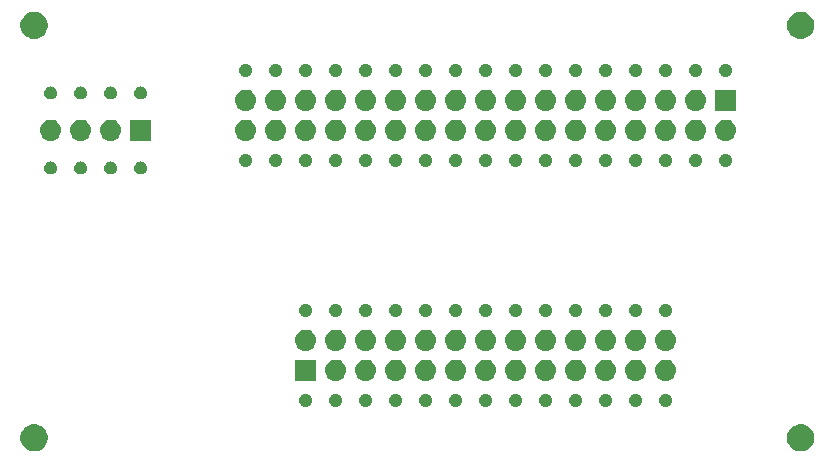
<source format=gbr>
G04 #@! TF.GenerationSoftware,KiCad,Pcbnew,(5.1.2)-2*
G04 #@! TF.CreationDate,2020-12-20T10:42:53+00:00*
G04 #@! TF.ProjectId,Amiga 34-pin to Citizen Slim 26-pin Adapter (Design A),416d6967-6120-4333-942d-70696e20746f,rev?*
G04 #@! TF.SameCoordinates,Original*
G04 #@! TF.FileFunction,Soldermask,Bot*
G04 #@! TF.FilePolarity,Negative*
%FSLAX46Y46*%
G04 Gerber Fmt 4.6, Leading zero omitted, Abs format (unit mm)*
G04 Created by KiCad (PCBNEW (5.1.2)-2) date 2020-12-20 10:42:53*
%MOMM*%
%LPD*%
G04 APERTURE LIST*
%ADD10C,0.100000*%
G04 APERTURE END LIST*
D10*
G36*
X158974549Y-120156116D02*
G01*
X159085734Y-120178232D01*
X159295203Y-120264997D01*
X159483720Y-120390960D01*
X159644040Y-120551280D01*
X159770003Y-120739797D01*
X159856768Y-120949266D01*
X159901000Y-121171636D01*
X159901000Y-121398364D01*
X159856768Y-121620734D01*
X159770003Y-121830203D01*
X159644040Y-122018720D01*
X159483720Y-122179040D01*
X159295203Y-122305003D01*
X159085734Y-122391768D01*
X158974549Y-122413884D01*
X158863365Y-122436000D01*
X158636635Y-122436000D01*
X158525451Y-122413884D01*
X158414266Y-122391768D01*
X158204797Y-122305003D01*
X158016280Y-122179040D01*
X157855960Y-122018720D01*
X157729997Y-121830203D01*
X157643232Y-121620734D01*
X157599000Y-121398364D01*
X157599000Y-121171636D01*
X157643232Y-120949266D01*
X157729997Y-120739797D01*
X157855960Y-120551280D01*
X158016280Y-120390960D01*
X158204797Y-120264997D01*
X158414266Y-120178232D01*
X158525451Y-120156116D01*
X158636635Y-120134000D01*
X158863365Y-120134000D01*
X158974549Y-120156116D01*
X158974549Y-120156116D01*
G37*
G36*
X94077549Y-120156116D02*
G01*
X94188734Y-120178232D01*
X94398203Y-120264997D01*
X94586720Y-120390960D01*
X94747040Y-120551280D01*
X94873003Y-120739797D01*
X94959768Y-120949266D01*
X95004000Y-121171636D01*
X95004000Y-121398364D01*
X94959768Y-121620734D01*
X94873003Y-121830203D01*
X94747040Y-122018720D01*
X94586720Y-122179040D01*
X94398203Y-122305003D01*
X94188734Y-122391768D01*
X94077549Y-122413884D01*
X93966365Y-122436000D01*
X93739635Y-122436000D01*
X93628451Y-122413884D01*
X93517266Y-122391768D01*
X93307797Y-122305003D01*
X93119280Y-122179040D01*
X92958960Y-122018720D01*
X92832997Y-121830203D01*
X92746232Y-121620734D01*
X92702000Y-121398364D01*
X92702000Y-121171636D01*
X92746232Y-120949266D01*
X92832997Y-120739797D01*
X92958960Y-120551280D01*
X93119280Y-120390960D01*
X93307797Y-120264997D01*
X93517266Y-120178232D01*
X93628451Y-120156116D01*
X93739635Y-120134000D01*
X93966365Y-120134000D01*
X94077549Y-120156116D01*
X94077549Y-120156116D01*
G37*
G36*
X132240721Y-117580174D02*
G01*
X132340995Y-117621709D01*
X132340996Y-117621710D01*
X132431242Y-117682010D01*
X132507990Y-117758758D01*
X132507991Y-117758760D01*
X132568291Y-117849005D01*
X132609826Y-117949279D01*
X132631000Y-118055730D01*
X132631000Y-118164270D01*
X132609826Y-118270721D01*
X132568291Y-118370995D01*
X132568290Y-118370996D01*
X132507990Y-118461242D01*
X132431242Y-118537990D01*
X132385812Y-118568345D01*
X132340995Y-118598291D01*
X132240721Y-118639826D01*
X132134270Y-118661000D01*
X132025730Y-118661000D01*
X131919279Y-118639826D01*
X131819005Y-118598291D01*
X131774188Y-118568345D01*
X131728758Y-118537990D01*
X131652010Y-118461242D01*
X131591710Y-118370996D01*
X131591709Y-118370995D01*
X131550174Y-118270721D01*
X131529000Y-118164270D01*
X131529000Y-118055730D01*
X131550174Y-117949279D01*
X131591709Y-117849005D01*
X131652009Y-117758760D01*
X131652010Y-117758758D01*
X131728758Y-117682010D01*
X131819004Y-117621710D01*
X131819005Y-117621709D01*
X131919279Y-117580174D01*
X132025730Y-117559000D01*
X132134270Y-117559000D01*
X132240721Y-117580174D01*
X132240721Y-117580174D01*
G37*
G36*
X137320721Y-117580174D02*
G01*
X137420995Y-117621709D01*
X137420996Y-117621710D01*
X137511242Y-117682010D01*
X137587990Y-117758758D01*
X137587991Y-117758760D01*
X137648291Y-117849005D01*
X137689826Y-117949279D01*
X137711000Y-118055730D01*
X137711000Y-118164270D01*
X137689826Y-118270721D01*
X137648291Y-118370995D01*
X137648290Y-118370996D01*
X137587990Y-118461242D01*
X137511242Y-118537990D01*
X137465812Y-118568345D01*
X137420995Y-118598291D01*
X137320721Y-118639826D01*
X137214270Y-118661000D01*
X137105730Y-118661000D01*
X136999279Y-118639826D01*
X136899005Y-118598291D01*
X136854188Y-118568345D01*
X136808758Y-118537990D01*
X136732010Y-118461242D01*
X136671710Y-118370996D01*
X136671709Y-118370995D01*
X136630174Y-118270721D01*
X136609000Y-118164270D01*
X136609000Y-118055730D01*
X136630174Y-117949279D01*
X136671709Y-117849005D01*
X136732009Y-117758760D01*
X136732010Y-117758758D01*
X136808758Y-117682010D01*
X136899004Y-117621710D01*
X136899005Y-117621709D01*
X136999279Y-117580174D01*
X137105730Y-117559000D01*
X137214270Y-117559000D01*
X137320721Y-117580174D01*
X137320721Y-117580174D01*
G37*
G36*
X139860721Y-117580174D02*
G01*
X139960995Y-117621709D01*
X139960996Y-117621710D01*
X140051242Y-117682010D01*
X140127990Y-117758758D01*
X140127991Y-117758760D01*
X140188291Y-117849005D01*
X140229826Y-117949279D01*
X140251000Y-118055730D01*
X140251000Y-118164270D01*
X140229826Y-118270721D01*
X140188291Y-118370995D01*
X140188290Y-118370996D01*
X140127990Y-118461242D01*
X140051242Y-118537990D01*
X140005812Y-118568345D01*
X139960995Y-118598291D01*
X139860721Y-118639826D01*
X139754270Y-118661000D01*
X139645730Y-118661000D01*
X139539279Y-118639826D01*
X139439005Y-118598291D01*
X139394188Y-118568345D01*
X139348758Y-118537990D01*
X139272010Y-118461242D01*
X139211710Y-118370996D01*
X139211709Y-118370995D01*
X139170174Y-118270721D01*
X139149000Y-118164270D01*
X139149000Y-118055730D01*
X139170174Y-117949279D01*
X139211709Y-117849005D01*
X139272009Y-117758760D01*
X139272010Y-117758758D01*
X139348758Y-117682010D01*
X139439004Y-117621710D01*
X139439005Y-117621709D01*
X139539279Y-117580174D01*
X139645730Y-117559000D01*
X139754270Y-117559000D01*
X139860721Y-117580174D01*
X139860721Y-117580174D01*
G37*
G36*
X134780721Y-117580174D02*
G01*
X134880995Y-117621709D01*
X134880996Y-117621710D01*
X134971242Y-117682010D01*
X135047990Y-117758758D01*
X135047991Y-117758760D01*
X135108291Y-117849005D01*
X135149826Y-117949279D01*
X135171000Y-118055730D01*
X135171000Y-118164270D01*
X135149826Y-118270721D01*
X135108291Y-118370995D01*
X135108290Y-118370996D01*
X135047990Y-118461242D01*
X134971242Y-118537990D01*
X134925812Y-118568345D01*
X134880995Y-118598291D01*
X134780721Y-118639826D01*
X134674270Y-118661000D01*
X134565730Y-118661000D01*
X134459279Y-118639826D01*
X134359005Y-118598291D01*
X134314188Y-118568345D01*
X134268758Y-118537990D01*
X134192010Y-118461242D01*
X134131710Y-118370996D01*
X134131709Y-118370995D01*
X134090174Y-118270721D01*
X134069000Y-118164270D01*
X134069000Y-118055730D01*
X134090174Y-117949279D01*
X134131709Y-117849005D01*
X134192009Y-117758760D01*
X134192010Y-117758758D01*
X134268758Y-117682010D01*
X134359004Y-117621710D01*
X134359005Y-117621709D01*
X134459279Y-117580174D01*
X134565730Y-117559000D01*
X134674270Y-117559000D01*
X134780721Y-117580174D01*
X134780721Y-117580174D01*
G37*
G36*
X142400721Y-117580174D02*
G01*
X142500995Y-117621709D01*
X142500996Y-117621710D01*
X142591242Y-117682010D01*
X142667990Y-117758758D01*
X142667991Y-117758760D01*
X142728291Y-117849005D01*
X142769826Y-117949279D01*
X142791000Y-118055730D01*
X142791000Y-118164270D01*
X142769826Y-118270721D01*
X142728291Y-118370995D01*
X142728290Y-118370996D01*
X142667990Y-118461242D01*
X142591242Y-118537990D01*
X142545812Y-118568345D01*
X142500995Y-118598291D01*
X142400721Y-118639826D01*
X142294270Y-118661000D01*
X142185730Y-118661000D01*
X142079279Y-118639826D01*
X141979005Y-118598291D01*
X141934188Y-118568345D01*
X141888758Y-118537990D01*
X141812010Y-118461242D01*
X141751710Y-118370996D01*
X141751709Y-118370995D01*
X141710174Y-118270721D01*
X141689000Y-118164270D01*
X141689000Y-118055730D01*
X141710174Y-117949279D01*
X141751709Y-117849005D01*
X141812009Y-117758760D01*
X141812010Y-117758758D01*
X141888758Y-117682010D01*
X141979004Y-117621710D01*
X141979005Y-117621709D01*
X142079279Y-117580174D01*
X142185730Y-117559000D01*
X142294270Y-117559000D01*
X142400721Y-117580174D01*
X142400721Y-117580174D01*
G37*
G36*
X144940721Y-117580174D02*
G01*
X145040995Y-117621709D01*
X145040996Y-117621710D01*
X145131242Y-117682010D01*
X145207990Y-117758758D01*
X145207991Y-117758760D01*
X145268291Y-117849005D01*
X145309826Y-117949279D01*
X145331000Y-118055730D01*
X145331000Y-118164270D01*
X145309826Y-118270721D01*
X145268291Y-118370995D01*
X145268290Y-118370996D01*
X145207990Y-118461242D01*
X145131242Y-118537990D01*
X145085812Y-118568345D01*
X145040995Y-118598291D01*
X144940721Y-118639826D01*
X144834270Y-118661000D01*
X144725730Y-118661000D01*
X144619279Y-118639826D01*
X144519005Y-118598291D01*
X144474188Y-118568345D01*
X144428758Y-118537990D01*
X144352010Y-118461242D01*
X144291710Y-118370996D01*
X144291709Y-118370995D01*
X144250174Y-118270721D01*
X144229000Y-118164270D01*
X144229000Y-118055730D01*
X144250174Y-117949279D01*
X144291709Y-117849005D01*
X144352009Y-117758760D01*
X144352010Y-117758758D01*
X144428758Y-117682010D01*
X144519004Y-117621710D01*
X144519005Y-117621709D01*
X144619279Y-117580174D01*
X144725730Y-117559000D01*
X144834270Y-117559000D01*
X144940721Y-117580174D01*
X144940721Y-117580174D01*
G37*
G36*
X147480721Y-117580174D02*
G01*
X147580995Y-117621709D01*
X147580996Y-117621710D01*
X147671242Y-117682010D01*
X147747990Y-117758758D01*
X147747991Y-117758760D01*
X147808291Y-117849005D01*
X147849826Y-117949279D01*
X147871000Y-118055730D01*
X147871000Y-118164270D01*
X147849826Y-118270721D01*
X147808291Y-118370995D01*
X147808290Y-118370996D01*
X147747990Y-118461242D01*
X147671242Y-118537990D01*
X147625812Y-118568345D01*
X147580995Y-118598291D01*
X147480721Y-118639826D01*
X147374270Y-118661000D01*
X147265730Y-118661000D01*
X147159279Y-118639826D01*
X147059005Y-118598291D01*
X147014188Y-118568345D01*
X146968758Y-118537990D01*
X146892010Y-118461242D01*
X146831710Y-118370996D01*
X146831709Y-118370995D01*
X146790174Y-118270721D01*
X146769000Y-118164270D01*
X146769000Y-118055730D01*
X146790174Y-117949279D01*
X146831709Y-117849005D01*
X146892009Y-117758760D01*
X146892010Y-117758758D01*
X146968758Y-117682010D01*
X147059004Y-117621710D01*
X147059005Y-117621709D01*
X147159279Y-117580174D01*
X147265730Y-117559000D01*
X147374270Y-117559000D01*
X147480721Y-117580174D01*
X147480721Y-117580174D01*
G37*
G36*
X129700721Y-117580174D02*
G01*
X129800995Y-117621709D01*
X129800996Y-117621710D01*
X129891242Y-117682010D01*
X129967990Y-117758758D01*
X129967991Y-117758760D01*
X130028291Y-117849005D01*
X130069826Y-117949279D01*
X130091000Y-118055730D01*
X130091000Y-118164270D01*
X130069826Y-118270721D01*
X130028291Y-118370995D01*
X130028290Y-118370996D01*
X129967990Y-118461242D01*
X129891242Y-118537990D01*
X129845812Y-118568345D01*
X129800995Y-118598291D01*
X129700721Y-118639826D01*
X129594270Y-118661000D01*
X129485730Y-118661000D01*
X129379279Y-118639826D01*
X129279005Y-118598291D01*
X129234188Y-118568345D01*
X129188758Y-118537990D01*
X129112010Y-118461242D01*
X129051710Y-118370996D01*
X129051709Y-118370995D01*
X129010174Y-118270721D01*
X128989000Y-118164270D01*
X128989000Y-118055730D01*
X129010174Y-117949279D01*
X129051709Y-117849005D01*
X129112009Y-117758760D01*
X129112010Y-117758758D01*
X129188758Y-117682010D01*
X129279004Y-117621710D01*
X129279005Y-117621709D01*
X129379279Y-117580174D01*
X129485730Y-117559000D01*
X129594270Y-117559000D01*
X129700721Y-117580174D01*
X129700721Y-117580174D01*
G37*
G36*
X119540721Y-117580174D02*
G01*
X119640995Y-117621709D01*
X119640996Y-117621710D01*
X119731242Y-117682010D01*
X119807990Y-117758758D01*
X119807991Y-117758760D01*
X119868291Y-117849005D01*
X119909826Y-117949279D01*
X119931000Y-118055730D01*
X119931000Y-118164270D01*
X119909826Y-118270721D01*
X119868291Y-118370995D01*
X119868290Y-118370996D01*
X119807990Y-118461242D01*
X119731242Y-118537990D01*
X119685812Y-118568345D01*
X119640995Y-118598291D01*
X119540721Y-118639826D01*
X119434270Y-118661000D01*
X119325730Y-118661000D01*
X119219279Y-118639826D01*
X119119005Y-118598291D01*
X119074188Y-118568345D01*
X119028758Y-118537990D01*
X118952010Y-118461242D01*
X118891710Y-118370996D01*
X118891709Y-118370995D01*
X118850174Y-118270721D01*
X118829000Y-118164270D01*
X118829000Y-118055730D01*
X118850174Y-117949279D01*
X118891709Y-117849005D01*
X118952009Y-117758760D01*
X118952010Y-117758758D01*
X119028758Y-117682010D01*
X119119004Y-117621710D01*
X119119005Y-117621709D01*
X119219279Y-117580174D01*
X119325730Y-117559000D01*
X119434270Y-117559000D01*
X119540721Y-117580174D01*
X119540721Y-117580174D01*
G37*
G36*
X117000721Y-117580174D02*
G01*
X117100995Y-117621709D01*
X117100996Y-117621710D01*
X117191242Y-117682010D01*
X117267990Y-117758758D01*
X117267991Y-117758760D01*
X117328291Y-117849005D01*
X117369826Y-117949279D01*
X117391000Y-118055730D01*
X117391000Y-118164270D01*
X117369826Y-118270721D01*
X117328291Y-118370995D01*
X117328290Y-118370996D01*
X117267990Y-118461242D01*
X117191242Y-118537990D01*
X117145812Y-118568345D01*
X117100995Y-118598291D01*
X117000721Y-118639826D01*
X116894270Y-118661000D01*
X116785730Y-118661000D01*
X116679279Y-118639826D01*
X116579005Y-118598291D01*
X116534188Y-118568345D01*
X116488758Y-118537990D01*
X116412010Y-118461242D01*
X116351710Y-118370996D01*
X116351709Y-118370995D01*
X116310174Y-118270721D01*
X116289000Y-118164270D01*
X116289000Y-118055730D01*
X116310174Y-117949279D01*
X116351709Y-117849005D01*
X116412009Y-117758760D01*
X116412010Y-117758758D01*
X116488758Y-117682010D01*
X116579004Y-117621710D01*
X116579005Y-117621709D01*
X116679279Y-117580174D01*
X116785730Y-117559000D01*
X116894270Y-117559000D01*
X117000721Y-117580174D01*
X117000721Y-117580174D01*
G37*
G36*
X122080721Y-117580174D02*
G01*
X122180995Y-117621709D01*
X122180996Y-117621710D01*
X122271242Y-117682010D01*
X122347990Y-117758758D01*
X122347991Y-117758760D01*
X122408291Y-117849005D01*
X122449826Y-117949279D01*
X122471000Y-118055730D01*
X122471000Y-118164270D01*
X122449826Y-118270721D01*
X122408291Y-118370995D01*
X122408290Y-118370996D01*
X122347990Y-118461242D01*
X122271242Y-118537990D01*
X122225812Y-118568345D01*
X122180995Y-118598291D01*
X122080721Y-118639826D01*
X121974270Y-118661000D01*
X121865730Y-118661000D01*
X121759279Y-118639826D01*
X121659005Y-118598291D01*
X121614188Y-118568345D01*
X121568758Y-118537990D01*
X121492010Y-118461242D01*
X121431710Y-118370996D01*
X121431709Y-118370995D01*
X121390174Y-118270721D01*
X121369000Y-118164270D01*
X121369000Y-118055730D01*
X121390174Y-117949279D01*
X121431709Y-117849005D01*
X121492009Y-117758760D01*
X121492010Y-117758758D01*
X121568758Y-117682010D01*
X121659004Y-117621710D01*
X121659005Y-117621709D01*
X121759279Y-117580174D01*
X121865730Y-117559000D01*
X121974270Y-117559000D01*
X122080721Y-117580174D01*
X122080721Y-117580174D01*
G37*
G36*
X127160721Y-117580174D02*
G01*
X127260995Y-117621709D01*
X127260996Y-117621710D01*
X127351242Y-117682010D01*
X127427990Y-117758758D01*
X127427991Y-117758760D01*
X127488291Y-117849005D01*
X127529826Y-117949279D01*
X127551000Y-118055730D01*
X127551000Y-118164270D01*
X127529826Y-118270721D01*
X127488291Y-118370995D01*
X127488290Y-118370996D01*
X127427990Y-118461242D01*
X127351242Y-118537990D01*
X127305812Y-118568345D01*
X127260995Y-118598291D01*
X127160721Y-118639826D01*
X127054270Y-118661000D01*
X126945730Y-118661000D01*
X126839279Y-118639826D01*
X126739005Y-118598291D01*
X126694188Y-118568345D01*
X126648758Y-118537990D01*
X126572010Y-118461242D01*
X126511710Y-118370996D01*
X126511709Y-118370995D01*
X126470174Y-118270721D01*
X126449000Y-118164270D01*
X126449000Y-118055730D01*
X126470174Y-117949279D01*
X126511709Y-117849005D01*
X126572009Y-117758760D01*
X126572010Y-117758758D01*
X126648758Y-117682010D01*
X126739004Y-117621710D01*
X126739005Y-117621709D01*
X126839279Y-117580174D01*
X126945730Y-117559000D01*
X127054270Y-117559000D01*
X127160721Y-117580174D01*
X127160721Y-117580174D01*
G37*
G36*
X124620721Y-117580174D02*
G01*
X124720995Y-117621709D01*
X124720996Y-117621710D01*
X124811242Y-117682010D01*
X124887990Y-117758758D01*
X124887991Y-117758760D01*
X124948291Y-117849005D01*
X124989826Y-117949279D01*
X125011000Y-118055730D01*
X125011000Y-118164270D01*
X124989826Y-118270721D01*
X124948291Y-118370995D01*
X124948290Y-118370996D01*
X124887990Y-118461242D01*
X124811242Y-118537990D01*
X124765812Y-118568345D01*
X124720995Y-118598291D01*
X124620721Y-118639826D01*
X124514270Y-118661000D01*
X124405730Y-118661000D01*
X124299279Y-118639826D01*
X124199005Y-118598291D01*
X124154188Y-118568345D01*
X124108758Y-118537990D01*
X124032010Y-118461242D01*
X123971710Y-118370996D01*
X123971709Y-118370995D01*
X123930174Y-118270721D01*
X123909000Y-118164270D01*
X123909000Y-118055730D01*
X123930174Y-117949279D01*
X123971709Y-117849005D01*
X124032009Y-117758760D01*
X124032010Y-117758758D01*
X124108758Y-117682010D01*
X124199004Y-117621710D01*
X124199005Y-117621709D01*
X124299279Y-117580174D01*
X124405730Y-117559000D01*
X124514270Y-117559000D01*
X124620721Y-117580174D01*
X124620721Y-117580174D01*
G37*
G36*
X147430443Y-114675519D02*
G01*
X147496627Y-114682037D01*
X147666466Y-114733557D01*
X147822991Y-114817222D01*
X147858729Y-114846552D01*
X147960186Y-114929814D01*
X148043448Y-115031271D01*
X148072778Y-115067009D01*
X148156443Y-115223534D01*
X148207963Y-115393373D01*
X148225359Y-115570000D01*
X148207963Y-115746627D01*
X148156443Y-115916466D01*
X148072778Y-116072991D01*
X148043448Y-116108729D01*
X147960186Y-116210186D01*
X147858729Y-116293448D01*
X147822991Y-116322778D01*
X147666466Y-116406443D01*
X147496627Y-116457963D01*
X147430442Y-116464482D01*
X147364260Y-116471000D01*
X147275740Y-116471000D01*
X147209558Y-116464482D01*
X147143373Y-116457963D01*
X146973534Y-116406443D01*
X146817009Y-116322778D01*
X146781271Y-116293448D01*
X146679814Y-116210186D01*
X146596552Y-116108729D01*
X146567222Y-116072991D01*
X146483557Y-115916466D01*
X146432037Y-115746627D01*
X146414641Y-115570000D01*
X146432037Y-115393373D01*
X146483557Y-115223534D01*
X146567222Y-115067009D01*
X146596552Y-115031271D01*
X146679814Y-114929814D01*
X146781271Y-114846552D01*
X146817009Y-114817222D01*
X146973534Y-114733557D01*
X147143373Y-114682037D01*
X147209557Y-114675519D01*
X147275740Y-114669000D01*
X147364260Y-114669000D01*
X147430443Y-114675519D01*
X147430443Y-114675519D01*
G37*
G36*
X117741000Y-116471000D02*
G01*
X115939000Y-116471000D01*
X115939000Y-114669000D01*
X117741000Y-114669000D01*
X117741000Y-116471000D01*
X117741000Y-116471000D01*
G37*
G36*
X119490443Y-114675519D02*
G01*
X119556627Y-114682037D01*
X119726466Y-114733557D01*
X119882991Y-114817222D01*
X119918729Y-114846552D01*
X120020186Y-114929814D01*
X120103448Y-115031271D01*
X120132778Y-115067009D01*
X120216443Y-115223534D01*
X120267963Y-115393373D01*
X120285359Y-115570000D01*
X120267963Y-115746627D01*
X120216443Y-115916466D01*
X120132778Y-116072991D01*
X120103448Y-116108729D01*
X120020186Y-116210186D01*
X119918729Y-116293448D01*
X119882991Y-116322778D01*
X119726466Y-116406443D01*
X119556627Y-116457963D01*
X119490442Y-116464482D01*
X119424260Y-116471000D01*
X119335740Y-116471000D01*
X119269558Y-116464482D01*
X119203373Y-116457963D01*
X119033534Y-116406443D01*
X118877009Y-116322778D01*
X118841271Y-116293448D01*
X118739814Y-116210186D01*
X118656552Y-116108729D01*
X118627222Y-116072991D01*
X118543557Y-115916466D01*
X118492037Y-115746627D01*
X118474641Y-115570000D01*
X118492037Y-115393373D01*
X118543557Y-115223534D01*
X118627222Y-115067009D01*
X118656552Y-115031271D01*
X118739814Y-114929814D01*
X118841271Y-114846552D01*
X118877009Y-114817222D01*
X119033534Y-114733557D01*
X119203373Y-114682037D01*
X119269557Y-114675519D01*
X119335740Y-114669000D01*
X119424260Y-114669000D01*
X119490443Y-114675519D01*
X119490443Y-114675519D01*
G37*
G36*
X122030443Y-114675519D02*
G01*
X122096627Y-114682037D01*
X122266466Y-114733557D01*
X122422991Y-114817222D01*
X122458729Y-114846552D01*
X122560186Y-114929814D01*
X122643448Y-115031271D01*
X122672778Y-115067009D01*
X122756443Y-115223534D01*
X122807963Y-115393373D01*
X122825359Y-115570000D01*
X122807963Y-115746627D01*
X122756443Y-115916466D01*
X122672778Y-116072991D01*
X122643448Y-116108729D01*
X122560186Y-116210186D01*
X122458729Y-116293448D01*
X122422991Y-116322778D01*
X122266466Y-116406443D01*
X122096627Y-116457963D01*
X122030442Y-116464482D01*
X121964260Y-116471000D01*
X121875740Y-116471000D01*
X121809558Y-116464482D01*
X121743373Y-116457963D01*
X121573534Y-116406443D01*
X121417009Y-116322778D01*
X121381271Y-116293448D01*
X121279814Y-116210186D01*
X121196552Y-116108729D01*
X121167222Y-116072991D01*
X121083557Y-115916466D01*
X121032037Y-115746627D01*
X121014641Y-115570000D01*
X121032037Y-115393373D01*
X121083557Y-115223534D01*
X121167222Y-115067009D01*
X121196552Y-115031271D01*
X121279814Y-114929814D01*
X121381271Y-114846552D01*
X121417009Y-114817222D01*
X121573534Y-114733557D01*
X121743373Y-114682037D01*
X121809557Y-114675519D01*
X121875740Y-114669000D01*
X121964260Y-114669000D01*
X122030443Y-114675519D01*
X122030443Y-114675519D01*
G37*
G36*
X124570443Y-114675519D02*
G01*
X124636627Y-114682037D01*
X124806466Y-114733557D01*
X124962991Y-114817222D01*
X124998729Y-114846552D01*
X125100186Y-114929814D01*
X125183448Y-115031271D01*
X125212778Y-115067009D01*
X125296443Y-115223534D01*
X125347963Y-115393373D01*
X125365359Y-115570000D01*
X125347963Y-115746627D01*
X125296443Y-115916466D01*
X125212778Y-116072991D01*
X125183448Y-116108729D01*
X125100186Y-116210186D01*
X124998729Y-116293448D01*
X124962991Y-116322778D01*
X124806466Y-116406443D01*
X124636627Y-116457963D01*
X124570442Y-116464482D01*
X124504260Y-116471000D01*
X124415740Y-116471000D01*
X124349558Y-116464482D01*
X124283373Y-116457963D01*
X124113534Y-116406443D01*
X123957009Y-116322778D01*
X123921271Y-116293448D01*
X123819814Y-116210186D01*
X123736552Y-116108729D01*
X123707222Y-116072991D01*
X123623557Y-115916466D01*
X123572037Y-115746627D01*
X123554641Y-115570000D01*
X123572037Y-115393373D01*
X123623557Y-115223534D01*
X123707222Y-115067009D01*
X123736552Y-115031271D01*
X123819814Y-114929814D01*
X123921271Y-114846552D01*
X123957009Y-114817222D01*
X124113534Y-114733557D01*
X124283373Y-114682037D01*
X124349557Y-114675519D01*
X124415740Y-114669000D01*
X124504260Y-114669000D01*
X124570443Y-114675519D01*
X124570443Y-114675519D01*
G37*
G36*
X127110443Y-114675519D02*
G01*
X127176627Y-114682037D01*
X127346466Y-114733557D01*
X127502991Y-114817222D01*
X127538729Y-114846552D01*
X127640186Y-114929814D01*
X127723448Y-115031271D01*
X127752778Y-115067009D01*
X127836443Y-115223534D01*
X127887963Y-115393373D01*
X127905359Y-115570000D01*
X127887963Y-115746627D01*
X127836443Y-115916466D01*
X127752778Y-116072991D01*
X127723448Y-116108729D01*
X127640186Y-116210186D01*
X127538729Y-116293448D01*
X127502991Y-116322778D01*
X127346466Y-116406443D01*
X127176627Y-116457963D01*
X127110442Y-116464482D01*
X127044260Y-116471000D01*
X126955740Y-116471000D01*
X126889558Y-116464482D01*
X126823373Y-116457963D01*
X126653534Y-116406443D01*
X126497009Y-116322778D01*
X126461271Y-116293448D01*
X126359814Y-116210186D01*
X126276552Y-116108729D01*
X126247222Y-116072991D01*
X126163557Y-115916466D01*
X126112037Y-115746627D01*
X126094641Y-115570000D01*
X126112037Y-115393373D01*
X126163557Y-115223534D01*
X126247222Y-115067009D01*
X126276552Y-115031271D01*
X126359814Y-114929814D01*
X126461271Y-114846552D01*
X126497009Y-114817222D01*
X126653534Y-114733557D01*
X126823373Y-114682037D01*
X126889557Y-114675519D01*
X126955740Y-114669000D01*
X127044260Y-114669000D01*
X127110443Y-114675519D01*
X127110443Y-114675519D01*
G37*
G36*
X129650443Y-114675519D02*
G01*
X129716627Y-114682037D01*
X129886466Y-114733557D01*
X130042991Y-114817222D01*
X130078729Y-114846552D01*
X130180186Y-114929814D01*
X130263448Y-115031271D01*
X130292778Y-115067009D01*
X130376443Y-115223534D01*
X130427963Y-115393373D01*
X130445359Y-115570000D01*
X130427963Y-115746627D01*
X130376443Y-115916466D01*
X130292778Y-116072991D01*
X130263448Y-116108729D01*
X130180186Y-116210186D01*
X130078729Y-116293448D01*
X130042991Y-116322778D01*
X129886466Y-116406443D01*
X129716627Y-116457963D01*
X129650442Y-116464482D01*
X129584260Y-116471000D01*
X129495740Y-116471000D01*
X129429558Y-116464482D01*
X129363373Y-116457963D01*
X129193534Y-116406443D01*
X129037009Y-116322778D01*
X129001271Y-116293448D01*
X128899814Y-116210186D01*
X128816552Y-116108729D01*
X128787222Y-116072991D01*
X128703557Y-115916466D01*
X128652037Y-115746627D01*
X128634641Y-115570000D01*
X128652037Y-115393373D01*
X128703557Y-115223534D01*
X128787222Y-115067009D01*
X128816552Y-115031271D01*
X128899814Y-114929814D01*
X129001271Y-114846552D01*
X129037009Y-114817222D01*
X129193534Y-114733557D01*
X129363373Y-114682037D01*
X129429557Y-114675519D01*
X129495740Y-114669000D01*
X129584260Y-114669000D01*
X129650443Y-114675519D01*
X129650443Y-114675519D01*
G37*
G36*
X132190443Y-114675519D02*
G01*
X132256627Y-114682037D01*
X132426466Y-114733557D01*
X132582991Y-114817222D01*
X132618729Y-114846552D01*
X132720186Y-114929814D01*
X132803448Y-115031271D01*
X132832778Y-115067009D01*
X132916443Y-115223534D01*
X132967963Y-115393373D01*
X132985359Y-115570000D01*
X132967963Y-115746627D01*
X132916443Y-115916466D01*
X132832778Y-116072991D01*
X132803448Y-116108729D01*
X132720186Y-116210186D01*
X132618729Y-116293448D01*
X132582991Y-116322778D01*
X132426466Y-116406443D01*
X132256627Y-116457963D01*
X132190442Y-116464482D01*
X132124260Y-116471000D01*
X132035740Y-116471000D01*
X131969558Y-116464482D01*
X131903373Y-116457963D01*
X131733534Y-116406443D01*
X131577009Y-116322778D01*
X131541271Y-116293448D01*
X131439814Y-116210186D01*
X131356552Y-116108729D01*
X131327222Y-116072991D01*
X131243557Y-115916466D01*
X131192037Y-115746627D01*
X131174641Y-115570000D01*
X131192037Y-115393373D01*
X131243557Y-115223534D01*
X131327222Y-115067009D01*
X131356552Y-115031271D01*
X131439814Y-114929814D01*
X131541271Y-114846552D01*
X131577009Y-114817222D01*
X131733534Y-114733557D01*
X131903373Y-114682037D01*
X131969557Y-114675519D01*
X132035740Y-114669000D01*
X132124260Y-114669000D01*
X132190443Y-114675519D01*
X132190443Y-114675519D01*
G37*
G36*
X134730443Y-114675519D02*
G01*
X134796627Y-114682037D01*
X134966466Y-114733557D01*
X135122991Y-114817222D01*
X135158729Y-114846552D01*
X135260186Y-114929814D01*
X135343448Y-115031271D01*
X135372778Y-115067009D01*
X135456443Y-115223534D01*
X135507963Y-115393373D01*
X135525359Y-115570000D01*
X135507963Y-115746627D01*
X135456443Y-115916466D01*
X135372778Y-116072991D01*
X135343448Y-116108729D01*
X135260186Y-116210186D01*
X135158729Y-116293448D01*
X135122991Y-116322778D01*
X134966466Y-116406443D01*
X134796627Y-116457963D01*
X134730442Y-116464482D01*
X134664260Y-116471000D01*
X134575740Y-116471000D01*
X134509558Y-116464482D01*
X134443373Y-116457963D01*
X134273534Y-116406443D01*
X134117009Y-116322778D01*
X134081271Y-116293448D01*
X133979814Y-116210186D01*
X133896552Y-116108729D01*
X133867222Y-116072991D01*
X133783557Y-115916466D01*
X133732037Y-115746627D01*
X133714641Y-115570000D01*
X133732037Y-115393373D01*
X133783557Y-115223534D01*
X133867222Y-115067009D01*
X133896552Y-115031271D01*
X133979814Y-114929814D01*
X134081271Y-114846552D01*
X134117009Y-114817222D01*
X134273534Y-114733557D01*
X134443373Y-114682037D01*
X134509557Y-114675519D01*
X134575740Y-114669000D01*
X134664260Y-114669000D01*
X134730443Y-114675519D01*
X134730443Y-114675519D01*
G37*
G36*
X137270443Y-114675519D02*
G01*
X137336627Y-114682037D01*
X137506466Y-114733557D01*
X137662991Y-114817222D01*
X137698729Y-114846552D01*
X137800186Y-114929814D01*
X137883448Y-115031271D01*
X137912778Y-115067009D01*
X137996443Y-115223534D01*
X138047963Y-115393373D01*
X138065359Y-115570000D01*
X138047963Y-115746627D01*
X137996443Y-115916466D01*
X137912778Y-116072991D01*
X137883448Y-116108729D01*
X137800186Y-116210186D01*
X137698729Y-116293448D01*
X137662991Y-116322778D01*
X137506466Y-116406443D01*
X137336627Y-116457963D01*
X137270442Y-116464482D01*
X137204260Y-116471000D01*
X137115740Y-116471000D01*
X137049558Y-116464482D01*
X136983373Y-116457963D01*
X136813534Y-116406443D01*
X136657009Y-116322778D01*
X136621271Y-116293448D01*
X136519814Y-116210186D01*
X136436552Y-116108729D01*
X136407222Y-116072991D01*
X136323557Y-115916466D01*
X136272037Y-115746627D01*
X136254641Y-115570000D01*
X136272037Y-115393373D01*
X136323557Y-115223534D01*
X136407222Y-115067009D01*
X136436552Y-115031271D01*
X136519814Y-114929814D01*
X136621271Y-114846552D01*
X136657009Y-114817222D01*
X136813534Y-114733557D01*
X136983373Y-114682037D01*
X137049557Y-114675519D01*
X137115740Y-114669000D01*
X137204260Y-114669000D01*
X137270443Y-114675519D01*
X137270443Y-114675519D01*
G37*
G36*
X142350443Y-114675519D02*
G01*
X142416627Y-114682037D01*
X142586466Y-114733557D01*
X142742991Y-114817222D01*
X142778729Y-114846552D01*
X142880186Y-114929814D01*
X142963448Y-115031271D01*
X142992778Y-115067009D01*
X143076443Y-115223534D01*
X143127963Y-115393373D01*
X143145359Y-115570000D01*
X143127963Y-115746627D01*
X143076443Y-115916466D01*
X142992778Y-116072991D01*
X142963448Y-116108729D01*
X142880186Y-116210186D01*
X142778729Y-116293448D01*
X142742991Y-116322778D01*
X142586466Y-116406443D01*
X142416627Y-116457963D01*
X142350442Y-116464482D01*
X142284260Y-116471000D01*
X142195740Y-116471000D01*
X142129558Y-116464482D01*
X142063373Y-116457963D01*
X141893534Y-116406443D01*
X141737009Y-116322778D01*
X141701271Y-116293448D01*
X141599814Y-116210186D01*
X141516552Y-116108729D01*
X141487222Y-116072991D01*
X141403557Y-115916466D01*
X141352037Y-115746627D01*
X141334641Y-115570000D01*
X141352037Y-115393373D01*
X141403557Y-115223534D01*
X141487222Y-115067009D01*
X141516552Y-115031271D01*
X141599814Y-114929814D01*
X141701271Y-114846552D01*
X141737009Y-114817222D01*
X141893534Y-114733557D01*
X142063373Y-114682037D01*
X142129557Y-114675519D01*
X142195740Y-114669000D01*
X142284260Y-114669000D01*
X142350443Y-114675519D01*
X142350443Y-114675519D01*
G37*
G36*
X139810443Y-114675519D02*
G01*
X139876627Y-114682037D01*
X140046466Y-114733557D01*
X140202991Y-114817222D01*
X140238729Y-114846552D01*
X140340186Y-114929814D01*
X140423448Y-115031271D01*
X140452778Y-115067009D01*
X140536443Y-115223534D01*
X140587963Y-115393373D01*
X140605359Y-115570000D01*
X140587963Y-115746627D01*
X140536443Y-115916466D01*
X140452778Y-116072991D01*
X140423448Y-116108729D01*
X140340186Y-116210186D01*
X140238729Y-116293448D01*
X140202991Y-116322778D01*
X140046466Y-116406443D01*
X139876627Y-116457963D01*
X139810442Y-116464482D01*
X139744260Y-116471000D01*
X139655740Y-116471000D01*
X139589558Y-116464482D01*
X139523373Y-116457963D01*
X139353534Y-116406443D01*
X139197009Y-116322778D01*
X139161271Y-116293448D01*
X139059814Y-116210186D01*
X138976552Y-116108729D01*
X138947222Y-116072991D01*
X138863557Y-115916466D01*
X138812037Y-115746627D01*
X138794641Y-115570000D01*
X138812037Y-115393373D01*
X138863557Y-115223534D01*
X138947222Y-115067009D01*
X138976552Y-115031271D01*
X139059814Y-114929814D01*
X139161271Y-114846552D01*
X139197009Y-114817222D01*
X139353534Y-114733557D01*
X139523373Y-114682037D01*
X139589557Y-114675519D01*
X139655740Y-114669000D01*
X139744260Y-114669000D01*
X139810443Y-114675519D01*
X139810443Y-114675519D01*
G37*
G36*
X144890443Y-114675519D02*
G01*
X144956627Y-114682037D01*
X145126466Y-114733557D01*
X145282991Y-114817222D01*
X145318729Y-114846552D01*
X145420186Y-114929814D01*
X145503448Y-115031271D01*
X145532778Y-115067009D01*
X145616443Y-115223534D01*
X145667963Y-115393373D01*
X145685359Y-115570000D01*
X145667963Y-115746627D01*
X145616443Y-115916466D01*
X145532778Y-116072991D01*
X145503448Y-116108729D01*
X145420186Y-116210186D01*
X145318729Y-116293448D01*
X145282991Y-116322778D01*
X145126466Y-116406443D01*
X144956627Y-116457963D01*
X144890442Y-116464482D01*
X144824260Y-116471000D01*
X144735740Y-116471000D01*
X144669558Y-116464482D01*
X144603373Y-116457963D01*
X144433534Y-116406443D01*
X144277009Y-116322778D01*
X144241271Y-116293448D01*
X144139814Y-116210186D01*
X144056552Y-116108729D01*
X144027222Y-116072991D01*
X143943557Y-115916466D01*
X143892037Y-115746627D01*
X143874641Y-115570000D01*
X143892037Y-115393373D01*
X143943557Y-115223534D01*
X144027222Y-115067009D01*
X144056552Y-115031271D01*
X144139814Y-114929814D01*
X144241271Y-114846552D01*
X144277009Y-114817222D01*
X144433534Y-114733557D01*
X144603373Y-114682037D01*
X144669557Y-114675519D01*
X144735740Y-114669000D01*
X144824260Y-114669000D01*
X144890443Y-114675519D01*
X144890443Y-114675519D01*
G37*
G36*
X119490443Y-112135519D02*
G01*
X119556627Y-112142037D01*
X119726466Y-112193557D01*
X119882991Y-112277222D01*
X119918729Y-112306552D01*
X120020186Y-112389814D01*
X120103448Y-112491271D01*
X120132778Y-112527009D01*
X120216443Y-112683534D01*
X120267963Y-112853373D01*
X120285359Y-113030000D01*
X120267963Y-113206627D01*
X120216443Y-113376466D01*
X120132778Y-113532991D01*
X120103448Y-113568729D01*
X120020186Y-113670186D01*
X119918729Y-113753448D01*
X119882991Y-113782778D01*
X119726466Y-113866443D01*
X119556627Y-113917963D01*
X119490443Y-113924481D01*
X119424260Y-113931000D01*
X119335740Y-113931000D01*
X119269557Y-113924481D01*
X119203373Y-113917963D01*
X119033534Y-113866443D01*
X118877009Y-113782778D01*
X118841271Y-113753448D01*
X118739814Y-113670186D01*
X118656552Y-113568729D01*
X118627222Y-113532991D01*
X118543557Y-113376466D01*
X118492037Y-113206627D01*
X118474641Y-113030000D01*
X118492037Y-112853373D01*
X118543557Y-112683534D01*
X118627222Y-112527009D01*
X118656552Y-112491271D01*
X118739814Y-112389814D01*
X118841271Y-112306552D01*
X118877009Y-112277222D01*
X119033534Y-112193557D01*
X119203373Y-112142037D01*
X119269557Y-112135519D01*
X119335740Y-112129000D01*
X119424260Y-112129000D01*
X119490443Y-112135519D01*
X119490443Y-112135519D01*
G37*
G36*
X142350443Y-112135519D02*
G01*
X142416627Y-112142037D01*
X142586466Y-112193557D01*
X142742991Y-112277222D01*
X142778729Y-112306552D01*
X142880186Y-112389814D01*
X142963448Y-112491271D01*
X142992778Y-112527009D01*
X143076443Y-112683534D01*
X143127963Y-112853373D01*
X143145359Y-113030000D01*
X143127963Y-113206627D01*
X143076443Y-113376466D01*
X142992778Y-113532991D01*
X142963448Y-113568729D01*
X142880186Y-113670186D01*
X142778729Y-113753448D01*
X142742991Y-113782778D01*
X142586466Y-113866443D01*
X142416627Y-113917963D01*
X142350443Y-113924481D01*
X142284260Y-113931000D01*
X142195740Y-113931000D01*
X142129557Y-113924481D01*
X142063373Y-113917963D01*
X141893534Y-113866443D01*
X141737009Y-113782778D01*
X141701271Y-113753448D01*
X141599814Y-113670186D01*
X141516552Y-113568729D01*
X141487222Y-113532991D01*
X141403557Y-113376466D01*
X141352037Y-113206627D01*
X141334641Y-113030000D01*
X141352037Y-112853373D01*
X141403557Y-112683534D01*
X141487222Y-112527009D01*
X141516552Y-112491271D01*
X141599814Y-112389814D01*
X141701271Y-112306552D01*
X141737009Y-112277222D01*
X141893534Y-112193557D01*
X142063373Y-112142037D01*
X142129557Y-112135519D01*
X142195740Y-112129000D01*
X142284260Y-112129000D01*
X142350443Y-112135519D01*
X142350443Y-112135519D01*
G37*
G36*
X127110443Y-112135519D02*
G01*
X127176627Y-112142037D01*
X127346466Y-112193557D01*
X127502991Y-112277222D01*
X127538729Y-112306552D01*
X127640186Y-112389814D01*
X127723448Y-112491271D01*
X127752778Y-112527009D01*
X127836443Y-112683534D01*
X127887963Y-112853373D01*
X127905359Y-113030000D01*
X127887963Y-113206627D01*
X127836443Y-113376466D01*
X127752778Y-113532991D01*
X127723448Y-113568729D01*
X127640186Y-113670186D01*
X127538729Y-113753448D01*
X127502991Y-113782778D01*
X127346466Y-113866443D01*
X127176627Y-113917963D01*
X127110443Y-113924481D01*
X127044260Y-113931000D01*
X126955740Y-113931000D01*
X126889557Y-113924481D01*
X126823373Y-113917963D01*
X126653534Y-113866443D01*
X126497009Y-113782778D01*
X126461271Y-113753448D01*
X126359814Y-113670186D01*
X126276552Y-113568729D01*
X126247222Y-113532991D01*
X126163557Y-113376466D01*
X126112037Y-113206627D01*
X126094641Y-113030000D01*
X126112037Y-112853373D01*
X126163557Y-112683534D01*
X126247222Y-112527009D01*
X126276552Y-112491271D01*
X126359814Y-112389814D01*
X126461271Y-112306552D01*
X126497009Y-112277222D01*
X126653534Y-112193557D01*
X126823373Y-112142037D01*
X126889557Y-112135519D01*
X126955740Y-112129000D01*
X127044260Y-112129000D01*
X127110443Y-112135519D01*
X127110443Y-112135519D01*
G37*
G36*
X132190443Y-112135519D02*
G01*
X132256627Y-112142037D01*
X132426466Y-112193557D01*
X132582991Y-112277222D01*
X132618729Y-112306552D01*
X132720186Y-112389814D01*
X132803448Y-112491271D01*
X132832778Y-112527009D01*
X132916443Y-112683534D01*
X132967963Y-112853373D01*
X132985359Y-113030000D01*
X132967963Y-113206627D01*
X132916443Y-113376466D01*
X132832778Y-113532991D01*
X132803448Y-113568729D01*
X132720186Y-113670186D01*
X132618729Y-113753448D01*
X132582991Y-113782778D01*
X132426466Y-113866443D01*
X132256627Y-113917963D01*
X132190443Y-113924481D01*
X132124260Y-113931000D01*
X132035740Y-113931000D01*
X131969557Y-113924481D01*
X131903373Y-113917963D01*
X131733534Y-113866443D01*
X131577009Y-113782778D01*
X131541271Y-113753448D01*
X131439814Y-113670186D01*
X131356552Y-113568729D01*
X131327222Y-113532991D01*
X131243557Y-113376466D01*
X131192037Y-113206627D01*
X131174641Y-113030000D01*
X131192037Y-112853373D01*
X131243557Y-112683534D01*
X131327222Y-112527009D01*
X131356552Y-112491271D01*
X131439814Y-112389814D01*
X131541271Y-112306552D01*
X131577009Y-112277222D01*
X131733534Y-112193557D01*
X131903373Y-112142037D01*
X131969557Y-112135519D01*
X132035740Y-112129000D01*
X132124260Y-112129000D01*
X132190443Y-112135519D01*
X132190443Y-112135519D01*
G37*
G36*
X124570443Y-112135519D02*
G01*
X124636627Y-112142037D01*
X124806466Y-112193557D01*
X124962991Y-112277222D01*
X124998729Y-112306552D01*
X125100186Y-112389814D01*
X125183448Y-112491271D01*
X125212778Y-112527009D01*
X125296443Y-112683534D01*
X125347963Y-112853373D01*
X125365359Y-113030000D01*
X125347963Y-113206627D01*
X125296443Y-113376466D01*
X125212778Y-113532991D01*
X125183448Y-113568729D01*
X125100186Y-113670186D01*
X124998729Y-113753448D01*
X124962991Y-113782778D01*
X124806466Y-113866443D01*
X124636627Y-113917963D01*
X124570443Y-113924481D01*
X124504260Y-113931000D01*
X124415740Y-113931000D01*
X124349557Y-113924481D01*
X124283373Y-113917963D01*
X124113534Y-113866443D01*
X123957009Y-113782778D01*
X123921271Y-113753448D01*
X123819814Y-113670186D01*
X123736552Y-113568729D01*
X123707222Y-113532991D01*
X123623557Y-113376466D01*
X123572037Y-113206627D01*
X123554641Y-113030000D01*
X123572037Y-112853373D01*
X123623557Y-112683534D01*
X123707222Y-112527009D01*
X123736552Y-112491271D01*
X123819814Y-112389814D01*
X123921271Y-112306552D01*
X123957009Y-112277222D01*
X124113534Y-112193557D01*
X124283373Y-112142037D01*
X124349557Y-112135519D01*
X124415740Y-112129000D01*
X124504260Y-112129000D01*
X124570443Y-112135519D01*
X124570443Y-112135519D01*
G37*
G36*
X144890443Y-112135519D02*
G01*
X144956627Y-112142037D01*
X145126466Y-112193557D01*
X145282991Y-112277222D01*
X145318729Y-112306552D01*
X145420186Y-112389814D01*
X145503448Y-112491271D01*
X145532778Y-112527009D01*
X145616443Y-112683534D01*
X145667963Y-112853373D01*
X145685359Y-113030000D01*
X145667963Y-113206627D01*
X145616443Y-113376466D01*
X145532778Y-113532991D01*
X145503448Y-113568729D01*
X145420186Y-113670186D01*
X145318729Y-113753448D01*
X145282991Y-113782778D01*
X145126466Y-113866443D01*
X144956627Y-113917963D01*
X144890443Y-113924481D01*
X144824260Y-113931000D01*
X144735740Y-113931000D01*
X144669557Y-113924481D01*
X144603373Y-113917963D01*
X144433534Y-113866443D01*
X144277009Y-113782778D01*
X144241271Y-113753448D01*
X144139814Y-113670186D01*
X144056552Y-113568729D01*
X144027222Y-113532991D01*
X143943557Y-113376466D01*
X143892037Y-113206627D01*
X143874641Y-113030000D01*
X143892037Y-112853373D01*
X143943557Y-112683534D01*
X144027222Y-112527009D01*
X144056552Y-112491271D01*
X144139814Y-112389814D01*
X144241271Y-112306552D01*
X144277009Y-112277222D01*
X144433534Y-112193557D01*
X144603373Y-112142037D01*
X144669557Y-112135519D01*
X144735740Y-112129000D01*
X144824260Y-112129000D01*
X144890443Y-112135519D01*
X144890443Y-112135519D01*
G37*
G36*
X122030443Y-112135519D02*
G01*
X122096627Y-112142037D01*
X122266466Y-112193557D01*
X122422991Y-112277222D01*
X122458729Y-112306552D01*
X122560186Y-112389814D01*
X122643448Y-112491271D01*
X122672778Y-112527009D01*
X122756443Y-112683534D01*
X122807963Y-112853373D01*
X122825359Y-113030000D01*
X122807963Y-113206627D01*
X122756443Y-113376466D01*
X122672778Y-113532991D01*
X122643448Y-113568729D01*
X122560186Y-113670186D01*
X122458729Y-113753448D01*
X122422991Y-113782778D01*
X122266466Y-113866443D01*
X122096627Y-113917963D01*
X122030443Y-113924481D01*
X121964260Y-113931000D01*
X121875740Y-113931000D01*
X121809557Y-113924481D01*
X121743373Y-113917963D01*
X121573534Y-113866443D01*
X121417009Y-113782778D01*
X121381271Y-113753448D01*
X121279814Y-113670186D01*
X121196552Y-113568729D01*
X121167222Y-113532991D01*
X121083557Y-113376466D01*
X121032037Y-113206627D01*
X121014641Y-113030000D01*
X121032037Y-112853373D01*
X121083557Y-112683534D01*
X121167222Y-112527009D01*
X121196552Y-112491271D01*
X121279814Y-112389814D01*
X121381271Y-112306552D01*
X121417009Y-112277222D01*
X121573534Y-112193557D01*
X121743373Y-112142037D01*
X121809557Y-112135519D01*
X121875740Y-112129000D01*
X121964260Y-112129000D01*
X122030443Y-112135519D01*
X122030443Y-112135519D01*
G37*
G36*
X137270443Y-112135519D02*
G01*
X137336627Y-112142037D01*
X137506466Y-112193557D01*
X137662991Y-112277222D01*
X137698729Y-112306552D01*
X137800186Y-112389814D01*
X137883448Y-112491271D01*
X137912778Y-112527009D01*
X137996443Y-112683534D01*
X138047963Y-112853373D01*
X138065359Y-113030000D01*
X138047963Y-113206627D01*
X137996443Y-113376466D01*
X137912778Y-113532991D01*
X137883448Y-113568729D01*
X137800186Y-113670186D01*
X137698729Y-113753448D01*
X137662991Y-113782778D01*
X137506466Y-113866443D01*
X137336627Y-113917963D01*
X137270443Y-113924481D01*
X137204260Y-113931000D01*
X137115740Y-113931000D01*
X137049557Y-113924481D01*
X136983373Y-113917963D01*
X136813534Y-113866443D01*
X136657009Y-113782778D01*
X136621271Y-113753448D01*
X136519814Y-113670186D01*
X136436552Y-113568729D01*
X136407222Y-113532991D01*
X136323557Y-113376466D01*
X136272037Y-113206627D01*
X136254641Y-113030000D01*
X136272037Y-112853373D01*
X136323557Y-112683534D01*
X136407222Y-112527009D01*
X136436552Y-112491271D01*
X136519814Y-112389814D01*
X136621271Y-112306552D01*
X136657009Y-112277222D01*
X136813534Y-112193557D01*
X136983373Y-112142037D01*
X137049557Y-112135519D01*
X137115740Y-112129000D01*
X137204260Y-112129000D01*
X137270443Y-112135519D01*
X137270443Y-112135519D01*
G37*
G36*
X147430443Y-112135519D02*
G01*
X147496627Y-112142037D01*
X147666466Y-112193557D01*
X147822991Y-112277222D01*
X147858729Y-112306552D01*
X147960186Y-112389814D01*
X148043448Y-112491271D01*
X148072778Y-112527009D01*
X148156443Y-112683534D01*
X148207963Y-112853373D01*
X148225359Y-113030000D01*
X148207963Y-113206627D01*
X148156443Y-113376466D01*
X148072778Y-113532991D01*
X148043448Y-113568729D01*
X147960186Y-113670186D01*
X147858729Y-113753448D01*
X147822991Y-113782778D01*
X147666466Y-113866443D01*
X147496627Y-113917963D01*
X147430443Y-113924481D01*
X147364260Y-113931000D01*
X147275740Y-113931000D01*
X147209557Y-113924481D01*
X147143373Y-113917963D01*
X146973534Y-113866443D01*
X146817009Y-113782778D01*
X146781271Y-113753448D01*
X146679814Y-113670186D01*
X146596552Y-113568729D01*
X146567222Y-113532991D01*
X146483557Y-113376466D01*
X146432037Y-113206627D01*
X146414641Y-113030000D01*
X146432037Y-112853373D01*
X146483557Y-112683534D01*
X146567222Y-112527009D01*
X146596552Y-112491271D01*
X146679814Y-112389814D01*
X146781271Y-112306552D01*
X146817009Y-112277222D01*
X146973534Y-112193557D01*
X147143373Y-112142037D01*
X147209557Y-112135519D01*
X147275740Y-112129000D01*
X147364260Y-112129000D01*
X147430443Y-112135519D01*
X147430443Y-112135519D01*
G37*
G36*
X116950443Y-112135519D02*
G01*
X117016627Y-112142037D01*
X117186466Y-112193557D01*
X117342991Y-112277222D01*
X117378729Y-112306552D01*
X117480186Y-112389814D01*
X117563448Y-112491271D01*
X117592778Y-112527009D01*
X117676443Y-112683534D01*
X117727963Y-112853373D01*
X117745359Y-113030000D01*
X117727963Y-113206627D01*
X117676443Y-113376466D01*
X117592778Y-113532991D01*
X117563448Y-113568729D01*
X117480186Y-113670186D01*
X117378729Y-113753448D01*
X117342991Y-113782778D01*
X117186466Y-113866443D01*
X117016627Y-113917963D01*
X116950443Y-113924481D01*
X116884260Y-113931000D01*
X116795740Y-113931000D01*
X116729557Y-113924481D01*
X116663373Y-113917963D01*
X116493534Y-113866443D01*
X116337009Y-113782778D01*
X116301271Y-113753448D01*
X116199814Y-113670186D01*
X116116552Y-113568729D01*
X116087222Y-113532991D01*
X116003557Y-113376466D01*
X115952037Y-113206627D01*
X115934641Y-113030000D01*
X115952037Y-112853373D01*
X116003557Y-112683534D01*
X116087222Y-112527009D01*
X116116552Y-112491271D01*
X116199814Y-112389814D01*
X116301271Y-112306552D01*
X116337009Y-112277222D01*
X116493534Y-112193557D01*
X116663373Y-112142037D01*
X116729557Y-112135519D01*
X116795740Y-112129000D01*
X116884260Y-112129000D01*
X116950443Y-112135519D01*
X116950443Y-112135519D01*
G37*
G36*
X134730443Y-112135519D02*
G01*
X134796627Y-112142037D01*
X134966466Y-112193557D01*
X135122991Y-112277222D01*
X135158729Y-112306552D01*
X135260186Y-112389814D01*
X135343448Y-112491271D01*
X135372778Y-112527009D01*
X135456443Y-112683534D01*
X135507963Y-112853373D01*
X135525359Y-113030000D01*
X135507963Y-113206627D01*
X135456443Y-113376466D01*
X135372778Y-113532991D01*
X135343448Y-113568729D01*
X135260186Y-113670186D01*
X135158729Y-113753448D01*
X135122991Y-113782778D01*
X134966466Y-113866443D01*
X134796627Y-113917963D01*
X134730443Y-113924481D01*
X134664260Y-113931000D01*
X134575740Y-113931000D01*
X134509557Y-113924481D01*
X134443373Y-113917963D01*
X134273534Y-113866443D01*
X134117009Y-113782778D01*
X134081271Y-113753448D01*
X133979814Y-113670186D01*
X133896552Y-113568729D01*
X133867222Y-113532991D01*
X133783557Y-113376466D01*
X133732037Y-113206627D01*
X133714641Y-113030000D01*
X133732037Y-112853373D01*
X133783557Y-112683534D01*
X133867222Y-112527009D01*
X133896552Y-112491271D01*
X133979814Y-112389814D01*
X134081271Y-112306552D01*
X134117009Y-112277222D01*
X134273534Y-112193557D01*
X134443373Y-112142037D01*
X134509557Y-112135519D01*
X134575740Y-112129000D01*
X134664260Y-112129000D01*
X134730443Y-112135519D01*
X134730443Y-112135519D01*
G37*
G36*
X129650443Y-112135519D02*
G01*
X129716627Y-112142037D01*
X129886466Y-112193557D01*
X130042991Y-112277222D01*
X130078729Y-112306552D01*
X130180186Y-112389814D01*
X130263448Y-112491271D01*
X130292778Y-112527009D01*
X130376443Y-112683534D01*
X130427963Y-112853373D01*
X130445359Y-113030000D01*
X130427963Y-113206627D01*
X130376443Y-113376466D01*
X130292778Y-113532991D01*
X130263448Y-113568729D01*
X130180186Y-113670186D01*
X130078729Y-113753448D01*
X130042991Y-113782778D01*
X129886466Y-113866443D01*
X129716627Y-113917963D01*
X129650443Y-113924481D01*
X129584260Y-113931000D01*
X129495740Y-113931000D01*
X129429557Y-113924481D01*
X129363373Y-113917963D01*
X129193534Y-113866443D01*
X129037009Y-113782778D01*
X129001271Y-113753448D01*
X128899814Y-113670186D01*
X128816552Y-113568729D01*
X128787222Y-113532991D01*
X128703557Y-113376466D01*
X128652037Y-113206627D01*
X128634641Y-113030000D01*
X128652037Y-112853373D01*
X128703557Y-112683534D01*
X128787222Y-112527009D01*
X128816552Y-112491271D01*
X128899814Y-112389814D01*
X129001271Y-112306552D01*
X129037009Y-112277222D01*
X129193534Y-112193557D01*
X129363373Y-112142037D01*
X129429557Y-112135519D01*
X129495740Y-112129000D01*
X129584260Y-112129000D01*
X129650443Y-112135519D01*
X129650443Y-112135519D01*
G37*
G36*
X139810443Y-112135519D02*
G01*
X139876627Y-112142037D01*
X140046466Y-112193557D01*
X140202991Y-112277222D01*
X140238729Y-112306552D01*
X140340186Y-112389814D01*
X140423448Y-112491271D01*
X140452778Y-112527009D01*
X140536443Y-112683534D01*
X140587963Y-112853373D01*
X140605359Y-113030000D01*
X140587963Y-113206627D01*
X140536443Y-113376466D01*
X140452778Y-113532991D01*
X140423448Y-113568729D01*
X140340186Y-113670186D01*
X140238729Y-113753448D01*
X140202991Y-113782778D01*
X140046466Y-113866443D01*
X139876627Y-113917963D01*
X139810443Y-113924481D01*
X139744260Y-113931000D01*
X139655740Y-113931000D01*
X139589557Y-113924481D01*
X139523373Y-113917963D01*
X139353534Y-113866443D01*
X139197009Y-113782778D01*
X139161271Y-113753448D01*
X139059814Y-113670186D01*
X138976552Y-113568729D01*
X138947222Y-113532991D01*
X138863557Y-113376466D01*
X138812037Y-113206627D01*
X138794641Y-113030000D01*
X138812037Y-112853373D01*
X138863557Y-112683534D01*
X138947222Y-112527009D01*
X138976552Y-112491271D01*
X139059814Y-112389814D01*
X139161271Y-112306552D01*
X139197009Y-112277222D01*
X139353534Y-112193557D01*
X139523373Y-112142037D01*
X139589557Y-112135519D01*
X139655740Y-112129000D01*
X139744260Y-112129000D01*
X139810443Y-112135519D01*
X139810443Y-112135519D01*
G37*
G36*
X119540721Y-109960174D02*
G01*
X119640995Y-110001709D01*
X119640996Y-110001710D01*
X119731242Y-110062010D01*
X119807990Y-110138758D01*
X119807991Y-110138760D01*
X119868291Y-110229005D01*
X119909826Y-110329279D01*
X119931000Y-110435730D01*
X119931000Y-110544270D01*
X119909826Y-110650721D01*
X119868291Y-110750995D01*
X119868290Y-110750996D01*
X119807990Y-110841242D01*
X119731242Y-110917990D01*
X119685812Y-110948345D01*
X119640995Y-110978291D01*
X119540721Y-111019826D01*
X119434270Y-111041000D01*
X119325730Y-111041000D01*
X119219279Y-111019826D01*
X119119005Y-110978291D01*
X119074188Y-110948345D01*
X119028758Y-110917990D01*
X118952010Y-110841242D01*
X118891710Y-110750996D01*
X118891709Y-110750995D01*
X118850174Y-110650721D01*
X118829000Y-110544270D01*
X118829000Y-110435730D01*
X118850174Y-110329279D01*
X118891709Y-110229005D01*
X118952009Y-110138760D01*
X118952010Y-110138758D01*
X119028758Y-110062010D01*
X119119004Y-110001710D01*
X119119005Y-110001709D01*
X119219279Y-109960174D01*
X119325730Y-109939000D01*
X119434270Y-109939000D01*
X119540721Y-109960174D01*
X119540721Y-109960174D01*
G37*
G36*
X132240721Y-109960174D02*
G01*
X132340995Y-110001709D01*
X132340996Y-110001710D01*
X132431242Y-110062010D01*
X132507990Y-110138758D01*
X132507991Y-110138760D01*
X132568291Y-110229005D01*
X132609826Y-110329279D01*
X132631000Y-110435730D01*
X132631000Y-110544270D01*
X132609826Y-110650721D01*
X132568291Y-110750995D01*
X132568290Y-110750996D01*
X132507990Y-110841242D01*
X132431242Y-110917990D01*
X132385812Y-110948345D01*
X132340995Y-110978291D01*
X132240721Y-111019826D01*
X132134270Y-111041000D01*
X132025730Y-111041000D01*
X131919279Y-111019826D01*
X131819005Y-110978291D01*
X131774188Y-110948345D01*
X131728758Y-110917990D01*
X131652010Y-110841242D01*
X131591710Y-110750996D01*
X131591709Y-110750995D01*
X131550174Y-110650721D01*
X131529000Y-110544270D01*
X131529000Y-110435730D01*
X131550174Y-110329279D01*
X131591709Y-110229005D01*
X131652009Y-110138760D01*
X131652010Y-110138758D01*
X131728758Y-110062010D01*
X131819004Y-110001710D01*
X131819005Y-110001709D01*
X131919279Y-109960174D01*
X132025730Y-109939000D01*
X132134270Y-109939000D01*
X132240721Y-109960174D01*
X132240721Y-109960174D01*
G37*
G36*
X129700721Y-109960174D02*
G01*
X129800995Y-110001709D01*
X129800996Y-110001710D01*
X129891242Y-110062010D01*
X129967990Y-110138758D01*
X129967991Y-110138760D01*
X130028291Y-110229005D01*
X130069826Y-110329279D01*
X130091000Y-110435730D01*
X130091000Y-110544270D01*
X130069826Y-110650721D01*
X130028291Y-110750995D01*
X130028290Y-110750996D01*
X129967990Y-110841242D01*
X129891242Y-110917990D01*
X129845812Y-110948345D01*
X129800995Y-110978291D01*
X129700721Y-111019826D01*
X129594270Y-111041000D01*
X129485730Y-111041000D01*
X129379279Y-111019826D01*
X129279005Y-110978291D01*
X129234188Y-110948345D01*
X129188758Y-110917990D01*
X129112010Y-110841242D01*
X129051710Y-110750996D01*
X129051709Y-110750995D01*
X129010174Y-110650721D01*
X128989000Y-110544270D01*
X128989000Y-110435730D01*
X129010174Y-110329279D01*
X129051709Y-110229005D01*
X129112009Y-110138760D01*
X129112010Y-110138758D01*
X129188758Y-110062010D01*
X129279004Y-110001710D01*
X129279005Y-110001709D01*
X129379279Y-109960174D01*
X129485730Y-109939000D01*
X129594270Y-109939000D01*
X129700721Y-109960174D01*
X129700721Y-109960174D01*
G37*
G36*
X127160721Y-109960174D02*
G01*
X127260995Y-110001709D01*
X127260996Y-110001710D01*
X127351242Y-110062010D01*
X127427990Y-110138758D01*
X127427991Y-110138760D01*
X127488291Y-110229005D01*
X127529826Y-110329279D01*
X127551000Y-110435730D01*
X127551000Y-110544270D01*
X127529826Y-110650721D01*
X127488291Y-110750995D01*
X127488290Y-110750996D01*
X127427990Y-110841242D01*
X127351242Y-110917990D01*
X127305812Y-110948345D01*
X127260995Y-110978291D01*
X127160721Y-111019826D01*
X127054270Y-111041000D01*
X126945730Y-111041000D01*
X126839279Y-111019826D01*
X126739005Y-110978291D01*
X126694188Y-110948345D01*
X126648758Y-110917990D01*
X126572010Y-110841242D01*
X126511710Y-110750996D01*
X126511709Y-110750995D01*
X126470174Y-110650721D01*
X126449000Y-110544270D01*
X126449000Y-110435730D01*
X126470174Y-110329279D01*
X126511709Y-110229005D01*
X126572009Y-110138760D01*
X126572010Y-110138758D01*
X126648758Y-110062010D01*
X126739004Y-110001710D01*
X126739005Y-110001709D01*
X126839279Y-109960174D01*
X126945730Y-109939000D01*
X127054270Y-109939000D01*
X127160721Y-109960174D01*
X127160721Y-109960174D01*
G37*
G36*
X124620721Y-109960174D02*
G01*
X124720995Y-110001709D01*
X124720996Y-110001710D01*
X124811242Y-110062010D01*
X124887990Y-110138758D01*
X124887991Y-110138760D01*
X124948291Y-110229005D01*
X124989826Y-110329279D01*
X125011000Y-110435730D01*
X125011000Y-110544270D01*
X124989826Y-110650721D01*
X124948291Y-110750995D01*
X124948290Y-110750996D01*
X124887990Y-110841242D01*
X124811242Y-110917990D01*
X124765812Y-110948345D01*
X124720995Y-110978291D01*
X124620721Y-111019826D01*
X124514270Y-111041000D01*
X124405730Y-111041000D01*
X124299279Y-111019826D01*
X124199005Y-110978291D01*
X124154188Y-110948345D01*
X124108758Y-110917990D01*
X124032010Y-110841242D01*
X123971710Y-110750996D01*
X123971709Y-110750995D01*
X123930174Y-110650721D01*
X123909000Y-110544270D01*
X123909000Y-110435730D01*
X123930174Y-110329279D01*
X123971709Y-110229005D01*
X124032009Y-110138760D01*
X124032010Y-110138758D01*
X124108758Y-110062010D01*
X124199004Y-110001710D01*
X124199005Y-110001709D01*
X124299279Y-109960174D01*
X124405730Y-109939000D01*
X124514270Y-109939000D01*
X124620721Y-109960174D01*
X124620721Y-109960174D01*
G37*
G36*
X122080721Y-109960174D02*
G01*
X122180995Y-110001709D01*
X122180996Y-110001710D01*
X122271242Y-110062010D01*
X122347990Y-110138758D01*
X122347991Y-110138760D01*
X122408291Y-110229005D01*
X122449826Y-110329279D01*
X122471000Y-110435730D01*
X122471000Y-110544270D01*
X122449826Y-110650721D01*
X122408291Y-110750995D01*
X122408290Y-110750996D01*
X122347990Y-110841242D01*
X122271242Y-110917990D01*
X122225812Y-110948345D01*
X122180995Y-110978291D01*
X122080721Y-111019826D01*
X121974270Y-111041000D01*
X121865730Y-111041000D01*
X121759279Y-111019826D01*
X121659005Y-110978291D01*
X121614188Y-110948345D01*
X121568758Y-110917990D01*
X121492010Y-110841242D01*
X121431710Y-110750996D01*
X121431709Y-110750995D01*
X121390174Y-110650721D01*
X121369000Y-110544270D01*
X121369000Y-110435730D01*
X121390174Y-110329279D01*
X121431709Y-110229005D01*
X121492009Y-110138760D01*
X121492010Y-110138758D01*
X121568758Y-110062010D01*
X121659004Y-110001710D01*
X121659005Y-110001709D01*
X121759279Y-109960174D01*
X121865730Y-109939000D01*
X121974270Y-109939000D01*
X122080721Y-109960174D01*
X122080721Y-109960174D01*
G37*
G36*
X117000721Y-109960174D02*
G01*
X117100995Y-110001709D01*
X117100996Y-110001710D01*
X117191242Y-110062010D01*
X117267990Y-110138758D01*
X117267991Y-110138760D01*
X117328291Y-110229005D01*
X117369826Y-110329279D01*
X117391000Y-110435730D01*
X117391000Y-110544270D01*
X117369826Y-110650721D01*
X117328291Y-110750995D01*
X117328290Y-110750996D01*
X117267990Y-110841242D01*
X117191242Y-110917990D01*
X117145812Y-110948345D01*
X117100995Y-110978291D01*
X117000721Y-111019826D01*
X116894270Y-111041000D01*
X116785730Y-111041000D01*
X116679279Y-111019826D01*
X116579005Y-110978291D01*
X116534188Y-110948345D01*
X116488758Y-110917990D01*
X116412010Y-110841242D01*
X116351710Y-110750996D01*
X116351709Y-110750995D01*
X116310174Y-110650721D01*
X116289000Y-110544270D01*
X116289000Y-110435730D01*
X116310174Y-110329279D01*
X116351709Y-110229005D01*
X116412009Y-110138760D01*
X116412010Y-110138758D01*
X116488758Y-110062010D01*
X116579004Y-110001710D01*
X116579005Y-110001709D01*
X116679279Y-109960174D01*
X116785730Y-109939000D01*
X116894270Y-109939000D01*
X117000721Y-109960174D01*
X117000721Y-109960174D01*
G37*
G36*
X147480721Y-109960174D02*
G01*
X147580995Y-110001709D01*
X147580996Y-110001710D01*
X147671242Y-110062010D01*
X147747990Y-110138758D01*
X147747991Y-110138760D01*
X147808291Y-110229005D01*
X147849826Y-110329279D01*
X147871000Y-110435730D01*
X147871000Y-110544270D01*
X147849826Y-110650721D01*
X147808291Y-110750995D01*
X147808290Y-110750996D01*
X147747990Y-110841242D01*
X147671242Y-110917990D01*
X147625812Y-110948345D01*
X147580995Y-110978291D01*
X147480721Y-111019826D01*
X147374270Y-111041000D01*
X147265730Y-111041000D01*
X147159279Y-111019826D01*
X147059005Y-110978291D01*
X147014188Y-110948345D01*
X146968758Y-110917990D01*
X146892010Y-110841242D01*
X146831710Y-110750996D01*
X146831709Y-110750995D01*
X146790174Y-110650721D01*
X146769000Y-110544270D01*
X146769000Y-110435730D01*
X146790174Y-110329279D01*
X146831709Y-110229005D01*
X146892009Y-110138760D01*
X146892010Y-110138758D01*
X146968758Y-110062010D01*
X147059004Y-110001710D01*
X147059005Y-110001709D01*
X147159279Y-109960174D01*
X147265730Y-109939000D01*
X147374270Y-109939000D01*
X147480721Y-109960174D01*
X147480721Y-109960174D01*
G37*
G36*
X144940721Y-109960174D02*
G01*
X145040995Y-110001709D01*
X145040996Y-110001710D01*
X145131242Y-110062010D01*
X145207990Y-110138758D01*
X145207991Y-110138760D01*
X145268291Y-110229005D01*
X145309826Y-110329279D01*
X145331000Y-110435730D01*
X145331000Y-110544270D01*
X145309826Y-110650721D01*
X145268291Y-110750995D01*
X145268290Y-110750996D01*
X145207990Y-110841242D01*
X145131242Y-110917990D01*
X145085812Y-110948345D01*
X145040995Y-110978291D01*
X144940721Y-111019826D01*
X144834270Y-111041000D01*
X144725730Y-111041000D01*
X144619279Y-111019826D01*
X144519005Y-110978291D01*
X144474188Y-110948345D01*
X144428758Y-110917990D01*
X144352010Y-110841242D01*
X144291710Y-110750996D01*
X144291709Y-110750995D01*
X144250174Y-110650721D01*
X144229000Y-110544270D01*
X144229000Y-110435730D01*
X144250174Y-110329279D01*
X144291709Y-110229005D01*
X144352009Y-110138760D01*
X144352010Y-110138758D01*
X144428758Y-110062010D01*
X144519004Y-110001710D01*
X144519005Y-110001709D01*
X144619279Y-109960174D01*
X144725730Y-109939000D01*
X144834270Y-109939000D01*
X144940721Y-109960174D01*
X144940721Y-109960174D01*
G37*
G36*
X142400721Y-109960174D02*
G01*
X142500995Y-110001709D01*
X142500996Y-110001710D01*
X142591242Y-110062010D01*
X142667990Y-110138758D01*
X142667991Y-110138760D01*
X142728291Y-110229005D01*
X142769826Y-110329279D01*
X142791000Y-110435730D01*
X142791000Y-110544270D01*
X142769826Y-110650721D01*
X142728291Y-110750995D01*
X142728290Y-110750996D01*
X142667990Y-110841242D01*
X142591242Y-110917990D01*
X142545812Y-110948345D01*
X142500995Y-110978291D01*
X142400721Y-111019826D01*
X142294270Y-111041000D01*
X142185730Y-111041000D01*
X142079279Y-111019826D01*
X141979005Y-110978291D01*
X141934188Y-110948345D01*
X141888758Y-110917990D01*
X141812010Y-110841242D01*
X141751710Y-110750996D01*
X141751709Y-110750995D01*
X141710174Y-110650721D01*
X141689000Y-110544270D01*
X141689000Y-110435730D01*
X141710174Y-110329279D01*
X141751709Y-110229005D01*
X141812009Y-110138760D01*
X141812010Y-110138758D01*
X141888758Y-110062010D01*
X141979004Y-110001710D01*
X141979005Y-110001709D01*
X142079279Y-109960174D01*
X142185730Y-109939000D01*
X142294270Y-109939000D01*
X142400721Y-109960174D01*
X142400721Y-109960174D01*
G37*
G36*
X139860721Y-109960174D02*
G01*
X139960995Y-110001709D01*
X139960996Y-110001710D01*
X140051242Y-110062010D01*
X140127990Y-110138758D01*
X140127991Y-110138760D01*
X140188291Y-110229005D01*
X140229826Y-110329279D01*
X140251000Y-110435730D01*
X140251000Y-110544270D01*
X140229826Y-110650721D01*
X140188291Y-110750995D01*
X140188290Y-110750996D01*
X140127990Y-110841242D01*
X140051242Y-110917990D01*
X140005812Y-110948345D01*
X139960995Y-110978291D01*
X139860721Y-111019826D01*
X139754270Y-111041000D01*
X139645730Y-111041000D01*
X139539279Y-111019826D01*
X139439005Y-110978291D01*
X139394188Y-110948345D01*
X139348758Y-110917990D01*
X139272010Y-110841242D01*
X139211710Y-110750996D01*
X139211709Y-110750995D01*
X139170174Y-110650721D01*
X139149000Y-110544270D01*
X139149000Y-110435730D01*
X139170174Y-110329279D01*
X139211709Y-110229005D01*
X139272009Y-110138760D01*
X139272010Y-110138758D01*
X139348758Y-110062010D01*
X139439004Y-110001710D01*
X139439005Y-110001709D01*
X139539279Y-109960174D01*
X139645730Y-109939000D01*
X139754270Y-109939000D01*
X139860721Y-109960174D01*
X139860721Y-109960174D01*
G37*
G36*
X137320721Y-109960174D02*
G01*
X137420995Y-110001709D01*
X137420996Y-110001710D01*
X137511242Y-110062010D01*
X137587990Y-110138758D01*
X137587991Y-110138760D01*
X137648291Y-110229005D01*
X137689826Y-110329279D01*
X137711000Y-110435730D01*
X137711000Y-110544270D01*
X137689826Y-110650721D01*
X137648291Y-110750995D01*
X137648290Y-110750996D01*
X137587990Y-110841242D01*
X137511242Y-110917990D01*
X137465812Y-110948345D01*
X137420995Y-110978291D01*
X137320721Y-111019826D01*
X137214270Y-111041000D01*
X137105730Y-111041000D01*
X136999279Y-111019826D01*
X136899005Y-110978291D01*
X136854188Y-110948345D01*
X136808758Y-110917990D01*
X136732010Y-110841242D01*
X136671710Y-110750996D01*
X136671709Y-110750995D01*
X136630174Y-110650721D01*
X136609000Y-110544270D01*
X136609000Y-110435730D01*
X136630174Y-110329279D01*
X136671709Y-110229005D01*
X136732009Y-110138760D01*
X136732010Y-110138758D01*
X136808758Y-110062010D01*
X136899004Y-110001710D01*
X136899005Y-110001709D01*
X136999279Y-109960174D01*
X137105730Y-109939000D01*
X137214270Y-109939000D01*
X137320721Y-109960174D01*
X137320721Y-109960174D01*
G37*
G36*
X134780721Y-109960174D02*
G01*
X134880995Y-110001709D01*
X134880996Y-110001710D01*
X134971242Y-110062010D01*
X135047990Y-110138758D01*
X135047991Y-110138760D01*
X135108291Y-110229005D01*
X135149826Y-110329279D01*
X135171000Y-110435730D01*
X135171000Y-110544270D01*
X135149826Y-110650721D01*
X135108291Y-110750995D01*
X135108290Y-110750996D01*
X135047990Y-110841242D01*
X134971242Y-110917990D01*
X134925812Y-110948345D01*
X134880995Y-110978291D01*
X134780721Y-111019826D01*
X134674270Y-111041000D01*
X134565730Y-111041000D01*
X134459279Y-111019826D01*
X134359005Y-110978291D01*
X134314188Y-110948345D01*
X134268758Y-110917990D01*
X134192010Y-110841242D01*
X134131710Y-110750996D01*
X134131709Y-110750995D01*
X134090174Y-110650721D01*
X134069000Y-110544270D01*
X134069000Y-110435730D01*
X134090174Y-110329279D01*
X134131709Y-110229005D01*
X134192009Y-110138760D01*
X134192010Y-110138758D01*
X134268758Y-110062010D01*
X134359004Y-110001710D01*
X134359005Y-110001709D01*
X134459279Y-109960174D01*
X134565730Y-109939000D01*
X134674270Y-109939000D01*
X134780721Y-109960174D01*
X134780721Y-109960174D01*
G37*
G36*
X103030721Y-97895174D02*
G01*
X103130995Y-97936709D01*
X103130996Y-97936710D01*
X103221242Y-97997010D01*
X103297990Y-98073758D01*
X103297991Y-98073760D01*
X103358291Y-98164005D01*
X103399826Y-98264279D01*
X103421000Y-98370730D01*
X103421000Y-98479270D01*
X103399826Y-98585721D01*
X103358291Y-98685995D01*
X103358290Y-98685996D01*
X103297990Y-98776242D01*
X103221242Y-98852990D01*
X103175812Y-98883345D01*
X103130995Y-98913291D01*
X103030721Y-98954826D01*
X102924270Y-98976000D01*
X102815730Y-98976000D01*
X102709279Y-98954826D01*
X102609005Y-98913291D01*
X102564188Y-98883345D01*
X102518758Y-98852990D01*
X102442010Y-98776242D01*
X102381710Y-98685996D01*
X102381709Y-98685995D01*
X102340174Y-98585721D01*
X102319000Y-98479270D01*
X102319000Y-98370730D01*
X102340174Y-98264279D01*
X102381709Y-98164005D01*
X102442009Y-98073760D01*
X102442010Y-98073758D01*
X102518758Y-97997010D01*
X102609004Y-97936710D01*
X102609005Y-97936709D01*
X102709279Y-97895174D01*
X102815730Y-97874000D01*
X102924270Y-97874000D01*
X103030721Y-97895174D01*
X103030721Y-97895174D01*
G37*
G36*
X100490721Y-97895174D02*
G01*
X100590995Y-97936709D01*
X100590996Y-97936710D01*
X100681242Y-97997010D01*
X100757990Y-98073758D01*
X100757991Y-98073760D01*
X100818291Y-98164005D01*
X100859826Y-98264279D01*
X100881000Y-98370730D01*
X100881000Y-98479270D01*
X100859826Y-98585721D01*
X100818291Y-98685995D01*
X100818290Y-98685996D01*
X100757990Y-98776242D01*
X100681242Y-98852990D01*
X100635812Y-98883345D01*
X100590995Y-98913291D01*
X100490721Y-98954826D01*
X100384270Y-98976000D01*
X100275730Y-98976000D01*
X100169279Y-98954826D01*
X100069005Y-98913291D01*
X100024188Y-98883345D01*
X99978758Y-98852990D01*
X99902010Y-98776242D01*
X99841710Y-98685996D01*
X99841709Y-98685995D01*
X99800174Y-98585721D01*
X99779000Y-98479270D01*
X99779000Y-98370730D01*
X99800174Y-98264279D01*
X99841709Y-98164005D01*
X99902009Y-98073760D01*
X99902010Y-98073758D01*
X99978758Y-97997010D01*
X100069004Y-97936710D01*
X100069005Y-97936709D01*
X100169279Y-97895174D01*
X100275730Y-97874000D01*
X100384270Y-97874000D01*
X100490721Y-97895174D01*
X100490721Y-97895174D01*
G37*
G36*
X97950721Y-97895174D02*
G01*
X98050995Y-97936709D01*
X98050996Y-97936710D01*
X98141242Y-97997010D01*
X98217990Y-98073758D01*
X98217991Y-98073760D01*
X98278291Y-98164005D01*
X98319826Y-98264279D01*
X98341000Y-98370730D01*
X98341000Y-98479270D01*
X98319826Y-98585721D01*
X98278291Y-98685995D01*
X98278290Y-98685996D01*
X98217990Y-98776242D01*
X98141242Y-98852990D01*
X98095812Y-98883345D01*
X98050995Y-98913291D01*
X97950721Y-98954826D01*
X97844270Y-98976000D01*
X97735730Y-98976000D01*
X97629279Y-98954826D01*
X97529005Y-98913291D01*
X97484188Y-98883345D01*
X97438758Y-98852990D01*
X97362010Y-98776242D01*
X97301710Y-98685996D01*
X97301709Y-98685995D01*
X97260174Y-98585721D01*
X97239000Y-98479270D01*
X97239000Y-98370730D01*
X97260174Y-98264279D01*
X97301709Y-98164005D01*
X97362009Y-98073760D01*
X97362010Y-98073758D01*
X97438758Y-97997010D01*
X97529004Y-97936710D01*
X97529005Y-97936709D01*
X97629279Y-97895174D01*
X97735730Y-97874000D01*
X97844270Y-97874000D01*
X97950721Y-97895174D01*
X97950721Y-97895174D01*
G37*
G36*
X95410721Y-97895174D02*
G01*
X95510995Y-97936709D01*
X95510996Y-97936710D01*
X95601242Y-97997010D01*
X95677990Y-98073758D01*
X95677991Y-98073760D01*
X95738291Y-98164005D01*
X95779826Y-98264279D01*
X95801000Y-98370730D01*
X95801000Y-98479270D01*
X95779826Y-98585721D01*
X95738291Y-98685995D01*
X95738290Y-98685996D01*
X95677990Y-98776242D01*
X95601242Y-98852990D01*
X95555812Y-98883345D01*
X95510995Y-98913291D01*
X95410721Y-98954826D01*
X95304270Y-98976000D01*
X95195730Y-98976000D01*
X95089279Y-98954826D01*
X94989005Y-98913291D01*
X94944188Y-98883345D01*
X94898758Y-98852990D01*
X94822010Y-98776242D01*
X94761710Y-98685996D01*
X94761709Y-98685995D01*
X94720174Y-98585721D01*
X94699000Y-98479270D01*
X94699000Y-98370730D01*
X94720174Y-98264279D01*
X94761709Y-98164005D01*
X94822009Y-98073760D01*
X94822010Y-98073758D01*
X94898758Y-97997010D01*
X94989004Y-97936710D01*
X94989005Y-97936709D01*
X95089279Y-97895174D01*
X95195730Y-97874000D01*
X95304270Y-97874000D01*
X95410721Y-97895174D01*
X95410721Y-97895174D01*
G37*
G36*
X150020721Y-97260174D02*
G01*
X150120995Y-97301709D01*
X150120996Y-97301710D01*
X150211242Y-97362010D01*
X150287990Y-97438758D01*
X150287991Y-97438760D01*
X150348291Y-97529005D01*
X150389826Y-97629279D01*
X150411000Y-97735730D01*
X150411000Y-97844270D01*
X150389826Y-97950721D01*
X150348291Y-98050995D01*
X150348290Y-98050996D01*
X150287990Y-98141242D01*
X150211242Y-98217990D01*
X150165812Y-98248345D01*
X150120995Y-98278291D01*
X150020721Y-98319826D01*
X149914270Y-98341000D01*
X149805730Y-98341000D01*
X149699279Y-98319826D01*
X149599005Y-98278291D01*
X149554188Y-98248345D01*
X149508758Y-98217990D01*
X149432010Y-98141242D01*
X149371710Y-98050996D01*
X149371709Y-98050995D01*
X149330174Y-97950721D01*
X149309000Y-97844270D01*
X149309000Y-97735730D01*
X149330174Y-97629279D01*
X149371709Y-97529005D01*
X149432009Y-97438760D01*
X149432010Y-97438758D01*
X149508758Y-97362010D01*
X149599004Y-97301710D01*
X149599005Y-97301709D01*
X149699279Y-97260174D01*
X149805730Y-97239000D01*
X149914270Y-97239000D01*
X150020721Y-97260174D01*
X150020721Y-97260174D01*
G37*
G36*
X144940721Y-97260174D02*
G01*
X145040995Y-97301709D01*
X145040996Y-97301710D01*
X145131242Y-97362010D01*
X145207990Y-97438758D01*
X145207991Y-97438760D01*
X145268291Y-97529005D01*
X145309826Y-97629279D01*
X145331000Y-97735730D01*
X145331000Y-97844270D01*
X145309826Y-97950721D01*
X145268291Y-98050995D01*
X145268290Y-98050996D01*
X145207990Y-98141242D01*
X145131242Y-98217990D01*
X145085812Y-98248345D01*
X145040995Y-98278291D01*
X144940721Y-98319826D01*
X144834270Y-98341000D01*
X144725730Y-98341000D01*
X144619279Y-98319826D01*
X144519005Y-98278291D01*
X144474188Y-98248345D01*
X144428758Y-98217990D01*
X144352010Y-98141242D01*
X144291710Y-98050996D01*
X144291709Y-98050995D01*
X144250174Y-97950721D01*
X144229000Y-97844270D01*
X144229000Y-97735730D01*
X144250174Y-97629279D01*
X144291709Y-97529005D01*
X144352009Y-97438760D01*
X144352010Y-97438758D01*
X144428758Y-97362010D01*
X144519004Y-97301710D01*
X144519005Y-97301709D01*
X144619279Y-97260174D01*
X144725730Y-97239000D01*
X144834270Y-97239000D01*
X144940721Y-97260174D01*
X144940721Y-97260174D01*
G37*
G36*
X142400721Y-97260174D02*
G01*
X142500995Y-97301709D01*
X142500996Y-97301710D01*
X142591242Y-97362010D01*
X142667990Y-97438758D01*
X142667991Y-97438760D01*
X142728291Y-97529005D01*
X142769826Y-97629279D01*
X142791000Y-97735730D01*
X142791000Y-97844270D01*
X142769826Y-97950721D01*
X142728291Y-98050995D01*
X142728290Y-98050996D01*
X142667990Y-98141242D01*
X142591242Y-98217990D01*
X142545812Y-98248345D01*
X142500995Y-98278291D01*
X142400721Y-98319826D01*
X142294270Y-98341000D01*
X142185730Y-98341000D01*
X142079279Y-98319826D01*
X141979005Y-98278291D01*
X141934188Y-98248345D01*
X141888758Y-98217990D01*
X141812010Y-98141242D01*
X141751710Y-98050996D01*
X141751709Y-98050995D01*
X141710174Y-97950721D01*
X141689000Y-97844270D01*
X141689000Y-97735730D01*
X141710174Y-97629279D01*
X141751709Y-97529005D01*
X141812009Y-97438760D01*
X141812010Y-97438758D01*
X141888758Y-97362010D01*
X141979004Y-97301710D01*
X141979005Y-97301709D01*
X142079279Y-97260174D01*
X142185730Y-97239000D01*
X142294270Y-97239000D01*
X142400721Y-97260174D01*
X142400721Y-97260174D01*
G37*
G36*
X139860721Y-97260174D02*
G01*
X139960995Y-97301709D01*
X139960996Y-97301710D01*
X140051242Y-97362010D01*
X140127990Y-97438758D01*
X140127991Y-97438760D01*
X140188291Y-97529005D01*
X140229826Y-97629279D01*
X140251000Y-97735730D01*
X140251000Y-97844270D01*
X140229826Y-97950721D01*
X140188291Y-98050995D01*
X140188290Y-98050996D01*
X140127990Y-98141242D01*
X140051242Y-98217990D01*
X140005812Y-98248345D01*
X139960995Y-98278291D01*
X139860721Y-98319826D01*
X139754270Y-98341000D01*
X139645730Y-98341000D01*
X139539279Y-98319826D01*
X139439005Y-98278291D01*
X139394188Y-98248345D01*
X139348758Y-98217990D01*
X139272010Y-98141242D01*
X139211710Y-98050996D01*
X139211709Y-98050995D01*
X139170174Y-97950721D01*
X139149000Y-97844270D01*
X139149000Y-97735730D01*
X139170174Y-97629279D01*
X139211709Y-97529005D01*
X139272009Y-97438760D01*
X139272010Y-97438758D01*
X139348758Y-97362010D01*
X139439004Y-97301710D01*
X139439005Y-97301709D01*
X139539279Y-97260174D01*
X139645730Y-97239000D01*
X139754270Y-97239000D01*
X139860721Y-97260174D01*
X139860721Y-97260174D01*
G37*
G36*
X137320721Y-97260174D02*
G01*
X137420995Y-97301709D01*
X137420996Y-97301710D01*
X137511242Y-97362010D01*
X137587990Y-97438758D01*
X137587991Y-97438760D01*
X137648291Y-97529005D01*
X137689826Y-97629279D01*
X137711000Y-97735730D01*
X137711000Y-97844270D01*
X137689826Y-97950721D01*
X137648291Y-98050995D01*
X137648290Y-98050996D01*
X137587990Y-98141242D01*
X137511242Y-98217990D01*
X137465812Y-98248345D01*
X137420995Y-98278291D01*
X137320721Y-98319826D01*
X137214270Y-98341000D01*
X137105730Y-98341000D01*
X136999279Y-98319826D01*
X136899005Y-98278291D01*
X136854188Y-98248345D01*
X136808758Y-98217990D01*
X136732010Y-98141242D01*
X136671710Y-98050996D01*
X136671709Y-98050995D01*
X136630174Y-97950721D01*
X136609000Y-97844270D01*
X136609000Y-97735730D01*
X136630174Y-97629279D01*
X136671709Y-97529005D01*
X136732009Y-97438760D01*
X136732010Y-97438758D01*
X136808758Y-97362010D01*
X136899004Y-97301710D01*
X136899005Y-97301709D01*
X136999279Y-97260174D01*
X137105730Y-97239000D01*
X137214270Y-97239000D01*
X137320721Y-97260174D01*
X137320721Y-97260174D01*
G37*
G36*
X134780721Y-97260174D02*
G01*
X134880995Y-97301709D01*
X134880996Y-97301710D01*
X134971242Y-97362010D01*
X135047990Y-97438758D01*
X135047991Y-97438760D01*
X135108291Y-97529005D01*
X135149826Y-97629279D01*
X135171000Y-97735730D01*
X135171000Y-97844270D01*
X135149826Y-97950721D01*
X135108291Y-98050995D01*
X135108290Y-98050996D01*
X135047990Y-98141242D01*
X134971242Y-98217990D01*
X134925812Y-98248345D01*
X134880995Y-98278291D01*
X134780721Y-98319826D01*
X134674270Y-98341000D01*
X134565730Y-98341000D01*
X134459279Y-98319826D01*
X134359005Y-98278291D01*
X134314188Y-98248345D01*
X134268758Y-98217990D01*
X134192010Y-98141242D01*
X134131710Y-98050996D01*
X134131709Y-98050995D01*
X134090174Y-97950721D01*
X134069000Y-97844270D01*
X134069000Y-97735730D01*
X134090174Y-97629279D01*
X134131709Y-97529005D01*
X134192009Y-97438760D01*
X134192010Y-97438758D01*
X134268758Y-97362010D01*
X134359004Y-97301710D01*
X134359005Y-97301709D01*
X134459279Y-97260174D01*
X134565730Y-97239000D01*
X134674270Y-97239000D01*
X134780721Y-97260174D01*
X134780721Y-97260174D01*
G37*
G36*
X132240721Y-97260174D02*
G01*
X132340995Y-97301709D01*
X132340996Y-97301710D01*
X132431242Y-97362010D01*
X132507990Y-97438758D01*
X132507991Y-97438760D01*
X132568291Y-97529005D01*
X132609826Y-97629279D01*
X132631000Y-97735730D01*
X132631000Y-97844270D01*
X132609826Y-97950721D01*
X132568291Y-98050995D01*
X132568290Y-98050996D01*
X132507990Y-98141242D01*
X132431242Y-98217990D01*
X132385812Y-98248345D01*
X132340995Y-98278291D01*
X132240721Y-98319826D01*
X132134270Y-98341000D01*
X132025730Y-98341000D01*
X131919279Y-98319826D01*
X131819005Y-98278291D01*
X131774188Y-98248345D01*
X131728758Y-98217990D01*
X131652010Y-98141242D01*
X131591710Y-98050996D01*
X131591709Y-98050995D01*
X131550174Y-97950721D01*
X131529000Y-97844270D01*
X131529000Y-97735730D01*
X131550174Y-97629279D01*
X131591709Y-97529005D01*
X131652009Y-97438760D01*
X131652010Y-97438758D01*
X131728758Y-97362010D01*
X131819004Y-97301710D01*
X131819005Y-97301709D01*
X131919279Y-97260174D01*
X132025730Y-97239000D01*
X132134270Y-97239000D01*
X132240721Y-97260174D01*
X132240721Y-97260174D01*
G37*
G36*
X147480721Y-97260174D02*
G01*
X147580995Y-97301709D01*
X147580996Y-97301710D01*
X147671242Y-97362010D01*
X147747990Y-97438758D01*
X147747991Y-97438760D01*
X147808291Y-97529005D01*
X147849826Y-97629279D01*
X147871000Y-97735730D01*
X147871000Y-97844270D01*
X147849826Y-97950721D01*
X147808291Y-98050995D01*
X147808290Y-98050996D01*
X147747990Y-98141242D01*
X147671242Y-98217990D01*
X147625812Y-98248345D01*
X147580995Y-98278291D01*
X147480721Y-98319826D01*
X147374270Y-98341000D01*
X147265730Y-98341000D01*
X147159279Y-98319826D01*
X147059005Y-98278291D01*
X147014188Y-98248345D01*
X146968758Y-98217990D01*
X146892010Y-98141242D01*
X146831710Y-98050996D01*
X146831709Y-98050995D01*
X146790174Y-97950721D01*
X146769000Y-97844270D01*
X146769000Y-97735730D01*
X146790174Y-97629279D01*
X146831709Y-97529005D01*
X146892009Y-97438760D01*
X146892010Y-97438758D01*
X146968758Y-97362010D01*
X147059004Y-97301710D01*
X147059005Y-97301709D01*
X147159279Y-97260174D01*
X147265730Y-97239000D01*
X147374270Y-97239000D01*
X147480721Y-97260174D01*
X147480721Y-97260174D01*
G37*
G36*
X127160721Y-97260174D02*
G01*
X127260995Y-97301709D01*
X127260996Y-97301710D01*
X127351242Y-97362010D01*
X127427990Y-97438758D01*
X127427991Y-97438760D01*
X127488291Y-97529005D01*
X127529826Y-97629279D01*
X127551000Y-97735730D01*
X127551000Y-97844270D01*
X127529826Y-97950721D01*
X127488291Y-98050995D01*
X127488290Y-98050996D01*
X127427990Y-98141242D01*
X127351242Y-98217990D01*
X127305812Y-98248345D01*
X127260995Y-98278291D01*
X127160721Y-98319826D01*
X127054270Y-98341000D01*
X126945730Y-98341000D01*
X126839279Y-98319826D01*
X126739005Y-98278291D01*
X126694188Y-98248345D01*
X126648758Y-98217990D01*
X126572010Y-98141242D01*
X126511710Y-98050996D01*
X126511709Y-98050995D01*
X126470174Y-97950721D01*
X126449000Y-97844270D01*
X126449000Y-97735730D01*
X126470174Y-97629279D01*
X126511709Y-97529005D01*
X126572009Y-97438760D01*
X126572010Y-97438758D01*
X126648758Y-97362010D01*
X126739004Y-97301710D01*
X126739005Y-97301709D01*
X126839279Y-97260174D01*
X126945730Y-97239000D01*
X127054270Y-97239000D01*
X127160721Y-97260174D01*
X127160721Y-97260174D01*
G37*
G36*
X152560721Y-97260174D02*
G01*
X152660995Y-97301709D01*
X152660996Y-97301710D01*
X152751242Y-97362010D01*
X152827990Y-97438758D01*
X152827991Y-97438760D01*
X152888291Y-97529005D01*
X152929826Y-97629279D01*
X152951000Y-97735730D01*
X152951000Y-97844270D01*
X152929826Y-97950721D01*
X152888291Y-98050995D01*
X152888290Y-98050996D01*
X152827990Y-98141242D01*
X152751242Y-98217990D01*
X152705812Y-98248345D01*
X152660995Y-98278291D01*
X152560721Y-98319826D01*
X152454270Y-98341000D01*
X152345730Y-98341000D01*
X152239279Y-98319826D01*
X152139005Y-98278291D01*
X152094188Y-98248345D01*
X152048758Y-98217990D01*
X151972010Y-98141242D01*
X151911710Y-98050996D01*
X151911709Y-98050995D01*
X151870174Y-97950721D01*
X151849000Y-97844270D01*
X151849000Y-97735730D01*
X151870174Y-97629279D01*
X151911709Y-97529005D01*
X151972009Y-97438760D01*
X151972010Y-97438758D01*
X152048758Y-97362010D01*
X152139004Y-97301710D01*
X152139005Y-97301709D01*
X152239279Y-97260174D01*
X152345730Y-97239000D01*
X152454270Y-97239000D01*
X152560721Y-97260174D01*
X152560721Y-97260174D01*
G37*
G36*
X124620721Y-97260174D02*
G01*
X124720995Y-97301709D01*
X124720996Y-97301710D01*
X124811242Y-97362010D01*
X124887990Y-97438758D01*
X124887991Y-97438760D01*
X124948291Y-97529005D01*
X124989826Y-97629279D01*
X125011000Y-97735730D01*
X125011000Y-97844270D01*
X124989826Y-97950721D01*
X124948291Y-98050995D01*
X124948290Y-98050996D01*
X124887990Y-98141242D01*
X124811242Y-98217990D01*
X124765812Y-98248345D01*
X124720995Y-98278291D01*
X124620721Y-98319826D01*
X124514270Y-98341000D01*
X124405730Y-98341000D01*
X124299279Y-98319826D01*
X124199005Y-98278291D01*
X124154188Y-98248345D01*
X124108758Y-98217990D01*
X124032010Y-98141242D01*
X123971710Y-98050996D01*
X123971709Y-98050995D01*
X123930174Y-97950721D01*
X123909000Y-97844270D01*
X123909000Y-97735730D01*
X123930174Y-97629279D01*
X123971709Y-97529005D01*
X124032009Y-97438760D01*
X124032010Y-97438758D01*
X124108758Y-97362010D01*
X124199004Y-97301710D01*
X124199005Y-97301709D01*
X124299279Y-97260174D01*
X124405730Y-97239000D01*
X124514270Y-97239000D01*
X124620721Y-97260174D01*
X124620721Y-97260174D01*
G37*
G36*
X122080721Y-97260174D02*
G01*
X122180995Y-97301709D01*
X122180996Y-97301710D01*
X122271242Y-97362010D01*
X122347990Y-97438758D01*
X122347991Y-97438760D01*
X122408291Y-97529005D01*
X122449826Y-97629279D01*
X122471000Y-97735730D01*
X122471000Y-97844270D01*
X122449826Y-97950721D01*
X122408291Y-98050995D01*
X122408290Y-98050996D01*
X122347990Y-98141242D01*
X122271242Y-98217990D01*
X122225812Y-98248345D01*
X122180995Y-98278291D01*
X122080721Y-98319826D01*
X121974270Y-98341000D01*
X121865730Y-98341000D01*
X121759279Y-98319826D01*
X121659005Y-98278291D01*
X121614188Y-98248345D01*
X121568758Y-98217990D01*
X121492010Y-98141242D01*
X121431710Y-98050996D01*
X121431709Y-98050995D01*
X121390174Y-97950721D01*
X121369000Y-97844270D01*
X121369000Y-97735730D01*
X121390174Y-97629279D01*
X121431709Y-97529005D01*
X121492009Y-97438760D01*
X121492010Y-97438758D01*
X121568758Y-97362010D01*
X121659004Y-97301710D01*
X121659005Y-97301709D01*
X121759279Y-97260174D01*
X121865730Y-97239000D01*
X121974270Y-97239000D01*
X122080721Y-97260174D01*
X122080721Y-97260174D01*
G37*
G36*
X119540721Y-97260174D02*
G01*
X119640995Y-97301709D01*
X119640996Y-97301710D01*
X119731242Y-97362010D01*
X119807990Y-97438758D01*
X119807991Y-97438760D01*
X119868291Y-97529005D01*
X119909826Y-97629279D01*
X119931000Y-97735730D01*
X119931000Y-97844270D01*
X119909826Y-97950721D01*
X119868291Y-98050995D01*
X119868290Y-98050996D01*
X119807990Y-98141242D01*
X119731242Y-98217990D01*
X119685812Y-98248345D01*
X119640995Y-98278291D01*
X119540721Y-98319826D01*
X119434270Y-98341000D01*
X119325730Y-98341000D01*
X119219279Y-98319826D01*
X119119005Y-98278291D01*
X119074188Y-98248345D01*
X119028758Y-98217990D01*
X118952010Y-98141242D01*
X118891710Y-98050996D01*
X118891709Y-98050995D01*
X118850174Y-97950721D01*
X118829000Y-97844270D01*
X118829000Y-97735730D01*
X118850174Y-97629279D01*
X118891709Y-97529005D01*
X118952009Y-97438760D01*
X118952010Y-97438758D01*
X119028758Y-97362010D01*
X119119004Y-97301710D01*
X119119005Y-97301709D01*
X119219279Y-97260174D01*
X119325730Y-97239000D01*
X119434270Y-97239000D01*
X119540721Y-97260174D01*
X119540721Y-97260174D01*
G37*
G36*
X117000721Y-97260174D02*
G01*
X117100995Y-97301709D01*
X117100996Y-97301710D01*
X117191242Y-97362010D01*
X117267990Y-97438758D01*
X117267991Y-97438760D01*
X117328291Y-97529005D01*
X117369826Y-97629279D01*
X117391000Y-97735730D01*
X117391000Y-97844270D01*
X117369826Y-97950721D01*
X117328291Y-98050995D01*
X117328290Y-98050996D01*
X117267990Y-98141242D01*
X117191242Y-98217990D01*
X117145812Y-98248345D01*
X117100995Y-98278291D01*
X117000721Y-98319826D01*
X116894270Y-98341000D01*
X116785730Y-98341000D01*
X116679279Y-98319826D01*
X116579005Y-98278291D01*
X116534188Y-98248345D01*
X116488758Y-98217990D01*
X116412010Y-98141242D01*
X116351710Y-98050996D01*
X116351709Y-98050995D01*
X116310174Y-97950721D01*
X116289000Y-97844270D01*
X116289000Y-97735730D01*
X116310174Y-97629279D01*
X116351709Y-97529005D01*
X116412009Y-97438760D01*
X116412010Y-97438758D01*
X116488758Y-97362010D01*
X116579004Y-97301710D01*
X116579005Y-97301709D01*
X116679279Y-97260174D01*
X116785730Y-97239000D01*
X116894270Y-97239000D01*
X117000721Y-97260174D01*
X117000721Y-97260174D01*
G37*
G36*
X129700721Y-97260174D02*
G01*
X129800995Y-97301709D01*
X129800996Y-97301710D01*
X129891242Y-97362010D01*
X129967990Y-97438758D01*
X129967991Y-97438760D01*
X130028291Y-97529005D01*
X130069826Y-97629279D01*
X130091000Y-97735730D01*
X130091000Y-97844270D01*
X130069826Y-97950721D01*
X130028291Y-98050995D01*
X130028290Y-98050996D01*
X129967990Y-98141242D01*
X129891242Y-98217990D01*
X129845812Y-98248345D01*
X129800995Y-98278291D01*
X129700721Y-98319826D01*
X129594270Y-98341000D01*
X129485730Y-98341000D01*
X129379279Y-98319826D01*
X129279005Y-98278291D01*
X129234188Y-98248345D01*
X129188758Y-98217990D01*
X129112010Y-98141242D01*
X129051710Y-98050996D01*
X129051709Y-98050995D01*
X129010174Y-97950721D01*
X128989000Y-97844270D01*
X128989000Y-97735730D01*
X129010174Y-97629279D01*
X129051709Y-97529005D01*
X129112009Y-97438760D01*
X129112010Y-97438758D01*
X129188758Y-97362010D01*
X129279004Y-97301710D01*
X129279005Y-97301709D01*
X129379279Y-97260174D01*
X129485730Y-97239000D01*
X129594270Y-97239000D01*
X129700721Y-97260174D01*
X129700721Y-97260174D01*
G37*
G36*
X114460721Y-97260174D02*
G01*
X114560995Y-97301709D01*
X114560996Y-97301710D01*
X114651242Y-97362010D01*
X114727990Y-97438758D01*
X114727991Y-97438760D01*
X114788291Y-97529005D01*
X114829826Y-97629279D01*
X114851000Y-97735730D01*
X114851000Y-97844270D01*
X114829826Y-97950721D01*
X114788291Y-98050995D01*
X114788290Y-98050996D01*
X114727990Y-98141242D01*
X114651242Y-98217990D01*
X114605812Y-98248345D01*
X114560995Y-98278291D01*
X114460721Y-98319826D01*
X114354270Y-98341000D01*
X114245730Y-98341000D01*
X114139279Y-98319826D01*
X114039005Y-98278291D01*
X113994188Y-98248345D01*
X113948758Y-98217990D01*
X113872010Y-98141242D01*
X113811710Y-98050996D01*
X113811709Y-98050995D01*
X113770174Y-97950721D01*
X113749000Y-97844270D01*
X113749000Y-97735730D01*
X113770174Y-97629279D01*
X113811709Y-97529005D01*
X113872009Y-97438760D01*
X113872010Y-97438758D01*
X113948758Y-97362010D01*
X114039004Y-97301710D01*
X114039005Y-97301709D01*
X114139279Y-97260174D01*
X114245730Y-97239000D01*
X114354270Y-97239000D01*
X114460721Y-97260174D01*
X114460721Y-97260174D01*
G37*
G36*
X111920721Y-97260174D02*
G01*
X112020995Y-97301709D01*
X112020996Y-97301710D01*
X112111242Y-97362010D01*
X112187990Y-97438758D01*
X112187991Y-97438760D01*
X112248291Y-97529005D01*
X112289826Y-97629279D01*
X112311000Y-97735730D01*
X112311000Y-97844270D01*
X112289826Y-97950721D01*
X112248291Y-98050995D01*
X112248290Y-98050996D01*
X112187990Y-98141242D01*
X112111242Y-98217990D01*
X112065812Y-98248345D01*
X112020995Y-98278291D01*
X111920721Y-98319826D01*
X111814270Y-98341000D01*
X111705730Y-98341000D01*
X111599279Y-98319826D01*
X111499005Y-98278291D01*
X111454188Y-98248345D01*
X111408758Y-98217990D01*
X111332010Y-98141242D01*
X111271710Y-98050996D01*
X111271709Y-98050995D01*
X111230174Y-97950721D01*
X111209000Y-97844270D01*
X111209000Y-97735730D01*
X111230174Y-97629279D01*
X111271709Y-97529005D01*
X111332009Y-97438760D01*
X111332010Y-97438758D01*
X111408758Y-97362010D01*
X111499004Y-97301710D01*
X111499005Y-97301709D01*
X111599279Y-97260174D01*
X111705730Y-97239000D01*
X111814270Y-97239000D01*
X111920721Y-97260174D01*
X111920721Y-97260174D01*
G37*
G36*
X152510442Y-94355518D02*
G01*
X152576627Y-94362037D01*
X152746466Y-94413557D01*
X152902991Y-94497222D01*
X152938729Y-94526552D01*
X153040186Y-94609814D01*
X153123448Y-94711271D01*
X153152778Y-94747009D01*
X153236443Y-94903534D01*
X153287963Y-95073373D01*
X153305359Y-95250000D01*
X153287963Y-95426627D01*
X153236443Y-95596466D01*
X153152778Y-95752991D01*
X153123448Y-95788729D01*
X153040186Y-95890186D01*
X152938729Y-95973448D01*
X152902991Y-96002778D01*
X152746466Y-96086443D01*
X152576627Y-96137963D01*
X152510443Y-96144481D01*
X152444260Y-96151000D01*
X152355740Y-96151000D01*
X152289558Y-96144482D01*
X152223373Y-96137963D01*
X152053534Y-96086443D01*
X151897009Y-96002778D01*
X151861271Y-95973448D01*
X151759814Y-95890186D01*
X151676552Y-95788729D01*
X151647222Y-95752991D01*
X151563557Y-95596466D01*
X151512037Y-95426627D01*
X151494641Y-95250000D01*
X151512037Y-95073373D01*
X151563557Y-94903534D01*
X151647222Y-94747009D01*
X151676552Y-94711271D01*
X151759814Y-94609814D01*
X151861271Y-94526552D01*
X151897009Y-94497222D01*
X152053534Y-94413557D01*
X152223373Y-94362037D01*
X152289557Y-94355519D01*
X152355740Y-94349000D01*
X152444260Y-94349000D01*
X152510442Y-94355518D01*
X152510442Y-94355518D01*
G37*
G36*
X122030442Y-94355518D02*
G01*
X122096627Y-94362037D01*
X122266466Y-94413557D01*
X122422991Y-94497222D01*
X122458729Y-94526552D01*
X122560186Y-94609814D01*
X122643448Y-94711271D01*
X122672778Y-94747009D01*
X122756443Y-94903534D01*
X122807963Y-95073373D01*
X122825359Y-95250000D01*
X122807963Y-95426627D01*
X122756443Y-95596466D01*
X122672778Y-95752991D01*
X122643448Y-95788729D01*
X122560186Y-95890186D01*
X122458729Y-95973448D01*
X122422991Y-96002778D01*
X122266466Y-96086443D01*
X122096627Y-96137963D01*
X122030443Y-96144481D01*
X121964260Y-96151000D01*
X121875740Y-96151000D01*
X121809558Y-96144482D01*
X121743373Y-96137963D01*
X121573534Y-96086443D01*
X121417009Y-96002778D01*
X121381271Y-95973448D01*
X121279814Y-95890186D01*
X121196552Y-95788729D01*
X121167222Y-95752991D01*
X121083557Y-95596466D01*
X121032037Y-95426627D01*
X121014641Y-95250000D01*
X121032037Y-95073373D01*
X121083557Y-94903534D01*
X121167222Y-94747009D01*
X121196552Y-94711271D01*
X121279814Y-94609814D01*
X121381271Y-94526552D01*
X121417009Y-94497222D01*
X121573534Y-94413557D01*
X121743373Y-94362037D01*
X121809557Y-94355519D01*
X121875740Y-94349000D01*
X121964260Y-94349000D01*
X122030442Y-94355518D01*
X122030442Y-94355518D01*
G37*
G36*
X103771000Y-96151000D02*
G01*
X101969000Y-96151000D01*
X101969000Y-94349000D01*
X103771000Y-94349000D01*
X103771000Y-96151000D01*
X103771000Y-96151000D01*
G37*
G36*
X100440442Y-94355518D02*
G01*
X100506627Y-94362037D01*
X100676466Y-94413557D01*
X100832991Y-94497222D01*
X100868729Y-94526552D01*
X100970186Y-94609814D01*
X101053448Y-94711271D01*
X101082778Y-94747009D01*
X101166443Y-94903534D01*
X101217963Y-95073373D01*
X101235359Y-95250000D01*
X101217963Y-95426627D01*
X101166443Y-95596466D01*
X101082778Y-95752991D01*
X101053448Y-95788729D01*
X100970186Y-95890186D01*
X100868729Y-95973448D01*
X100832991Y-96002778D01*
X100676466Y-96086443D01*
X100506627Y-96137963D01*
X100440443Y-96144481D01*
X100374260Y-96151000D01*
X100285740Y-96151000D01*
X100219558Y-96144482D01*
X100153373Y-96137963D01*
X99983534Y-96086443D01*
X99827009Y-96002778D01*
X99791271Y-95973448D01*
X99689814Y-95890186D01*
X99606552Y-95788729D01*
X99577222Y-95752991D01*
X99493557Y-95596466D01*
X99442037Y-95426627D01*
X99424641Y-95250000D01*
X99442037Y-95073373D01*
X99493557Y-94903534D01*
X99577222Y-94747009D01*
X99606552Y-94711271D01*
X99689814Y-94609814D01*
X99791271Y-94526552D01*
X99827009Y-94497222D01*
X99983534Y-94413557D01*
X100153373Y-94362037D01*
X100219558Y-94355518D01*
X100285740Y-94349000D01*
X100374260Y-94349000D01*
X100440442Y-94355518D01*
X100440442Y-94355518D01*
G37*
G36*
X97900442Y-94355518D02*
G01*
X97966627Y-94362037D01*
X98136466Y-94413557D01*
X98292991Y-94497222D01*
X98328729Y-94526552D01*
X98430186Y-94609814D01*
X98513448Y-94711271D01*
X98542778Y-94747009D01*
X98626443Y-94903534D01*
X98677963Y-95073373D01*
X98695359Y-95250000D01*
X98677963Y-95426627D01*
X98626443Y-95596466D01*
X98542778Y-95752991D01*
X98513448Y-95788729D01*
X98430186Y-95890186D01*
X98328729Y-95973448D01*
X98292991Y-96002778D01*
X98136466Y-96086443D01*
X97966627Y-96137963D01*
X97900443Y-96144481D01*
X97834260Y-96151000D01*
X97745740Y-96151000D01*
X97679558Y-96144482D01*
X97613373Y-96137963D01*
X97443534Y-96086443D01*
X97287009Y-96002778D01*
X97251271Y-95973448D01*
X97149814Y-95890186D01*
X97066552Y-95788729D01*
X97037222Y-95752991D01*
X96953557Y-95596466D01*
X96902037Y-95426627D01*
X96884641Y-95250000D01*
X96902037Y-95073373D01*
X96953557Y-94903534D01*
X97037222Y-94747009D01*
X97066552Y-94711271D01*
X97149814Y-94609814D01*
X97251271Y-94526552D01*
X97287009Y-94497222D01*
X97443534Y-94413557D01*
X97613373Y-94362037D01*
X97679558Y-94355518D01*
X97745740Y-94349000D01*
X97834260Y-94349000D01*
X97900442Y-94355518D01*
X97900442Y-94355518D01*
G37*
G36*
X95360442Y-94355518D02*
G01*
X95426627Y-94362037D01*
X95596466Y-94413557D01*
X95752991Y-94497222D01*
X95788729Y-94526552D01*
X95890186Y-94609814D01*
X95973448Y-94711271D01*
X96002778Y-94747009D01*
X96086443Y-94903534D01*
X96137963Y-95073373D01*
X96155359Y-95250000D01*
X96137963Y-95426627D01*
X96086443Y-95596466D01*
X96002778Y-95752991D01*
X95973448Y-95788729D01*
X95890186Y-95890186D01*
X95788729Y-95973448D01*
X95752991Y-96002778D01*
X95596466Y-96086443D01*
X95426627Y-96137963D01*
X95360442Y-96144482D01*
X95294260Y-96151000D01*
X95205740Y-96151000D01*
X95139558Y-96144482D01*
X95073373Y-96137963D01*
X94903534Y-96086443D01*
X94747009Y-96002778D01*
X94711271Y-95973448D01*
X94609814Y-95890186D01*
X94526552Y-95788729D01*
X94497222Y-95752991D01*
X94413557Y-95596466D01*
X94362037Y-95426627D01*
X94344641Y-95250000D01*
X94362037Y-95073373D01*
X94413557Y-94903534D01*
X94497222Y-94747009D01*
X94526552Y-94711271D01*
X94609814Y-94609814D01*
X94711271Y-94526552D01*
X94747009Y-94497222D01*
X94903534Y-94413557D01*
X95073373Y-94362037D01*
X95139558Y-94355518D01*
X95205740Y-94349000D01*
X95294260Y-94349000D01*
X95360442Y-94355518D01*
X95360442Y-94355518D01*
G37*
G36*
X139810442Y-94355518D02*
G01*
X139876627Y-94362037D01*
X140046466Y-94413557D01*
X140202991Y-94497222D01*
X140238729Y-94526552D01*
X140340186Y-94609814D01*
X140423448Y-94711271D01*
X140452778Y-94747009D01*
X140536443Y-94903534D01*
X140587963Y-95073373D01*
X140605359Y-95250000D01*
X140587963Y-95426627D01*
X140536443Y-95596466D01*
X140452778Y-95752991D01*
X140423448Y-95788729D01*
X140340186Y-95890186D01*
X140238729Y-95973448D01*
X140202991Y-96002778D01*
X140046466Y-96086443D01*
X139876627Y-96137963D01*
X139810443Y-96144481D01*
X139744260Y-96151000D01*
X139655740Y-96151000D01*
X139589558Y-96144482D01*
X139523373Y-96137963D01*
X139353534Y-96086443D01*
X139197009Y-96002778D01*
X139161271Y-95973448D01*
X139059814Y-95890186D01*
X138976552Y-95788729D01*
X138947222Y-95752991D01*
X138863557Y-95596466D01*
X138812037Y-95426627D01*
X138794641Y-95250000D01*
X138812037Y-95073373D01*
X138863557Y-94903534D01*
X138947222Y-94747009D01*
X138976552Y-94711271D01*
X139059814Y-94609814D01*
X139161271Y-94526552D01*
X139197009Y-94497222D01*
X139353534Y-94413557D01*
X139523373Y-94362037D01*
X139589557Y-94355519D01*
X139655740Y-94349000D01*
X139744260Y-94349000D01*
X139810442Y-94355518D01*
X139810442Y-94355518D01*
G37*
G36*
X142350442Y-94355518D02*
G01*
X142416627Y-94362037D01*
X142586466Y-94413557D01*
X142742991Y-94497222D01*
X142778729Y-94526552D01*
X142880186Y-94609814D01*
X142963448Y-94711271D01*
X142992778Y-94747009D01*
X143076443Y-94903534D01*
X143127963Y-95073373D01*
X143145359Y-95250000D01*
X143127963Y-95426627D01*
X143076443Y-95596466D01*
X142992778Y-95752991D01*
X142963448Y-95788729D01*
X142880186Y-95890186D01*
X142778729Y-95973448D01*
X142742991Y-96002778D01*
X142586466Y-96086443D01*
X142416627Y-96137963D01*
X142350443Y-96144481D01*
X142284260Y-96151000D01*
X142195740Y-96151000D01*
X142129558Y-96144482D01*
X142063373Y-96137963D01*
X141893534Y-96086443D01*
X141737009Y-96002778D01*
X141701271Y-95973448D01*
X141599814Y-95890186D01*
X141516552Y-95788729D01*
X141487222Y-95752991D01*
X141403557Y-95596466D01*
X141352037Y-95426627D01*
X141334641Y-95250000D01*
X141352037Y-95073373D01*
X141403557Y-94903534D01*
X141487222Y-94747009D01*
X141516552Y-94711271D01*
X141599814Y-94609814D01*
X141701271Y-94526552D01*
X141737009Y-94497222D01*
X141893534Y-94413557D01*
X142063373Y-94362037D01*
X142129557Y-94355519D01*
X142195740Y-94349000D01*
X142284260Y-94349000D01*
X142350442Y-94355518D01*
X142350442Y-94355518D01*
G37*
G36*
X149970442Y-94355518D02*
G01*
X150036627Y-94362037D01*
X150206466Y-94413557D01*
X150362991Y-94497222D01*
X150398729Y-94526552D01*
X150500186Y-94609814D01*
X150583448Y-94711271D01*
X150612778Y-94747009D01*
X150696443Y-94903534D01*
X150747963Y-95073373D01*
X150765359Y-95250000D01*
X150747963Y-95426627D01*
X150696443Y-95596466D01*
X150612778Y-95752991D01*
X150583448Y-95788729D01*
X150500186Y-95890186D01*
X150398729Y-95973448D01*
X150362991Y-96002778D01*
X150206466Y-96086443D01*
X150036627Y-96137963D01*
X149970443Y-96144481D01*
X149904260Y-96151000D01*
X149815740Y-96151000D01*
X149749558Y-96144482D01*
X149683373Y-96137963D01*
X149513534Y-96086443D01*
X149357009Y-96002778D01*
X149321271Y-95973448D01*
X149219814Y-95890186D01*
X149136552Y-95788729D01*
X149107222Y-95752991D01*
X149023557Y-95596466D01*
X148972037Y-95426627D01*
X148954641Y-95250000D01*
X148972037Y-95073373D01*
X149023557Y-94903534D01*
X149107222Y-94747009D01*
X149136552Y-94711271D01*
X149219814Y-94609814D01*
X149321271Y-94526552D01*
X149357009Y-94497222D01*
X149513534Y-94413557D01*
X149683373Y-94362037D01*
X149749557Y-94355519D01*
X149815740Y-94349000D01*
X149904260Y-94349000D01*
X149970442Y-94355518D01*
X149970442Y-94355518D01*
G37*
G36*
X144890442Y-94355518D02*
G01*
X144956627Y-94362037D01*
X145126466Y-94413557D01*
X145282991Y-94497222D01*
X145318729Y-94526552D01*
X145420186Y-94609814D01*
X145503448Y-94711271D01*
X145532778Y-94747009D01*
X145616443Y-94903534D01*
X145667963Y-95073373D01*
X145685359Y-95250000D01*
X145667963Y-95426627D01*
X145616443Y-95596466D01*
X145532778Y-95752991D01*
X145503448Y-95788729D01*
X145420186Y-95890186D01*
X145318729Y-95973448D01*
X145282991Y-96002778D01*
X145126466Y-96086443D01*
X144956627Y-96137963D01*
X144890443Y-96144481D01*
X144824260Y-96151000D01*
X144735740Y-96151000D01*
X144669558Y-96144482D01*
X144603373Y-96137963D01*
X144433534Y-96086443D01*
X144277009Y-96002778D01*
X144241271Y-95973448D01*
X144139814Y-95890186D01*
X144056552Y-95788729D01*
X144027222Y-95752991D01*
X143943557Y-95596466D01*
X143892037Y-95426627D01*
X143874641Y-95250000D01*
X143892037Y-95073373D01*
X143943557Y-94903534D01*
X144027222Y-94747009D01*
X144056552Y-94711271D01*
X144139814Y-94609814D01*
X144241271Y-94526552D01*
X144277009Y-94497222D01*
X144433534Y-94413557D01*
X144603373Y-94362037D01*
X144669557Y-94355519D01*
X144735740Y-94349000D01*
X144824260Y-94349000D01*
X144890442Y-94355518D01*
X144890442Y-94355518D01*
G37*
G36*
X147430442Y-94355518D02*
G01*
X147496627Y-94362037D01*
X147666466Y-94413557D01*
X147822991Y-94497222D01*
X147858729Y-94526552D01*
X147960186Y-94609814D01*
X148043448Y-94711271D01*
X148072778Y-94747009D01*
X148156443Y-94903534D01*
X148207963Y-95073373D01*
X148225359Y-95250000D01*
X148207963Y-95426627D01*
X148156443Y-95596466D01*
X148072778Y-95752991D01*
X148043448Y-95788729D01*
X147960186Y-95890186D01*
X147858729Y-95973448D01*
X147822991Y-96002778D01*
X147666466Y-96086443D01*
X147496627Y-96137963D01*
X147430443Y-96144481D01*
X147364260Y-96151000D01*
X147275740Y-96151000D01*
X147209558Y-96144482D01*
X147143373Y-96137963D01*
X146973534Y-96086443D01*
X146817009Y-96002778D01*
X146781271Y-95973448D01*
X146679814Y-95890186D01*
X146596552Y-95788729D01*
X146567222Y-95752991D01*
X146483557Y-95596466D01*
X146432037Y-95426627D01*
X146414641Y-95250000D01*
X146432037Y-95073373D01*
X146483557Y-94903534D01*
X146567222Y-94747009D01*
X146596552Y-94711271D01*
X146679814Y-94609814D01*
X146781271Y-94526552D01*
X146817009Y-94497222D01*
X146973534Y-94413557D01*
X147143373Y-94362037D01*
X147209557Y-94355519D01*
X147275740Y-94349000D01*
X147364260Y-94349000D01*
X147430442Y-94355518D01*
X147430442Y-94355518D01*
G37*
G36*
X124570442Y-94355518D02*
G01*
X124636627Y-94362037D01*
X124806466Y-94413557D01*
X124962991Y-94497222D01*
X124998729Y-94526552D01*
X125100186Y-94609814D01*
X125183448Y-94711271D01*
X125212778Y-94747009D01*
X125296443Y-94903534D01*
X125347963Y-95073373D01*
X125365359Y-95250000D01*
X125347963Y-95426627D01*
X125296443Y-95596466D01*
X125212778Y-95752991D01*
X125183448Y-95788729D01*
X125100186Y-95890186D01*
X124998729Y-95973448D01*
X124962991Y-96002778D01*
X124806466Y-96086443D01*
X124636627Y-96137963D01*
X124570443Y-96144481D01*
X124504260Y-96151000D01*
X124415740Y-96151000D01*
X124349558Y-96144482D01*
X124283373Y-96137963D01*
X124113534Y-96086443D01*
X123957009Y-96002778D01*
X123921271Y-95973448D01*
X123819814Y-95890186D01*
X123736552Y-95788729D01*
X123707222Y-95752991D01*
X123623557Y-95596466D01*
X123572037Y-95426627D01*
X123554641Y-95250000D01*
X123572037Y-95073373D01*
X123623557Y-94903534D01*
X123707222Y-94747009D01*
X123736552Y-94711271D01*
X123819814Y-94609814D01*
X123921271Y-94526552D01*
X123957009Y-94497222D01*
X124113534Y-94413557D01*
X124283373Y-94362037D01*
X124349557Y-94355519D01*
X124415740Y-94349000D01*
X124504260Y-94349000D01*
X124570442Y-94355518D01*
X124570442Y-94355518D01*
G37*
G36*
X111870442Y-94355518D02*
G01*
X111936627Y-94362037D01*
X112106466Y-94413557D01*
X112262991Y-94497222D01*
X112298729Y-94526552D01*
X112400186Y-94609814D01*
X112483448Y-94711271D01*
X112512778Y-94747009D01*
X112596443Y-94903534D01*
X112647963Y-95073373D01*
X112665359Y-95250000D01*
X112647963Y-95426627D01*
X112596443Y-95596466D01*
X112512778Y-95752991D01*
X112483448Y-95788729D01*
X112400186Y-95890186D01*
X112298729Y-95973448D01*
X112262991Y-96002778D01*
X112106466Y-96086443D01*
X111936627Y-96137963D01*
X111870443Y-96144481D01*
X111804260Y-96151000D01*
X111715740Y-96151000D01*
X111649558Y-96144482D01*
X111583373Y-96137963D01*
X111413534Y-96086443D01*
X111257009Y-96002778D01*
X111221271Y-95973448D01*
X111119814Y-95890186D01*
X111036552Y-95788729D01*
X111007222Y-95752991D01*
X110923557Y-95596466D01*
X110872037Y-95426627D01*
X110854641Y-95250000D01*
X110872037Y-95073373D01*
X110923557Y-94903534D01*
X111007222Y-94747009D01*
X111036552Y-94711271D01*
X111119814Y-94609814D01*
X111221271Y-94526552D01*
X111257009Y-94497222D01*
X111413534Y-94413557D01*
X111583373Y-94362037D01*
X111649558Y-94355518D01*
X111715740Y-94349000D01*
X111804260Y-94349000D01*
X111870442Y-94355518D01*
X111870442Y-94355518D01*
G37*
G36*
X114410442Y-94355518D02*
G01*
X114476627Y-94362037D01*
X114646466Y-94413557D01*
X114802991Y-94497222D01*
X114838729Y-94526552D01*
X114940186Y-94609814D01*
X115023448Y-94711271D01*
X115052778Y-94747009D01*
X115136443Y-94903534D01*
X115187963Y-95073373D01*
X115205359Y-95250000D01*
X115187963Y-95426627D01*
X115136443Y-95596466D01*
X115052778Y-95752991D01*
X115023448Y-95788729D01*
X114940186Y-95890186D01*
X114838729Y-95973448D01*
X114802991Y-96002778D01*
X114646466Y-96086443D01*
X114476627Y-96137963D01*
X114410443Y-96144481D01*
X114344260Y-96151000D01*
X114255740Y-96151000D01*
X114189558Y-96144482D01*
X114123373Y-96137963D01*
X113953534Y-96086443D01*
X113797009Y-96002778D01*
X113761271Y-95973448D01*
X113659814Y-95890186D01*
X113576552Y-95788729D01*
X113547222Y-95752991D01*
X113463557Y-95596466D01*
X113412037Y-95426627D01*
X113394641Y-95250000D01*
X113412037Y-95073373D01*
X113463557Y-94903534D01*
X113547222Y-94747009D01*
X113576552Y-94711271D01*
X113659814Y-94609814D01*
X113761271Y-94526552D01*
X113797009Y-94497222D01*
X113953534Y-94413557D01*
X114123373Y-94362037D01*
X114189558Y-94355518D01*
X114255740Y-94349000D01*
X114344260Y-94349000D01*
X114410442Y-94355518D01*
X114410442Y-94355518D01*
G37*
G36*
X119490442Y-94355518D02*
G01*
X119556627Y-94362037D01*
X119726466Y-94413557D01*
X119882991Y-94497222D01*
X119918729Y-94526552D01*
X120020186Y-94609814D01*
X120103448Y-94711271D01*
X120132778Y-94747009D01*
X120216443Y-94903534D01*
X120267963Y-95073373D01*
X120285359Y-95250000D01*
X120267963Y-95426627D01*
X120216443Y-95596466D01*
X120132778Y-95752991D01*
X120103448Y-95788729D01*
X120020186Y-95890186D01*
X119918729Y-95973448D01*
X119882991Y-96002778D01*
X119726466Y-96086443D01*
X119556627Y-96137963D01*
X119490443Y-96144481D01*
X119424260Y-96151000D01*
X119335740Y-96151000D01*
X119269558Y-96144482D01*
X119203373Y-96137963D01*
X119033534Y-96086443D01*
X118877009Y-96002778D01*
X118841271Y-95973448D01*
X118739814Y-95890186D01*
X118656552Y-95788729D01*
X118627222Y-95752991D01*
X118543557Y-95596466D01*
X118492037Y-95426627D01*
X118474641Y-95250000D01*
X118492037Y-95073373D01*
X118543557Y-94903534D01*
X118627222Y-94747009D01*
X118656552Y-94711271D01*
X118739814Y-94609814D01*
X118841271Y-94526552D01*
X118877009Y-94497222D01*
X119033534Y-94413557D01*
X119203373Y-94362037D01*
X119269557Y-94355519D01*
X119335740Y-94349000D01*
X119424260Y-94349000D01*
X119490442Y-94355518D01*
X119490442Y-94355518D01*
G37*
G36*
X116950442Y-94355518D02*
G01*
X117016627Y-94362037D01*
X117186466Y-94413557D01*
X117342991Y-94497222D01*
X117378729Y-94526552D01*
X117480186Y-94609814D01*
X117563448Y-94711271D01*
X117592778Y-94747009D01*
X117676443Y-94903534D01*
X117727963Y-95073373D01*
X117745359Y-95250000D01*
X117727963Y-95426627D01*
X117676443Y-95596466D01*
X117592778Y-95752991D01*
X117563448Y-95788729D01*
X117480186Y-95890186D01*
X117378729Y-95973448D01*
X117342991Y-96002778D01*
X117186466Y-96086443D01*
X117016627Y-96137963D01*
X116950443Y-96144481D01*
X116884260Y-96151000D01*
X116795740Y-96151000D01*
X116729558Y-96144482D01*
X116663373Y-96137963D01*
X116493534Y-96086443D01*
X116337009Y-96002778D01*
X116301271Y-95973448D01*
X116199814Y-95890186D01*
X116116552Y-95788729D01*
X116087222Y-95752991D01*
X116003557Y-95596466D01*
X115952037Y-95426627D01*
X115934641Y-95250000D01*
X115952037Y-95073373D01*
X116003557Y-94903534D01*
X116087222Y-94747009D01*
X116116552Y-94711271D01*
X116199814Y-94609814D01*
X116301271Y-94526552D01*
X116337009Y-94497222D01*
X116493534Y-94413557D01*
X116663373Y-94362037D01*
X116729557Y-94355519D01*
X116795740Y-94349000D01*
X116884260Y-94349000D01*
X116950442Y-94355518D01*
X116950442Y-94355518D01*
G37*
G36*
X137270442Y-94355518D02*
G01*
X137336627Y-94362037D01*
X137506466Y-94413557D01*
X137662991Y-94497222D01*
X137698729Y-94526552D01*
X137800186Y-94609814D01*
X137883448Y-94711271D01*
X137912778Y-94747009D01*
X137996443Y-94903534D01*
X138047963Y-95073373D01*
X138065359Y-95250000D01*
X138047963Y-95426627D01*
X137996443Y-95596466D01*
X137912778Y-95752991D01*
X137883448Y-95788729D01*
X137800186Y-95890186D01*
X137698729Y-95973448D01*
X137662991Y-96002778D01*
X137506466Y-96086443D01*
X137336627Y-96137963D01*
X137270443Y-96144481D01*
X137204260Y-96151000D01*
X137115740Y-96151000D01*
X137049558Y-96144482D01*
X136983373Y-96137963D01*
X136813534Y-96086443D01*
X136657009Y-96002778D01*
X136621271Y-95973448D01*
X136519814Y-95890186D01*
X136436552Y-95788729D01*
X136407222Y-95752991D01*
X136323557Y-95596466D01*
X136272037Y-95426627D01*
X136254641Y-95250000D01*
X136272037Y-95073373D01*
X136323557Y-94903534D01*
X136407222Y-94747009D01*
X136436552Y-94711271D01*
X136519814Y-94609814D01*
X136621271Y-94526552D01*
X136657009Y-94497222D01*
X136813534Y-94413557D01*
X136983373Y-94362037D01*
X137049557Y-94355519D01*
X137115740Y-94349000D01*
X137204260Y-94349000D01*
X137270442Y-94355518D01*
X137270442Y-94355518D01*
G37*
G36*
X134730442Y-94355518D02*
G01*
X134796627Y-94362037D01*
X134966466Y-94413557D01*
X135122991Y-94497222D01*
X135158729Y-94526552D01*
X135260186Y-94609814D01*
X135343448Y-94711271D01*
X135372778Y-94747009D01*
X135456443Y-94903534D01*
X135507963Y-95073373D01*
X135525359Y-95250000D01*
X135507963Y-95426627D01*
X135456443Y-95596466D01*
X135372778Y-95752991D01*
X135343448Y-95788729D01*
X135260186Y-95890186D01*
X135158729Y-95973448D01*
X135122991Y-96002778D01*
X134966466Y-96086443D01*
X134796627Y-96137963D01*
X134730443Y-96144481D01*
X134664260Y-96151000D01*
X134575740Y-96151000D01*
X134509558Y-96144482D01*
X134443373Y-96137963D01*
X134273534Y-96086443D01*
X134117009Y-96002778D01*
X134081271Y-95973448D01*
X133979814Y-95890186D01*
X133896552Y-95788729D01*
X133867222Y-95752991D01*
X133783557Y-95596466D01*
X133732037Y-95426627D01*
X133714641Y-95250000D01*
X133732037Y-95073373D01*
X133783557Y-94903534D01*
X133867222Y-94747009D01*
X133896552Y-94711271D01*
X133979814Y-94609814D01*
X134081271Y-94526552D01*
X134117009Y-94497222D01*
X134273534Y-94413557D01*
X134443373Y-94362037D01*
X134509557Y-94355519D01*
X134575740Y-94349000D01*
X134664260Y-94349000D01*
X134730442Y-94355518D01*
X134730442Y-94355518D01*
G37*
G36*
X132190442Y-94355518D02*
G01*
X132256627Y-94362037D01*
X132426466Y-94413557D01*
X132582991Y-94497222D01*
X132618729Y-94526552D01*
X132720186Y-94609814D01*
X132803448Y-94711271D01*
X132832778Y-94747009D01*
X132916443Y-94903534D01*
X132967963Y-95073373D01*
X132985359Y-95250000D01*
X132967963Y-95426627D01*
X132916443Y-95596466D01*
X132832778Y-95752991D01*
X132803448Y-95788729D01*
X132720186Y-95890186D01*
X132618729Y-95973448D01*
X132582991Y-96002778D01*
X132426466Y-96086443D01*
X132256627Y-96137963D01*
X132190443Y-96144481D01*
X132124260Y-96151000D01*
X132035740Y-96151000D01*
X131969558Y-96144482D01*
X131903373Y-96137963D01*
X131733534Y-96086443D01*
X131577009Y-96002778D01*
X131541271Y-95973448D01*
X131439814Y-95890186D01*
X131356552Y-95788729D01*
X131327222Y-95752991D01*
X131243557Y-95596466D01*
X131192037Y-95426627D01*
X131174641Y-95250000D01*
X131192037Y-95073373D01*
X131243557Y-94903534D01*
X131327222Y-94747009D01*
X131356552Y-94711271D01*
X131439814Y-94609814D01*
X131541271Y-94526552D01*
X131577009Y-94497222D01*
X131733534Y-94413557D01*
X131903373Y-94362037D01*
X131969557Y-94355519D01*
X132035740Y-94349000D01*
X132124260Y-94349000D01*
X132190442Y-94355518D01*
X132190442Y-94355518D01*
G37*
G36*
X129650442Y-94355518D02*
G01*
X129716627Y-94362037D01*
X129886466Y-94413557D01*
X130042991Y-94497222D01*
X130078729Y-94526552D01*
X130180186Y-94609814D01*
X130263448Y-94711271D01*
X130292778Y-94747009D01*
X130376443Y-94903534D01*
X130427963Y-95073373D01*
X130445359Y-95250000D01*
X130427963Y-95426627D01*
X130376443Y-95596466D01*
X130292778Y-95752991D01*
X130263448Y-95788729D01*
X130180186Y-95890186D01*
X130078729Y-95973448D01*
X130042991Y-96002778D01*
X129886466Y-96086443D01*
X129716627Y-96137963D01*
X129650443Y-96144481D01*
X129584260Y-96151000D01*
X129495740Y-96151000D01*
X129429558Y-96144482D01*
X129363373Y-96137963D01*
X129193534Y-96086443D01*
X129037009Y-96002778D01*
X129001271Y-95973448D01*
X128899814Y-95890186D01*
X128816552Y-95788729D01*
X128787222Y-95752991D01*
X128703557Y-95596466D01*
X128652037Y-95426627D01*
X128634641Y-95250000D01*
X128652037Y-95073373D01*
X128703557Y-94903534D01*
X128787222Y-94747009D01*
X128816552Y-94711271D01*
X128899814Y-94609814D01*
X129001271Y-94526552D01*
X129037009Y-94497222D01*
X129193534Y-94413557D01*
X129363373Y-94362037D01*
X129429557Y-94355519D01*
X129495740Y-94349000D01*
X129584260Y-94349000D01*
X129650442Y-94355518D01*
X129650442Y-94355518D01*
G37*
G36*
X127110442Y-94355518D02*
G01*
X127176627Y-94362037D01*
X127346466Y-94413557D01*
X127502991Y-94497222D01*
X127538729Y-94526552D01*
X127640186Y-94609814D01*
X127723448Y-94711271D01*
X127752778Y-94747009D01*
X127836443Y-94903534D01*
X127887963Y-95073373D01*
X127905359Y-95250000D01*
X127887963Y-95426627D01*
X127836443Y-95596466D01*
X127752778Y-95752991D01*
X127723448Y-95788729D01*
X127640186Y-95890186D01*
X127538729Y-95973448D01*
X127502991Y-96002778D01*
X127346466Y-96086443D01*
X127176627Y-96137963D01*
X127110443Y-96144481D01*
X127044260Y-96151000D01*
X126955740Y-96151000D01*
X126889558Y-96144482D01*
X126823373Y-96137963D01*
X126653534Y-96086443D01*
X126497009Y-96002778D01*
X126461271Y-95973448D01*
X126359814Y-95890186D01*
X126276552Y-95788729D01*
X126247222Y-95752991D01*
X126163557Y-95596466D01*
X126112037Y-95426627D01*
X126094641Y-95250000D01*
X126112037Y-95073373D01*
X126163557Y-94903534D01*
X126247222Y-94747009D01*
X126276552Y-94711271D01*
X126359814Y-94609814D01*
X126461271Y-94526552D01*
X126497009Y-94497222D01*
X126653534Y-94413557D01*
X126823373Y-94362037D01*
X126889557Y-94355519D01*
X126955740Y-94349000D01*
X127044260Y-94349000D01*
X127110442Y-94355518D01*
X127110442Y-94355518D01*
G37*
G36*
X139810442Y-91815518D02*
G01*
X139876627Y-91822037D01*
X140046466Y-91873557D01*
X140202991Y-91957222D01*
X140238729Y-91986552D01*
X140340186Y-92069814D01*
X140423448Y-92171271D01*
X140452778Y-92207009D01*
X140536443Y-92363534D01*
X140587963Y-92533373D01*
X140605359Y-92710000D01*
X140587963Y-92886627D01*
X140536443Y-93056466D01*
X140452778Y-93212991D01*
X140423448Y-93248729D01*
X140340186Y-93350186D01*
X140238729Y-93433448D01*
X140202991Y-93462778D01*
X140046466Y-93546443D01*
X139876627Y-93597963D01*
X139810442Y-93604482D01*
X139744260Y-93611000D01*
X139655740Y-93611000D01*
X139589557Y-93604481D01*
X139523373Y-93597963D01*
X139353534Y-93546443D01*
X139197009Y-93462778D01*
X139161271Y-93433448D01*
X139059814Y-93350186D01*
X138976552Y-93248729D01*
X138947222Y-93212991D01*
X138863557Y-93056466D01*
X138812037Y-92886627D01*
X138794641Y-92710000D01*
X138812037Y-92533373D01*
X138863557Y-92363534D01*
X138947222Y-92207009D01*
X138976552Y-92171271D01*
X139059814Y-92069814D01*
X139161271Y-91986552D01*
X139197009Y-91957222D01*
X139353534Y-91873557D01*
X139523373Y-91822037D01*
X139589558Y-91815518D01*
X139655740Y-91809000D01*
X139744260Y-91809000D01*
X139810442Y-91815518D01*
X139810442Y-91815518D01*
G37*
G36*
X144890442Y-91815518D02*
G01*
X144956627Y-91822037D01*
X145126466Y-91873557D01*
X145282991Y-91957222D01*
X145318729Y-91986552D01*
X145420186Y-92069814D01*
X145503448Y-92171271D01*
X145532778Y-92207009D01*
X145616443Y-92363534D01*
X145667963Y-92533373D01*
X145685359Y-92710000D01*
X145667963Y-92886627D01*
X145616443Y-93056466D01*
X145532778Y-93212991D01*
X145503448Y-93248729D01*
X145420186Y-93350186D01*
X145318729Y-93433448D01*
X145282991Y-93462778D01*
X145126466Y-93546443D01*
X144956627Y-93597963D01*
X144890442Y-93604482D01*
X144824260Y-93611000D01*
X144735740Y-93611000D01*
X144669557Y-93604481D01*
X144603373Y-93597963D01*
X144433534Y-93546443D01*
X144277009Y-93462778D01*
X144241271Y-93433448D01*
X144139814Y-93350186D01*
X144056552Y-93248729D01*
X144027222Y-93212991D01*
X143943557Y-93056466D01*
X143892037Y-92886627D01*
X143874641Y-92710000D01*
X143892037Y-92533373D01*
X143943557Y-92363534D01*
X144027222Y-92207009D01*
X144056552Y-92171271D01*
X144139814Y-92069814D01*
X144241271Y-91986552D01*
X144277009Y-91957222D01*
X144433534Y-91873557D01*
X144603373Y-91822037D01*
X144669558Y-91815518D01*
X144735740Y-91809000D01*
X144824260Y-91809000D01*
X144890442Y-91815518D01*
X144890442Y-91815518D01*
G37*
G36*
X147430442Y-91815518D02*
G01*
X147496627Y-91822037D01*
X147666466Y-91873557D01*
X147822991Y-91957222D01*
X147858729Y-91986552D01*
X147960186Y-92069814D01*
X148043448Y-92171271D01*
X148072778Y-92207009D01*
X148156443Y-92363534D01*
X148207963Y-92533373D01*
X148225359Y-92710000D01*
X148207963Y-92886627D01*
X148156443Y-93056466D01*
X148072778Y-93212991D01*
X148043448Y-93248729D01*
X147960186Y-93350186D01*
X147858729Y-93433448D01*
X147822991Y-93462778D01*
X147666466Y-93546443D01*
X147496627Y-93597963D01*
X147430442Y-93604482D01*
X147364260Y-93611000D01*
X147275740Y-93611000D01*
X147209557Y-93604481D01*
X147143373Y-93597963D01*
X146973534Y-93546443D01*
X146817009Y-93462778D01*
X146781271Y-93433448D01*
X146679814Y-93350186D01*
X146596552Y-93248729D01*
X146567222Y-93212991D01*
X146483557Y-93056466D01*
X146432037Y-92886627D01*
X146414641Y-92710000D01*
X146432037Y-92533373D01*
X146483557Y-92363534D01*
X146567222Y-92207009D01*
X146596552Y-92171271D01*
X146679814Y-92069814D01*
X146781271Y-91986552D01*
X146817009Y-91957222D01*
X146973534Y-91873557D01*
X147143373Y-91822037D01*
X147209558Y-91815518D01*
X147275740Y-91809000D01*
X147364260Y-91809000D01*
X147430442Y-91815518D01*
X147430442Y-91815518D01*
G37*
G36*
X149970442Y-91815518D02*
G01*
X150036627Y-91822037D01*
X150206466Y-91873557D01*
X150362991Y-91957222D01*
X150398729Y-91986552D01*
X150500186Y-92069814D01*
X150583448Y-92171271D01*
X150612778Y-92207009D01*
X150696443Y-92363534D01*
X150747963Y-92533373D01*
X150765359Y-92710000D01*
X150747963Y-92886627D01*
X150696443Y-93056466D01*
X150612778Y-93212991D01*
X150583448Y-93248729D01*
X150500186Y-93350186D01*
X150398729Y-93433448D01*
X150362991Y-93462778D01*
X150206466Y-93546443D01*
X150036627Y-93597963D01*
X149970442Y-93604482D01*
X149904260Y-93611000D01*
X149815740Y-93611000D01*
X149749557Y-93604481D01*
X149683373Y-93597963D01*
X149513534Y-93546443D01*
X149357009Y-93462778D01*
X149321271Y-93433448D01*
X149219814Y-93350186D01*
X149136552Y-93248729D01*
X149107222Y-93212991D01*
X149023557Y-93056466D01*
X148972037Y-92886627D01*
X148954641Y-92710000D01*
X148972037Y-92533373D01*
X149023557Y-92363534D01*
X149107222Y-92207009D01*
X149136552Y-92171271D01*
X149219814Y-92069814D01*
X149321271Y-91986552D01*
X149357009Y-91957222D01*
X149513534Y-91873557D01*
X149683373Y-91822037D01*
X149749558Y-91815518D01*
X149815740Y-91809000D01*
X149904260Y-91809000D01*
X149970442Y-91815518D01*
X149970442Y-91815518D01*
G37*
G36*
X134730442Y-91815518D02*
G01*
X134796627Y-91822037D01*
X134966466Y-91873557D01*
X135122991Y-91957222D01*
X135158729Y-91986552D01*
X135260186Y-92069814D01*
X135343448Y-92171271D01*
X135372778Y-92207009D01*
X135456443Y-92363534D01*
X135507963Y-92533373D01*
X135525359Y-92710000D01*
X135507963Y-92886627D01*
X135456443Y-93056466D01*
X135372778Y-93212991D01*
X135343448Y-93248729D01*
X135260186Y-93350186D01*
X135158729Y-93433448D01*
X135122991Y-93462778D01*
X134966466Y-93546443D01*
X134796627Y-93597963D01*
X134730442Y-93604482D01*
X134664260Y-93611000D01*
X134575740Y-93611000D01*
X134509557Y-93604481D01*
X134443373Y-93597963D01*
X134273534Y-93546443D01*
X134117009Y-93462778D01*
X134081271Y-93433448D01*
X133979814Y-93350186D01*
X133896552Y-93248729D01*
X133867222Y-93212991D01*
X133783557Y-93056466D01*
X133732037Y-92886627D01*
X133714641Y-92710000D01*
X133732037Y-92533373D01*
X133783557Y-92363534D01*
X133867222Y-92207009D01*
X133896552Y-92171271D01*
X133979814Y-92069814D01*
X134081271Y-91986552D01*
X134117009Y-91957222D01*
X134273534Y-91873557D01*
X134443373Y-91822037D01*
X134509558Y-91815518D01*
X134575740Y-91809000D01*
X134664260Y-91809000D01*
X134730442Y-91815518D01*
X134730442Y-91815518D01*
G37*
G36*
X111870442Y-91815518D02*
G01*
X111936627Y-91822037D01*
X112106466Y-91873557D01*
X112262991Y-91957222D01*
X112298729Y-91986552D01*
X112400186Y-92069814D01*
X112483448Y-92171271D01*
X112512778Y-92207009D01*
X112596443Y-92363534D01*
X112647963Y-92533373D01*
X112665359Y-92710000D01*
X112647963Y-92886627D01*
X112596443Y-93056466D01*
X112512778Y-93212991D01*
X112483448Y-93248729D01*
X112400186Y-93350186D01*
X112298729Y-93433448D01*
X112262991Y-93462778D01*
X112106466Y-93546443D01*
X111936627Y-93597963D01*
X111870443Y-93604481D01*
X111804260Y-93611000D01*
X111715740Y-93611000D01*
X111649557Y-93604481D01*
X111583373Y-93597963D01*
X111413534Y-93546443D01*
X111257009Y-93462778D01*
X111221271Y-93433448D01*
X111119814Y-93350186D01*
X111036552Y-93248729D01*
X111007222Y-93212991D01*
X110923557Y-93056466D01*
X110872037Y-92886627D01*
X110854641Y-92710000D01*
X110872037Y-92533373D01*
X110923557Y-92363534D01*
X111007222Y-92207009D01*
X111036552Y-92171271D01*
X111119814Y-92069814D01*
X111221271Y-91986552D01*
X111257009Y-91957222D01*
X111413534Y-91873557D01*
X111583373Y-91822037D01*
X111649558Y-91815518D01*
X111715740Y-91809000D01*
X111804260Y-91809000D01*
X111870442Y-91815518D01*
X111870442Y-91815518D01*
G37*
G36*
X132190442Y-91815518D02*
G01*
X132256627Y-91822037D01*
X132426466Y-91873557D01*
X132582991Y-91957222D01*
X132618729Y-91986552D01*
X132720186Y-92069814D01*
X132803448Y-92171271D01*
X132832778Y-92207009D01*
X132916443Y-92363534D01*
X132967963Y-92533373D01*
X132985359Y-92710000D01*
X132967963Y-92886627D01*
X132916443Y-93056466D01*
X132832778Y-93212991D01*
X132803448Y-93248729D01*
X132720186Y-93350186D01*
X132618729Y-93433448D01*
X132582991Y-93462778D01*
X132426466Y-93546443D01*
X132256627Y-93597963D01*
X132190442Y-93604482D01*
X132124260Y-93611000D01*
X132035740Y-93611000D01*
X131969557Y-93604481D01*
X131903373Y-93597963D01*
X131733534Y-93546443D01*
X131577009Y-93462778D01*
X131541271Y-93433448D01*
X131439814Y-93350186D01*
X131356552Y-93248729D01*
X131327222Y-93212991D01*
X131243557Y-93056466D01*
X131192037Y-92886627D01*
X131174641Y-92710000D01*
X131192037Y-92533373D01*
X131243557Y-92363534D01*
X131327222Y-92207009D01*
X131356552Y-92171271D01*
X131439814Y-92069814D01*
X131541271Y-91986552D01*
X131577009Y-91957222D01*
X131733534Y-91873557D01*
X131903373Y-91822037D01*
X131969558Y-91815518D01*
X132035740Y-91809000D01*
X132124260Y-91809000D01*
X132190442Y-91815518D01*
X132190442Y-91815518D01*
G37*
G36*
X129650442Y-91815518D02*
G01*
X129716627Y-91822037D01*
X129886466Y-91873557D01*
X130042991Y-91957222D01*
X130078729Y-91986552D01*
X130180186Y-92069814D01*
X130263448Y-92171271D01*
X130292778Y-92207009D01*
X130376443Y-92363534D01*
X130427963Y-92533373D01*
X130445359Y-92710000D01*
X130427963Y-92886627D01*
X130376443Y-93056466D01*
X130292778Y-93212991D01*
X130263448Y-93248729D01*
X130180186Y-93350186D01*
X130078729Y-93433448D01*
X130042991Y-93462778D01*
X129886466Y-93546443D01*
X129716627Y-93597963D01*
X129650442Y-93604482D01*
X129584260Y-93611000D01*
X129495740Y-93611000D01*
X129429557Y-93604481D01*
X129363373Y-93597963D01*
X129193534Y-93546443D01*
X129037009Y-93462778D01*
X129001271Y-93433448D01*
X128899814Y-93350186D01*
X128816552Y-93248729D01*
X128787222Y-93212991D01*
X128703557Y-93056466D01*
X128652037Y-92886627D01*
X128634641Y-92710000D01*
X128652037Y-92533373D01*
X128703557Y-92363534D01*
X128787222Y-92207009D01*
X128816552Y-92171271D01*
X128899814Y-92069814D01*
X129001271Y-91986552D01*
X129037009Y-91957222D01*
X129193534Y-91873557D01*
X129363373Y-91822037D01*
X129429558Y-91815518D01*
X129495740Y-91809000D01*
X129584260Y-91809000D01*
X129650442Y-91815518D01*
X129650442Y-91815518D01*
G37*
G36*
X127110442Y-91815518D02*
G01*
X127176627Y-91822037D01*
X127346466Y-91873557D01*
X127502991Y-91957222D01*
X127538729Y-91986552D01*
X127640186Y-92069814D01*
X127723448Y-92171271D01*
X127752778Y-92207009D01*
X127836443Y-92363534D01*
X127887963Y-92533373D01*
X127905359Y-92710000D01*
X127887963Y-92886627D01*
X127836443Y-93056466D01*
X127752778Y-93212991D01*
X127723448Y-93248729D01*
X127640186Y-93350186D01*
X127538729Y-93433448D01*
X127502991Y-93462778D01*
X127346466Y-93546443D01*
X127176627Y-93597963D01*
X127110442Y-93604482D01*
X127044260Y-93611000D01*
X126955740Y-93611000D01*
X126889557Y-93604481D01*
X126823373Y-93597963D01*
X126653534Y-93546443D01*
X126497009Y-93462778D01*
X126461271Y-93433448D01*
X126359814Y-93350186D01*
X126276552Y-93248729D01*
X126247222Y-93212991D01*
X126163557Y-93056466D01*
X126112037Y-92886627D01*
X126094641Y-92710000D01*
X126112037Y-92533373D01*
X126163557Y-92363534D01*
X126247222Y-92207009D01*
X126276552Y-92171271D01*
X126359814Y-92069814D01*
X126461271Y-91986552D01*
X126497009Y-91957222D01*
X126653534Y-91873557D01*
X126823373Y-91822037D01*
X126889558Y-91815518D01*
X126955740Y-91809000D01*
X127044260Y-91809000D01*
X127110442Y-91815518D01*
X127110442Y-91815518D01*
G37*
G36*
X122030442Y-91815518D02*
G01*
X122096627Y-91822037D01*
X122266466Y-91873557D01*
X122422991Y-91957222D01*
X122458729Y-91986552D01*
X122560186Y-92069814D01*
X122643448Y-92171271D01*
X122672778Y-92207009D01*
X122756443Y-92363534D01*
X122807963Y-92533373D01*
X122825359Y-92710000D01*
X122807963Y-92886627D01*
X122756443Y-93056466D01*
X122672778Y-93212991D01*
X122643448Y-93248729D01*
X122560186Y-93350186D01*
X122458729Y-93433448D01*
X122422991Y-93462778D01*
X122266466Y-93546443D01*
X122096627Y-93597963D01*
X122030443Y-93604481D01*
X121964260Y-93611000D01*
X121875740Y-93611000D01*
X121809557Y-93604481D01*
X121743373Y-93597963D01*
X121573534Y-93546443D01*
X121417009Y-93462778D01*
X121381271Y-93433448D01*
X121279814Y-93350186D01*
X121196552Y-93248729D01*
X121167222Y-93212991D01*
X121083557Y-93056466D01*
X121032037Y-92886627D01*
X121014641Y-92710000D01*
X121032037Y-92533373D01*
X121083557Y-92363534D01*
X121167222Y-92207009D01*
X121196552Y-92171271D01*
X121279814Y-92069814D01*
X121381271Y-91986552D01*
X121417009Y-91957222D01*
X121573534Y-91873557D01*
X121743373Y-91822037D01*
X121809558Y-91815518D01*
X121875740Y-91809000D01*
X121964260Y-91809000D01*
X122030442Y-91815518D01*
X122030442Y-91815518D01*
G37*
G36*
X114410442Y-91815518D02*
G01*
X114476627Y-91822037D01*
X114646466Y-91873557D01*
X114802991Y-91957222D01*
X114838729Y-91986552D01*
X114940186Y-92069814D01*
X115023448Y-92171271D01*
X115052778Y-92207009D01*
X115136443Y-92363534D01*
X115187963Y-92533373D01*
X115205359Y-92710000D01*
X115187963Y-92886627D01*
X115136443Y-93056466D01*
X115052778Y-93212991D01*
X115023448Y-93248729D01*
X114940186Y-93350186D01*
X114838729Y-93433448D01*
X114802991Y-93462778D01*
X114646466Y-93546443D01*
X114476627Y-93597963D01*
X114410443Y-93604481D01*
X114344260Y-93611000D01*
X114255740Y-93611000D01*
X114189557Y-93604481D01*
X114123373Y-93597963D01*
X113953534Y-93546443D01*
X113797009Y-93462778D01*
X113761271Y-93433448D01*
X113659814Y-93350186D01*
X113576552Y-93248729D01*
X113547222Y-93212991D01*
X113463557Y-93056466D01*
X113412037Y-92886627D01*
X113394641Y-92710000D01*
X113412037Y-92533373D01*
X113463557Y-92363534D01*
X113547222Y-92207009D01*
X113576552Y-92171271D01*
X113659814Y-92069814D01*
X113761271Y-91986552D01*
X113797009Y-91957222D01*
X113953534Y-91873557D01*
X114123373Y-91822037D01*
X114189558Y-91815518D01*
X114255740Y-91809000D01*
X114344260Y-91809000D01*
X114410442Y-91815518D01*
X114410442Y-91815518D01*
G37*
G36*
X137270442Y-91815518D02*
G01*
X137336627Y-91822037D01*
X137506466Y-91873557D01*
X137662991Y-91957222D01*
X137698729Y-91986552D01*
X137800186Y-92069814D01*
X137883448Y-92171271D01*
X137912778Y-92207009D01*
X137996443Y-92363534D01*
X138047963Y-92533373D01*
X138065359Y-92710000D01*
X138047963Y-92886627D01*
X137996443Y-93056466D01*
X137912778Y-93212991D01*
X137883448Y-93248729D01*
X137800186Y-93350186D01*
X137698729Y-93433448D01*
X137662991Y-93462778D01*
X137506466Y-93546443D01*
X137336627Y-93597963D01*
X137270442Y-93604482D01*
X137204260Y-93611000D01*
X137115740Y-93611000D01*
X137049557Y-93604481D01*
X136983373Y-93597963D01*
X136813534Y-93546443D01*
X136657009Y-93462778D01*
X136621271Y-93433448D01*
X136519814Y-93350186D01*
X136436552Y-93248729D01*
X136407222Y-93212991D01*
X136323557Y-93056466D01*
X136272037Y-92886627D01*
X136254641Y-92710000D01*
X136272037Y-92533373D01*
X136323557Y-92363534D01*
X136407222Y-92207009D01*
X136436552Y-92171271D01*
X136519814Y-92069814D01*
X136621271Y-91986552D01*
X136657009Y-91957222D01*
X136813534Y-91873557D01*
X136983373Y-91822037D01*
X137049558Y-91815518D01*
X137115740Y-91809000D01*
X137204260Y-91809000D01*
X137270442Y-91815518D01*
X137270442Y-91815518D01*
G37*
G36*
X153301000Y-93611000D02*
G01*
X151499000Y-93611000D01*
X151499000Y-91809000D01*
X153301000Y-91809000D01*
X153301000Y-93611000D01*
X153301000Y-93611000D01*
G37*
G36*
X116950442Y-91815518D02*
G01*
X117016627Y-91822037D01*
X117186466Y-91873557D01*
X117342991Y-91957222D01*
X117378729Y-91986552D01*
X117480186Y-92069814D01*
X117563448Y-92171271D01*
X117592778Y-92207009D01*
X117676443Y-92363534D01*
X117727963Y-92533373D01*
X117745359Y-92710000D01*
X117727963Y-92886627D01*
X117676443Y-93056466D01*
X117592778Y-93212991D01*
X117563448Y-93248729D01*
X117480186Y-93350186D01*
X117378729Y-93433448D01*
X117342991Y-93462778D01*
X117186466Y-93546443D01*
X117016627Y-93597963D01*
X116950443Y-93604481D01*
X116884260Y-93611000D01*
X116795740Y-93611000D01*
X116729557Y-93604481D01*
X116663373Y-93597963D01*
X116493534Y-93546443D01*
X116337009Y-93462778D01*
X116301271Y-93433448D01*
X116199814Y-93350186D01*
X116116552Y-93248729D01*
X116087222Y-93212991D01*
X116003557Y-93056466D01*
X115952037Y-92886627D01*
X115934641Y-92710000D01*
X115952037Y-92533373D01*
X116003557Y-92363534D01*
X116087222Y-92207009D01*
X116116552Y-92171271D01*
X116199814Y-92069814D01*
X116301271Y-91986552D01*
X116337009Y-91957222D01*
X116493534Y-91873557D01*
X116663373Y-91822037D01*
X116729558Y-91815518D01*
X116795740Y-91809000D01*
X116884260Y-91809000D01*
X116950442Y-91815518D01*
X116950442Y-91815518D01*
G37*
G36*
X142350442Y-91815518D02*
G01*
X142416627Y-91822037D01*
X142586466Y-91873557D01*
X142742991Y-91957222D01*
X142778729Y-91986552D01*
X142880186Y-92069814D01*
X142963448Y-92171271D01*
X142992778Y-92207009D01*
X143076443Y-92363534D01*
X143127963Y-92533373D01*
X143145359Y-92710000D01*
X143127963Y-92886627D01*
X143076443Y-93056466D01*
X142992778Y-93212991D01*
X142963448Y-93248729D01*
X142880186Y-93350186D01*
X142778729Y-93433448D01*
X142742991Y-93462778D01*
X142586466Y-93546443D01*
X142416627Y-93597963D01*
X142350442Y-93604482D01*
X142284260Y-93611000D01*
X142195740Y-93611000D01*
X142129557Y-93604481D01*
X142063373Y-93597963D01*
X141893534Y-93546443D01*
X141737009Y-93462778D01*
X141701271Y-93433448D01*
X141599814Y-93350186D01*
X141516552Y-93248729D01*
X141487222Y-93212991D01*
X141403557Y-93056466D01*
X141352037Y-92886627D01*
X141334641Y-92710000D01*
X141352037Y-92533373D01*
X141403557Y-92363534D01*
X141487222Y-92207009D01*
X141516552Y-92171271D01*
X141599814Y-92069814D01*
X141701271Y-91986552D01*
X141737009Y-91957222D01*
X141893534Y-91873557D01*
X142063373Y-91822037D01*
X142129558Y-91815518D01*
X142195740Y-91809000D01*
X142284260Y-91809000D01*
X142350442Y-91815518D01*
X142350442Y-91815518D01*
G37*
G36*
X119490442Y-91815518D02*
G01*
X119556627Y-91822037D01*
X119726466Y-91873557D01*
X119882991Y-91957222D01*
X119918729Y-91986552D01*
X120020186Y-92069814D01*
X120103448Y-92171271D01*
X120132778Y-92207009D01*
X120216443Y-92363534D01*
X120267963Y-92533373D01*
X120285359Y-92710000D01*
X120267963Y-92886627D01*
X120216443Y-93056466D01*
X120132778Y-93212991D01*
X120103448Y-93248729D01*
X120020186Y-93350186D01*
X119918729Y-93433448D01*
X119882991Y-93462778D01*
X119726466Y-93546443D01*
X119556627Y-93597963D01*
X119490443Y-93604481D01*
X119424260Y-93611000D01*
X119335740Y-93611000D01*
X119269557Y-93604481D01*
X119203373Y-93597963D01*
X119033534Y-93546443D01*
X118877009Y-93462778D01*
X118841271Y-93433448D01*
X118739814Y-93350186D01*
X118656552Y-93248729D01*
X118627222Y-93212991D01*
X118543557Y-93056466D01*
X118492037Y-92886627D01*
X118474641Y-92710000D01*
X118492037Y-92533373D01*
X118543557Y-92363534D01*
X118627222Y-92207009D01*
X118656552Y-92171271D01*
X118739814Y-92069814D01*
X118841271Y-91986552D01*
X118877009Y-91957222D01*
X119033534Y-91873557D01*
X119203373Y-91822037D01*
X119269558Y-91815518D01*
X119335740Y-91809000D01*
X119424260Y-91809000D01*
X119490442Y-91815518D01*
X119490442Y-91815518D01*
G37*
G36*
X124570442Y-91815518D02*
G01*
X124636627Y-91822037D01*
X124806466Y-91873557D01*
X124962991Y-91957222D01*
X124998729Y-91986552D01*
X125100186Y-92069814D01*
X125183448Y-92171271D01*
X125212778Y-92207009D01*
X125296443Y-92363534D01*
X125347963Y-92533373D01*
X125365359Y-92710000D01*
X125347963Y-92886627D01*
X125296443Y-93056466D01*
X125212778Y-93212991D01*
X125183448Y-93248729D01*
X125100186Y-93350186D01*
X124998729Y-93433448D01*
X124962991Y-93462778D01*
X124806466Y-93546443D01*
X124636627Y-93597963D01*
X124570442Y-93604482D01*
X124504260Y-93611000D01*
X124415740Y-93611000D01*
X124349557Y-93604481D01*
X124283373Y-93597963D01*
X124113534Y-93546443D01*
X123957009Y-93462778D01*
X123921271Y-93433448D01*
X123819814Y-93350186D01*
X123736552Y-93248729D01*
X123707222Y-93212991D01*
X123623557Y-93056466D01*
X123572037Y-92886627D01*
X123554641Y-92710000D01*
X123572037Y-92533373D01*
X123623557Y-92363534D01*
X123707222Y-92207009D01*
X123736552Y-92171271D01*
X123819814Y-92069814D01*
X123921271Y-91986552D01*
X123957009Y-91957222D01*
X124113534Y-91873557D01*
X124283373Y-91822037D01*
X124349558Y-91815518D01*
X124415740Y-91809000D01*
X124504260Y-91809000D01*
X124570442Y-91815518D01*
X124570442Y-91815518D01*
G37*
G36*
X97950721Y-91545174D02*
G01*
X98050995Y-91586709D01*
X98050996Y-91586710D01*
X98141242Y-91647010D01*
X98217990Y-91723758D01*
X98217991Y-91723760D01*
X98278291Y-91814005D01*
X98319826Y-91914279D01*
X98341000Y-92020730D01*
X98341000Y-92129270D01*
X98319826Y-92235721D01*
X98278291Y-92335995D01*
X98278290Y-92335996D01*
X98217990Y-92426242D01*
X98141242Y-92502990D01*
X98095812Y-92533345D01*
X98050995Y-92563291D01*
X97950721Y-92604826D01*
X97844270Y-92626000D01*
X97735730Y-92626000D01*
X97629279Y-92604826D01*
X97529005Y-92563291D01*
X97484188Y-92533345D01*
X97438758Y-92502990D01*
X97362010Y-92426242D01*
X97301710Y-92335996D01*
X97301709Y-92335995D01*
X97260174Y-92235721D01*
X97239000Y-92129270D01*
X97239000Y-92020730D01*
X97260174Y-91914279D01*
X97301709Y-91814005D01*
X97362009Y-91723760D01*
X97362010Y-91723758D01*
X97438758Y-91647010D01*
X97529004Y-91586710D01*
X97529005Y-91586709D01*
X97629279Y-91545174D01*
X97735730Y-91524000D01*
X97844270Y-91524000D01*
X97950721Y-91545174D01*
X97950721Y-91545174D01*
G37*
G36*
X95410721Y-91545174D02*
G01*
X95510995Y-91586709D01*
X95510996Y-91586710D01*
X95601242Y-91647010D01*
X95677990Y-91723758D01*
X95677991Y-91723760D01*
X95738291Y-91814005D01*
X95779826Y-91914279D01*
X95801000Y-92020730D01*
X95801000Y-92129270D01*
X95779826Y-92235721D01*
X95738291Y-92335995D01*
X95738290Y-92335996D01*
X95677990Y-92426242D01*
X95601242Y-92502990D01*
X95555812Y-92533345D01*
X95510995Y-92563291D01*
X95410721Y-92604826D01*
X95304270Y-92626000D01*
X95195730Y-92626000D01*
X95089279Y-92604826D01*
X94989005Y-92563291D01*
X94944188Y-92533345D01*
X94898758Y-92502990D01*
X94822010Y-92426242D01*
X94761710Y-92335996D01*
X94761709Y-92335995D01*
X94720174Y-92235721D01*
X94699000Y-92129270D01*
X94699000Y-92020730D01*
X94720174Y-91914279D01*
X94761709Y-91814005D01*
X94822009Y-91723760D01*
X94822010Y-91723758D01*
X94898758Y-91647010D01*
X94989004Y-91586710D01*
X94989005Y-91586709D01*
X95089279Y-91545174D01*
X95195730Y-91524000D01*
X95304270Y-91524000D01*
X95410721Y-91545174D01*
X95410721Y-91545174D01*
G37*
G36*
X103030721Y-91545174D02*
G01*
X103130995Y-91586709D01*
X103130996Y-91586710D01*
X103221242Y-91647010D01*
X103297990Y-91723758D01*
X103297991Y-91723760D01*
X103358291Y-91814005D01*
X103399826Y-91914279D01*
X103421000Y-92020730D01*
X103421000Y-92129270D01*
X103399826Y-92235721D01*
X103358291Y-92335995D01*
X103358290Y-92335996D01*
X103297990Y-92426242D01*
X103221242Y-92502990D01*
X103175812Y-92533345D01*
X103130995Y-92563291D01*
X103030721Y-92604826D01*
X102924270Y-92626000D01*
X102815730Y-92626000D01*
X102709279Y-92604826D01*
X102609005Y-92563291D01*
X102564188Y-92533345D01*
X102518758Y-92502990D01*
X102442010Y-92426242D01*
X102381710Y-92335996D01*
X102381709Y-92335995D01*
X102340174Y-92235721D01*
X102319000Y-92129270D01*
X102319000Y-92020730D01*
X102340174Y-91914279D01*
X102381709Y-91814005D01*
X102442009Y-91723760D01*
X102442010Y-91723758D01*
X102518758Y-91647010D01*
X102609004Y-91586710D01*
X102609005Y-91586709D01*
X102709279Y-91545174D01*
X102815730Y-91524000D01*
X102924270Y-91524000D01*
X103030721Y-91545174D01*
X103030721Y-91545174D01*
G37*
G36*
X100490721Y-91545174D02*
G01*
X100590995Y-91586709D01*
X100590996Y-91586710D01*
X100681242Y-91647010D01*
X100757990Y-91723758D01*
X100757991Y-91723760D01*
X100818291Y-91814005D01*
X100859826Y-91914279D01*
X100881000Y-92020730D01*
X100881000Y-92129270D01*
X100859826Y-92235721D01*
X100818291Y-92335995D01*
X100818290Y-92335996D01*
X100757990Y-92426242D01*
X100681242Y-92502990D01*
X100635812Y-92533345D01*
X100590995Y-92563291D01*
X100490721Y-92604826D01*
X100384270Y-92626000D01*
X100275730Y-92626000D01*
X100169279Y-92604826D01*
X100069005Y-92563291D01*
X100024188Y-92533345D01*
X99978758Y-92502990D01*
X99902010Y-92426242D01*
X99841710Y-92335996D01*
X99841709Y-92335995D01*
X99800174Y-92235721D01*
X99779000Y-92129270D01*
X99779000Y-92020730D01*
X99800174Y-91914279D01*
X99841709Y-91814005D01*
X99902009Y-91723760D01*
X99902010Y-91723758D01*
X99978758Y-91647010D01*
X100069004Y-91586710D01*
X100069005Y-91586709D01*
X100169279Y-91545174D01*
X100275730Y-91524000D01*
X100384270Y-91524000D01*
X100490721Y-91545174D01*
X100490721Y-91545174D01*
G37*
G36*
X114460721Y-89640174D02*
G01*
X114560995Y-89681709D01*
X114560996Y-89681710D01*
X114651242Y-89742010D01*
X114727990Y-89818758D01*
X114727991Y-89818760D01*
X114788291Y-89909005D01*
X114829826Y-90009279D01*
X114851000Y-90115730D01*
X114851000Y-90224270D01*
X114829826Y-90330721D01*
X114788291Y-90430995D01*
X114788290Y-90430996D01*
X114727990Y-90521242D01*
X114651242Y-90597990D01*
X114605812Y-90628345D01*
X114560995Y-90658291D01*
X114460721Y-90699826D01*
X114354270Y-90721000D01*
X114245730Y-90721000D01*
X114139279Y-90699826D01*
X114039005Y-90658291D01*
X113994188Y-90628345D01*
X113948758Y-90597990D01*
X113872010Y-90521242D01*
X113811710Y-90430996D01*
X113811709Y-90430995D01*
X113770174Y-90330721D01*
X113749000Y-90224270D01*
X113749000Y-90115730D01*
X113770174Y-90009279D01*
X113811709Y-89909005D01*
X113872009Y-89818760D01*
X113872010Y-89818758D01*
X113948758Y-89742010D01*
X114039004Y-89681710D01*
X114039005Y-89681709D01*
X114139279Y-89640174D01*
X114245730Y-89619000D01*
X114354270Y-89619000D01*
X114460721Y-89640174D01*
X114460721Y-89640174D01*
G37*
G36*
X152560721Y-89640174D02*
G01*
X152660995Y-89681709D01*
X152660996Y-89681710D01*
X152751242Y-89742010D01*
X152827990Y-89818758D01*
X152827991Y-89818760D01*
X152888291Y-89909005D01*
X152929826Y-90009279D01*
X152951000Y-90115730D01*
X152951000Y-90224270D01*
X152929826Y-90330721D01*
X152888291Y-90430995D01*
X152888290Y-90430996D01*
X152827990Y-90521242D01*
X152751242Y-90597990D01*
X152705812Y-90628345D01*
X152660995Y-90658291D01*
X152560721Y-90699826D01*
X152454270Y-90721000D01*
X152345730Y-90721000D01*
X152239279Y-90699826D01*
X152139005Y-90658291D01*
X152094188Y-90628345D01*
X152048758Y-90597990D01*
X151972010Y-90521242D01*
X151911710Y-90430996D01*
X151911709Y-90430995D01*
X151870174Y-90330721D01*
X151849000Y-90224270D01*
X151849000Y-90115730D01*
X151870174Y-90009279D01*
X151911709Y-89909005D01*
X151972009Y-89818760D01*
X151972010Y-89818758D01*
X152048758Y-89742010D01*
X152139004Y-89681710D01*
X152139005Y-89681709D01*
X152239279Y-89640174D01*
X152345730Y-89619000D01*
X152454270Y-89619000D01*
X152560721Y-89640174D01*
X152560721Y-89640174D01*
G37*
G36*
X147480721Y-89640174D02*
G01*
X147580995Y-89681709D01*
X147580996Y-89681710D01*
X147671242Y-89742010D01*
X147747990Y-89818758D01*
X147747991Y-89818760D01*
X147808291Y-89909005D01*
X147849826Y-90009279D01*
X147871000Y-90115730D01*
X147871000Y-90224270D01*
X147849826Y-90330721D01*
X147808291Y-90430995D01*
X147808290Y-90430996D01*
X147747990Y-90521242D01*
X147671242Y-90597990D01*
X147625812Y-90628345D01*
X147580995Y-90658291D01*
X147480721Y-90699826D01*
X147374270Y-90721000D01*
X147265730Y-90721000D01*
X147159279Y-90699826D01*
X147059005Y-90658291D01*
X147014188Y-90628345D01*
X146968758Y-90597990D01*
X146892010Y-90521242D01*
X146831710Y-90430996D01*
X146831709Y-90430995D01*
X146790174Y-90330721D01*
X146769000Y-90224270D01*
X146769000Y-90115730D01*
X146790174Y-90009279D01*
X146831709Y-89909005D01*
X146892009Y-89818760D01*
X146892010Y-89818758D01*
X146968758Y-89742010D01*
X147059004Y-89681710D01*
X147059005Y-89681709D01*
X147159279Y-89640174D01*
X147265730Y-89619000D01*
X147374270Y-89619000D01*
X147480721Y-89640174D01*
X147480721Y-89640174D01*
G37*
G36*
X144940721Y-89640174D02*
G01*
X145040995Y-89681709D01*
X145040996Y-89681710D01*
X145131242Y-89742010D01*
X145207990Y-89818758D01*
X145207991Y-89818760D01*
X145268291Y-89909005D01*
X145309826Y-90009279D01*
X145331000Y-90115730D01*
X145331000Y-90224270D01*
X145309826Y-90330721D01*
X145268291Y-90430995D01*
X145268290Y-90430996D01*
X145207990Y-90521242D01*
X145131242Y-90597990D01*
X145085812Y-90628345D01*
X145040995Y-90658291D01*
X144940721Y-90699826D01*
X144834270Y-90721000D01*
X144725730Y-90721000D01*
X144619279Y-90699826D01*
X144519005Y-90658291D01*
X144474188Y-90628345D01*
X144428758Y-90597990D01*
X144352010Y-90521242D01*
X144291710Y-90430996D01*
X144291709Y-90430995D01*
X144250174Y-90330721D01*
X144229000Y-90224270D01*
X144229000Y-90115730D01*
X144250174Y-90009279D01*
X144291709Y-89909005D01*
X144352009Y-89818760D01*
X144352010Y-89818758D01*
X144428758Y-89742010D01*
X144519004Y-89681710D01*
X144519005Y-89681709D01*
X144619279Y-89640174D01*
X144725730Y-89619000D01*
X144834270Y-89619000D01*
X144940721Y-89640174D01*
X144940721Y-89640174D01*
G37*
G36*
X142400721Y-89640174D02*
G01*
X142500995Y-89681709D01*
X142500996Y-89681710D01*
X142591242Y-89742010D01*
X142667990Y-89818758D01*
X142667991Y-89818760D01*
X142728291Y-89909005D01*
X142769826Y-90009279D01*
X142791000Y-90115730D01*
X142791000Y-90224270D01*
X142769826Y-90330721D01*
X142728291Y-90430995D01*
X142728290Y-90430996D01*
X142667990Y-90521242D01*
X142591242Y-90597990D01*
X142545812Y-90628345D01*
X142500995Y-90658291D01*
X142400721Y-90699826D01*
X142294270Y-90721000D01*
X142185730Y-90721000D01*
X142079279Y-90699826D01*
X141979005Y-90658291D01*
X141934188Y-90628345D01*
X141888758Y-90597990D01*
X141812010Y-90521242D01*
X141751710Y-90430996D01*
X141751709Y-90430995D01*
X141710174Y-90330721D01*
X141689000Y-90224270D01*
X141689000Y-90115730D01*
X141710174Y-90009279D01*
X141751709Y-89909005D01*
X141812009Y-89818760D01*
X141812010Y-89818758D01*
X141888758Y-89742010D01*
X141979004Y-89681710D01*
X141979005Y-89681709D01*
X142079279Y-89640174D01*
X142185730Y-89619000D01*
X142294270Y-89619000D01*
X142400721Y-89640174D01*
X142400721Y-89640174D01*
G37*
G36*
X137320721Y-89640174D02*
G01*
X137420995Y-89681709D01*
X137420996Y-89681710D01*
X137511242Y-89742010D01*
X137587990Y-89818758D01*
X137587991Y-89818760D01*
X137648291Y-89909005D01*
X137689826Y-90009279D01*
X137711000Y-90115730D01*
X137711000Y-90224270D01*
X137689826Y-90330721D01*
X137648291Y-90430995D01*
X137648290Y-90430996D01*
X137587990Y-90521242D01*
X137511242Y-90597990D01*
X137465812Y-90628345D01*
X137420995Y-90658291D01*
X137320721Y-90699826D01*
X137214270Y-90721000D01*
X137105730Y-90721000D01*
X136999279Y-90699826D01*
X136899005Y-90658291D01*
X136854188Y-90628345D01*
X136808758Y-90597990D01*
X136732010Y-90521242D01*
X136671710Y-90430996D01*
X136671709Y-90430995D01*
X136630174Y-90330721D01*
X136609000Y-90224270D01*
X136609000Y-90115730D01*
X136630174Y-90009279D01*
X136671709Y-89909005D01*
X136732009Y-89818760D01*
X136732010Y-89818758D01*
X136808758Y-89742010D01*
X136899004Y-89681710D01*
X136899005Y-89681709D01*
X136999279Y-89640174D01*
X137105730Y-89619000D01*
X137214270Y-89619000D01*
X137320721Y-89640174D01*
X137320721Y-89640174D01*
G37*
G36*
X134780721Y-89640174D02*
G01*
X134880995Y-89681709D01*
X134880996Y-89681710D01*
X134971242Y-89742010D01*
X135047990Y-89818758D01*
X135047991Y-89818760D01*
X135108291Y-89909005D01*
X135149826Y-90009279D01*
X135171000Y-90115730D01*
X135171000Y-90224270D01*
X135149826Y-90330721D01*
X135108291Y-90430995D01*
X135108290Y-90430996D01*
X135047990Y-90521242D01*
X134971242Y-90597990D01*
X134925812Y-90628345D01*
X134880995Y-90658291D01*
X134780721Y-90699826D01*
X134674270Y-90721000D01*
X134565730Y-90721000D01*
X134459279Y-90699826D01*
X134359005Y-90658291D01*
X134314188Y-90628345D01*
X134268758Y-90597990D01*
X134192010Y-90521242D01*
X134131710Y-90430996D01*
X134131709Y-90430995D01*
X134090174Y-90330721D01*
X134069000Y-90224270D01*
X134069000Y-90115730D01*
X134090174Y-90009279D01*
X134131709Y-89909005D01*
X134192009Y-89818760D01*
X134192010Y-89818758D01*
X134268758Y-89742010D01*
X134359004Y-89681710D01*
X134359005Y-89681709D01*
X134459279Y-89640174D01*
X134565730Y-89619000D01*
X134674270Y-89619000D01*
X134780721Y-89640174D01*
X134780721Y-89640174D01*
G37*
G36*
X150020721Y-89640174D02*
G01*
X150120995Y-89681709D01*
X150120996Y-89681710D01*
X150211242Y-89742010D01*
X150287990Y-89818758D01*
X150287991Y-89818760D01*
X150348291Y-89909005D01*
X150389826Y-90009279D01*
X150411000Y-90115730D01*
X150411000Y-90224270D01*
X150389826Y-90330721D01*
X150348291Y-90430995D01*
X150348290Y-90430996D01*
X150287990Y-90521242D01*
X150211242Y-90597990D01*
X150165812Y-90628345D01*
X150120995Y-90658291D01*
X150020721Y-90699826D01*
X149914270Y-90721000D01*
X149805730Y-90721000D01*
X149699279Y-90699826D01*
X149599005Y-90658291D01*
X149554188Y-90628345D01*
X149508758Y-90597990D01*
X149432010Y-90521242D01*
X149371710Y-90430996D01*
X149371709Y-90430995D01*
X149330174Y-90330721D01*
X149309000Y-90224270D01*
X149309000Y-90115730D01*
X149330174Y-90009279D01*
X149371709Y-89909005D01*
X149432009Y-89818760D01*
X149432010Y-89818758D01*
X149508758Y-89742010D01*
X149599004Y-89681710D01*
X149599005Y-89681709D01*
X149699279Y-89640174D01*
X149805730Y-89619000D01*
X149914270Y-89619000D01*
X150020721Y-89640174D01*
X150020721Y-89640174D01*
G37*
G36*
X129700721Y-89640174D02*
G01*
X129800995Y-89681709D01*
X129800996Y-89681710D01*
X129891242Y-89742010D01*
X129967990Y-89818758D01*
X129967991Y-89818760D01*
X130028291Y-89909005D01*
X130069826Y-90009279D01*
X130091000Y-90115730D01*
X130091000Y-90224270D01*
X130069826Y-90330721D01*
X130028291Y-90430995D01*
X130028290Y-90430996D01*
X129967990Y-90521242D01*
X129891242Y-90597990D01*
X129845812Y-90628345D01*
X129800995Y-90658291D01*
X129700721Y-90699826D01*
X129594270Y-90721000D01*
X129485730Y-90721000D01*
X129379279Y-90699826D01*
X129279005Y-90658291D01*
X129234188Y-90628345D01*
X129188758Y-90597990D01*
X129112010Y-90521242D01*
X129051710Y-90430996D01*
X129051709Y-90430995D01*
X129010174Y-90330721D01*
X128989000Y-90224270D01*
X128989000Y-90115730D01*
X129010174Y-90009279D01*
X129051709Y-89909005D01*
X129112009Y-89818760D01*
X129112010Y-89818758D01*
X129188758Y-89742010D01*
X129279004Y-89681710D01*
X129279005Y-89681709D01*
X129379279Y-89640174D01*
X129485730Y-89619000D01*
X129594270Y-89619000D01*
X129700721Y-89640174D01*
X129700721Y-89640174D01*
G37*
G36*
X127160721Y-89640174D02*
G01*
X127260995Y-89681709D01*
X127260996Y-89681710D01*
X127351242Y-89742010D01*
X127427990Y-89818758D01*
X127427991Y-89818760D01*
X127488291Y-89909005D01*
X127529826Y-90009279D01*
X127551000Y-90115730D01*
X127551000Y-90224270D01*
X127529826Y-90330721D01*
X127488291Y-90430995D01*
X127488290Y-90430996D01*
X127427990Y-90521242D01*
X127351242Y-90597990D01*
X127305812Y-90628345D01*
X127260995Y-90658291D01*
X127160721Y-90699826D01*
X127054270Y-90721000D01*
X126945730Y-90721000D01*
X126839279Y-90699826D01*
X126739005Y-90658291D01*
X126694188Y-90628345D01*
X126648758Y-90597990D01*
X126572010Y-90521242D01*
X126511710Y-90430996D01*
X126511709Y-90430995D01*
X126470174Y-90330721D01*
X126449000Y-90224270D01*
X126449000Y-90115730D01*
X126470174Y-90009279D01*
X126511709Y-89909005D01*
X126572009Y-89818760D01*
X126572010Y-89818758D01*
X126648758Y-89742010D01*
X126739004Y-89681710D01*
X126739005Y-89681709D01*
X126839279Y-89640174D01*
X126945730Y-89619000D01*
X127054270Y-89619000D01*
X127160721Y-89640174D01*
X127160721Y-89640174D01*
G37*
G36*
X124620721Y-89640174D02*
G01*
X124720995Y-89681709D01*
X124720996Y-89681710D01*
X124811242Y-89742010D01*
X124887990Y-89818758D01*
X124887991Y-89818760D01*
X124948291Y-89909005D01*
X124989826Y-90009279D01*
X125011000Y-90115730D01*
X125011000Y-90224270D01*
X124989826Y-90330721D01*
X124948291Y-90430995D01*
X124948290Y-90430996D01*
X124887990Y-90521242D01*
X124811242Y-90597990D01*
X124765812Y-90628345D01*
X124720995Y-90658291D01*
X124620721Y-90699826D01*
X124514270Y-90721000D01*
X124405730Y-90721000D01*
X124299279Y-90699826D01*
X124199005Y-90658291D01*
X124154188Y-90628345D01*
X124108758Y-90597990D01*
X124032010Y-90521242D01*
X123971710Y-90430996D01*
X123971709Y-90430995D01*
X123930174Y-90330721D01*
X123909000Y-90224270D01*
X123909000Y-90115730D01*
X123930174Y-90009279D01*
X123971709Y-89909005D01*
X124032009Y-89818760D01*
X124032010Y-89818758D01*
X124108758Y-89742010D01*
X124199004Y-89681710D01*
X124199005Y-89681709D01*
X124299279Y-89640174D01*
X124405730Y-89619000D01*
X124514270Y-89619000D01*
X124620721Y-89640174D01*
X124620721Y-89640174D01*
G37*
G36*
X122080721Y-89640174D02*
G01*
X122180995Y-89681709D01*
X122180996Y-89681710D01*
X122271242Y-89742010D01*
X122347990Y-89818758D01*
X122347991Y-89818760D01*
X122408291Y-89909005D01*
X122449826Y-90009279D01*
X122471000Y-90115730D01*
X122471000Y-90224270D01*
X122449826Y-90330721D01*
X122408291Y-90430995D01*
X122408290Y-90430996D01*
X122347990Y-90521242D01*
X122271242Y-90597990D01*
X122225812Y-90628345D01*
X122180995Y-90658291D01*
X122080721Y-90699826D01*
X121974270Y-90721000D01*
X121865730Y-90721000D01*
X121759279Y-90699826D01*
X121659005Y-90658291D01*
X121614188Y-90628345D01*
X121568758Y-90597990D01*
X121492010Y-90521242D01*
X121431710Y-90430996D01*
X121431709Y-90430995D01*
X121390174Y-90330721D01*
X121369000Y-90224270D01*
X121369000Y-90115730D01*
X121390174Y-90009279D01*
X121431709Y-89909005D01*
X121492009Y-89818760D01*
X121492010Y-89818758D01*
X121568758Y-89742010D01*
X121659004Y-89681710D01*
X121659005Y-89681709D01*
X121759279Y-89640174D01*
X121865730Y-89619000D01*
X121974270Y-89619000D01*
X122080721Y-89640174D01*
X122080721Y-89640174D01*
G37*
G36*
X119540721Y-89640174D02*
G01*
X119640995Y-89681709D01*
X119640996Y-89681710D01*
X119731242Y-89742010D01*
X119807990Y-89818758D01*
X119807991Y-89818760D01*
X119868291Y-89909005D01*
X119909826Y-90009279D01*
X119931000Y-90115730D01*
X119931000Y-90224270D01*
X119909826Y-90330721D01*
X119868291Y-90430995D01*
X119868290Y-90430996D01*
X119807990Y-90521242D01*
X119731242Y-90597990D01*
X119685812Y-90628345D01*
X119640995Y-90658291D01*
X119540721Y-90699826D01*
X119434270Y-90721000D01*
X119325730Y-90721000D01*
X119219279Y-90699826D01*
X119119005Y-90658291D01*
X119074188Y-90628345D01*
X119028758Y-90597990D01*
X118952010Y-90521242D01*
X118891710Y-90430996D01*
X118891709Y-90430995D01*
X118850174Y-90330721D01*
X118829000Y-90224270D01*
X118829000Y-90115730D01*
X118850174Y-90009279D01*
X118891709Y-89909005D01*
X118952009Y-89818760D01*
X118952010Y-89818758D01*
X119028758Y-89742010D01*
X119119004Y-89681710D01*
X119119005Y-89681709D01*
X119219279Y-89640174D01*
X119325730Y-89619000D01*
X119434270Y-89619000D01*
X119540721Y-89640174D01*
X119540721Y-89640174D01*
G37*
G36*
X117000721Y-89640174D02*
G01*
X117100995Y-89681709D01*
X117100996Y-89681710D01*
X117191242Y-89742010D01*
X117267990Y-89818758D01*
X117267991Y-89818760D01*
X117328291Y-89909005D01*
X117369826Y-90009279D01*
X117391000Y-90115730D01*
X117391000Y-90224270D01*
X117369826Y-90330721D01*
X117328291Y-90430995D01*
X117328290Y-90430996D01*
X117267990Y-90521242D01*
X117191242Y-90597990D01*
X117145812Y-90628345D01*
X117100995Y-90658291D01*
X117000721Y-90699826D01*
X116894270Y-90721000D01*
X116785730Y-90721000D01*
X116679279Y-90699826D01*
X116579005Y-90658291D01*
X116534188Y-90628345D01*
X116488758Y-90597990D01*
X116412010Y-90521242D01*
X116351710Y-90430996D01*
X116351709Y-90430995D01*
X116310174Y-90330721D01*
X116289000Y-90224270D01*
X116289000Y-90115730D01*
X116310174Y-90009279D01*
X116351709Y-89909005D01*
X116412009Y-89818760D01*
X116412010Y-89818758D01*
X116488758Y-89742010D01*
X116579004Y-89681710D01*
X116579005Y-89681709D01*
X116679279Y-89640174D01*
X116785730Y-89619000D01*
X116894270Y-89619000D01*
X117000721Y-89640174D01*
X117000721Y-89640174D01*
G37*
G36*
X111920721Y-89640174D02*
G01*
X112020995Y-89681709D01*
X112020996Y-89681710D01*
X112111242Y-89742010D01*
X112187990Y-89818758D01*
X112187991Y-89818760D01*
X112248291Y-89909005D01*
X112289826Y-90009279D01*
X112311000Y-90115730D01*
X112311000Y-90224270D01*
X112289826Y-90330721D01*
X112248291Y-90430995D01*
X112248290Y-90430996D01*
X112187990Y-90521242D01*
X112111242Y-90597990D01*
X112065812Y-90628345D01*
X112020995Y-90658291D01*
X111920721Y-90699826D01*
X111814270Y-90721000D01*
X111705730Y-90721000D01*
X111599279Y-90699826D01*
X111499005Y-90658291D01*
X111454188Y-90628345D01*
X111408758Y-90597990D01*
X111332010Y-90521242D01*
X111271710Y-90430996D01*
X111271709Y-90430995D01*
X111230174Y-90330721D01*
X111209000Y-90224270D01*
X111209000Y-90115730D01*
X111230174Y-90009279D01*
X111271709Y-89909005D01*
X111332009Y-89818760D01*
X111332010Y-89818758D01*
X111408758Y-89742010D01*
X111499004Y-89681710D01*
X111499005Y-89681709D01*
X111599279Y-89640174D01*
X111705730Y-89619000D01*
X111814270Y-89619000D01*
X111920721Y-89640174D01*
X111920721Y-89640174D01*
G37*
G36*
X132240721Y-89640174D02*
G01*
X132340995Y-89681709D01*
X132340996Y-89681710D01*
X132431242Y-89742010D01*
X132507990Y-89818758D01*
X132507991Y-89818760D01*
X132568291Y-89909005D01*
X132609826Y-90009279D01*
X132631000Y-90115730D01*
X132631000Y-90224270D01*
X132609826Y-90330721D01*
X132568291Y-90430995D01*
X132568290Y-90430996D01*
X132507990Y-90521242D01*
X132431242Y-90597990D01*
X132385812Y-90628345D01*
X132340995Y-90658291D01*
X132240721Y-90699826D01*
X132134270Y-90721000D01*
X132025730Y-90721000D01*
X131919279Y-90699826D01*
X131819005Y-90658291D01*
X131774188Y-90628345D01*
X131728758Y-90597990D01*
X131652010Y-90521242D01*
X131591710Y-90430996D01*
X131591709Y-90430995D01*
X131550174Y-90330721D01*
X131529000Y-90224270D01*
X131529000Y-90115730D01*
X131550174Y-90009279D01*
X131591709Y-89909005D01*
X131652009Y-89818760D01*
X131652010Y-89818758D01*
X131728758Y-89742010D01*
X131819004Y-89681710D01*
X131819005Y-89681709D01*
X131919279Y-89640174D01*
X132025730Y-89619000D01*
X132134270Y-89619000D01*
X132240721Y-89640174D01*
X132240721Y-89640174D01*
G37*
G36*
X139860721Y-89640174D02*
G01*
X139960995Y-89681709D01*
X139960996Y-89681710D01*
X140051242Y-89742010D01*
X140127990Y-89818758D01*
X140127991Y-89818760D01*
X140188291Y-89909005D01*
X140229826Y-90009279D01*
X140251000Y-90115730D01*
X140251000Y-90224270D01*
X140229826Y-90330721D01*
X140188291Y-90430995D01*
X140188290Y-90430996D01*
X140127990Y-90521242D01*
X140051242Y-90597990D01*
X140005812Y-90628345D01*
X139960995Y-90658291D01*
X139860721Y-90699826D01*
X139754270Y-90721000D01*
X139645730Y-90721000D01*
X139539279Y-90699826D01*
X139439005Y-90658291D01*
X139394188Y-90628345D01*
X139348758Y-90597990D01*
X139272010Y-90521242D01*
X139211710Y-90430996D01*
X139211709Y-90430995D01*
X139170174Y-90330721D01*
X139149000Y-90224270D01*
X139149000Y-90115730D01*
X139170174Y-90009279D01*
X139211709Y-89909005D01*
X139272009Y-89818760D01*
X139272010Y-89818758D01*
X139348758Y-89742010D01*
X139439004Y-89681710D01*
X139439005Y-89681709D01*
X139539279Y-89640174D01*
X139645730Y-89619000D01*
X139754270Y-89619000D01*
X139860721Y-89640174D01*
X139860721Y-89640174D01*
G37*
G36*
X158974549Y-85231116D02*
G01*
X159085734Y-85253232D01*
X159295203Y-85339997D01*
X159483720Y-85465960D01*
X159644040Y-85626280D01*
X159770003Y-85814797D01*
X159856768Y-86024266D01*
X159901000Y-86246636D01*
X159901000Y-86473364D01*
X159856768Y-86695734D01*
X159770003Y-86905203D01*
X159644040Y-87093720D01*
X159483720Y-87254040D01*
X159295203Y-87380003D01*
X159085734Y-87466768D01*
X158974549Y-87488884D01*
X158863365Y-87511000D01*
X158636635Y-87511000D01*
X158525451Y-87488884D01*
X158414266Y-87466768D01*
X158204797Y-87380003D01*
X158016280Y-87254040D01*
X157855960Y-87093720D01*
X157729997Y-86905203D01*
X157643232Y-86695734D01*
X157599000Y-86473364D01*
X157599000Y-86246636D01*
X157643232Y-86024266D01*
X157729997Y-85814797D01*
X157855960Y-85626280D01*
X158016280Y-85465960D01*
X158204797Y-85339997D01*
X158414266Y-85253232D01*
X158525451Y-85231116D01*
X158636635Y-85209000D01*
X158863365Y-85209000D01*
X158974549Y-85231116D01*
X158974549Y-85231116D01*
G37*
G36*
X94077549Y-85231116D02*
G01*
X94188734Y-85253232D01*
X94398203Y-85339997D01*
X94586720Y-85465960D01*
X94747040Y-85626280D01*
X94873003Y-85814797D01*
X94959768Y-86024266D01*
X95004000Y-86246636D01*
X95004000Y-86473364D01*
X94959768Y-86695734D01*
X94873003Y-86905203D01*
X94747040Y-87093720D01*
X94586720Y-87254040D01*
X94398203Y-87380003D01*
X94188734Y-87466768D01*
X94077549Y-87488884D01*
X93966365Y-87511000D01*
X93739635Y-87511000D01*
X93628451Y-87488884D01*
X93517266Y-87466768D01*
X93307797Y-87380003D01*
X93119280Y-87254040D01*
X92958960Y-87093720D01*
X92832997Y-86905203D01*
X92746232Y-86695734D01*
X92702000Y-86473364D01*
X92702000Y-86246636D01*
X92746232Y-86024266D01*
X92832997Y-85814797D01*
X92958960Y-85626280D01*
X93119280Y-85465960D01*
X93307797Y-85339997D01*
X93517266Y-85253232D01*
X93628451Y-85231116D01*
X93739635Y-85209000D01*
X93966365Y-85209000D01*
X94077549Y-85231116D01*
X94077549Y-85231116D01*
G37*
M02*

</source>
